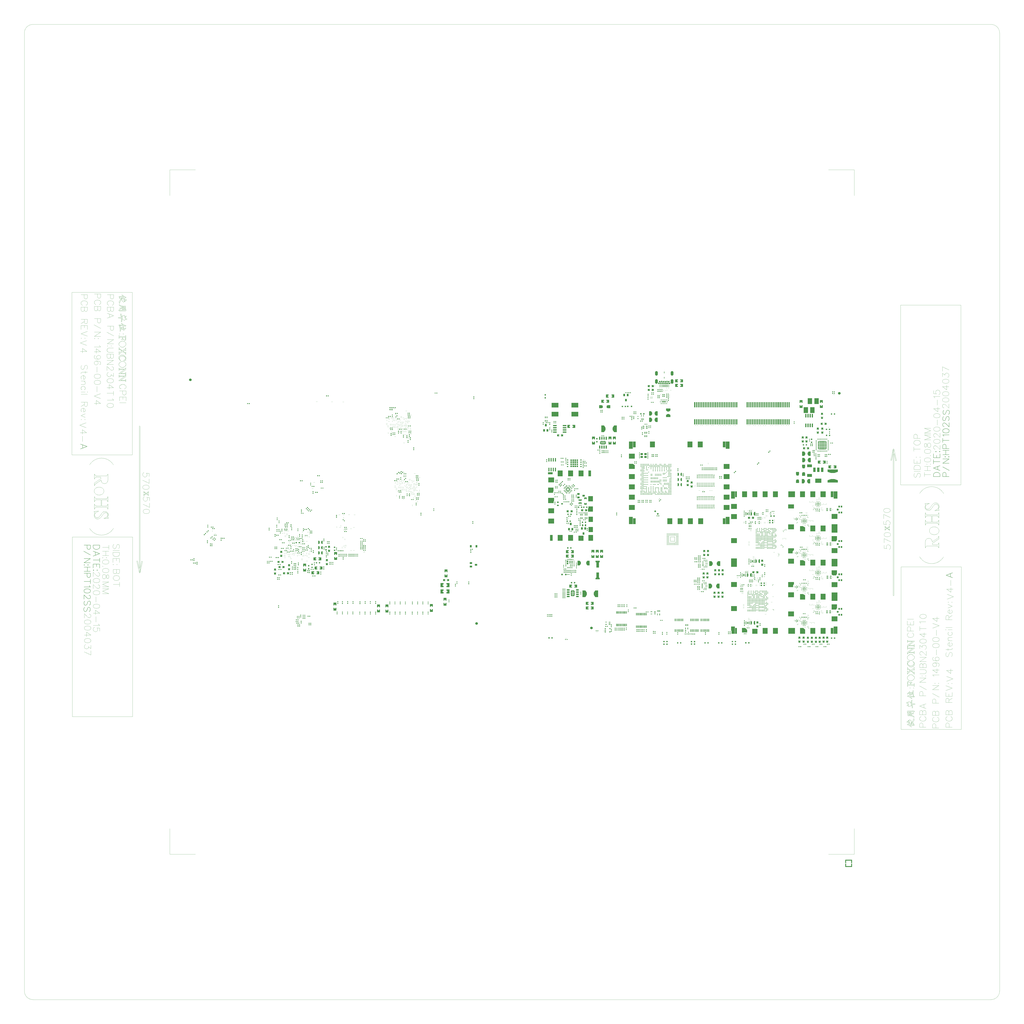
<source format=gbr>
G04 CAM350/DFMSTREAM V12.1 (Build 1022) Date:  Tue Jan 12 10:22:56 2021 *
G04 Database: c:\users\quang\desktop\ubn2304t10-pcb1496-00-v4 bot\ubn2304t00-pcb1496-00-v4 bot.cam *
G04 Layer 14: HPT102SS2004037 *
%FSLAX24Y24*%
%MOIN*%
%SFA1.000B1.000*%

%MIA0B0*%
%IPPOS*%
%AMROUNDED100*
20,1,0.0314960,-0.0043305,0.0000000,0.0043305,0.0000000,0.0000000*
20,1,0.0354330,-0.0023620,0.0000000,0.0023620,0.0000000,0.0000000*
1,1,0.0039370,0.0023620,0.0157480*
1,1,0.0039370,0.0023620,-0.0157480*
1,1,0.0039370,-0.0023620,-0.0157480*
1,1,0.0039370,-0.0023620,0.0157480*
%
%AMROUNDED101*
20,1,0.0047240,-0.0177165,0.0000000,0.0177165,0.0000000,0.0000000*
20,1,0.0086610,-0.0157480,0.0000000,0.0157480,0.0000000,0.0000000*
1,1,0.0039370,0.0157480,0.0023620*
1,1,0.0039370,0.0157480,-0.0023620*
1,1,0.0039370,-0.0157480,-0.0023620*
1,1,0.0039370,-0.0157480,0.0023620*
%
%AMROUNDED96*
20,1,0.0275590,-0.0038190,0.0000000,0.0038190,0.0000000,0.0000000*
20,1,0.0314960,-0.0018505,0.0000000,0.0018505,0.0000000,0.0000000*
1,1,0.0039370,0.0018500,0.0137800*
1,1,0.0039370,0.0018500,-0.0137800*
1,1,0.0039370,-0.0018500,-0.0137800*
1,1,0.0039370,-0.0018500,0.0137800*
%
%AMROUNDED97*
20,1,0.0275590,-0.0097245,0.0000000,0.0097245,0.0000000,0.0000000*
20,1,0.0314960,-0.0077560,0.0000000,0.0077560,0.0000000,0.0000000*
1,1,0.0039370,0.0077560,0.0137800*
1,1,0.0039370,0.0077560,-0.0137800*
1,1,0.0039370,-0.0077560,-0.0137800*
1,1,0.0039370,-0.0077560,0.0137800*
%
%AMROUNDED98*
20,1,0.0275590,-0.0039370,0.0000000,0.0039370,0.0000000,0.0000000*
20,1,0.0314960,-0.0019685,0.0000000,0.0019685,0.0000000,0.0000000*
1,1,0.0039370,0.0019690,0.0137800*
1,1,0.0039370,0.0019690,-0.0137800*
1,1,0.0039370,-0.0019690,-0.0137800*
1,1,0.0039370,-0.0019690,0.0137800*
%
%AMROUNDED93*
20,1,0.0196850,-0.0035435,0.0000000,0.0035435,0.0000000,0.0000000*
20,1,0.0236220,-0.0015750,0.0000000,0.0015750,0.0000000,0.0000000*
1,1,0.0039370,0.0015750,0.0098430*
1,1,0.0039370,0.0015750,-0.0098430*
1,1,0.0039370,-0.0015750,-0.0098430*
1,1,0.0039370,-0.0015750,0.0098430*
%
%AMROUNDED94*
20,1,0.0031500,-0.0118109,0.0000000,0.0118109,0.0000000,0.0000000*
20,1,0.0070870,-0.0098425,0.0000000,0.0098425,0.0000000,0.0000000*
1,1,0.0039370,0.0098430,0.0015750*
1,1,0.0039370,0.0098430,-0.0015750*
1,1,0.0039370,-0.0098430,-0.0015750*
1,1,0.0039370,-0.0098430,0.0015750*
%
%AMROUNDED489*
20,1,0.0080310,-0.0050000,0.0000000,0.0050000,0.0000000,0.0000000*
20,1,0.0100000,-0.0040155,0.0000000,0.0040155,0.0000000,0.0000000*
1,1,0.0019690,0.0040160,0.0040160*
1,1,0.0019690,0.0040160,-0.0040160*
1,1,0.0019690,-0.0040160,-0.0040160*
1,1,0.0019690,-0.0040160,0.0040160*
%
%AMROUNDED91*
20,1,0.0078740,-0.0216535,0.0000000,0.0216535,0.0000000,0.0000000*
20,1,0.0118110,-0.0196850,0.0000000,0.0196850,0.0000000,0.0000000*
1,1,0.0039370,0.0196850,0.0039370*
1,1,0.0039370,0.0196850,-0.0039370*
1,1,0.0039370,-0.0196850,-0.0039370*
1,1,0.0039370,-0.0196850,0.0039370*
%
%ADD11C,0.06000*%
%ADD506C,0.00000*%
%ADD507R,0.05905X0.13382*%
%ADD508R,0.11811X0.13382*%
%ADD509R,0.10630X0.13386*%
%ADD510ROUNDED100*%
%ADD511ROUNDED101*%
%ADD513C,0.00882*%
%ADD514ROUNDED96*%
%ADD515ROUNDED97*%
%ADD516ROUNDED98*%
%ADD517ROUNDED93*%
%ADD518ROUNDED94*%
%ADD519O,0.01795X0.02197*%
%ADD520O,0.02197X0.01795*%
%ADD521ROUNDED489*%
%ADD522R,0.08657X0.16535*%
%ADD523R,0.05905X0.13386*%
%ADD524R,0.11811X0.13386*%
%ADD525R,0.15748X0.13386*%
%ADD526R,0.03937X0.13386*%
%ADD527R,0.13382X0.11811*%
%ADD528R,0.13382X0.09449*%
%ADD529R,0.13382X0.19685*%
%ADD530R,0.13382X0.17724*%
%ADD531ROUNDED91*%
%ADD532C,0.01575*%
%ADD533R,0.05512X0.03937*%
%ADD534R,0.04134X0.02559*%
%ADD535R,0.03937X0.05516*%
%ADD536C,0.01181*%
%ADD825C,0.00118*%
%ADD826C,0.00512*%
%ADD827C,0.00394*%
%ADD828C,0.01795*%
%ADD829R,0.03937X0.05512*%
%ADD1875O,0.00787X0.01181*%
%ADD1876O,0.01181X0.00787*%
%ADD1879R,0.09843X0.13779*%
%LNHPT102SS2004037*%
%LPD*%
G36*
X136076Y17826D02*
G01X136079Y17842D01*
X136090Y17856*
X136106Y17864*
X136123*
X136139Y17857*
X136150Y17843*
X136154Y17826*
X136151Y17810*
X136140Y17796*
X136124Y17788*
X136107*
X136091Y17795*
X136080Y17809*
X136076Y17826*
G37*
G36*
X135926Y17828D02*
G01X135929Y17844D01*
X135940Y17858*
X135956Y17866*
X135973*
X135989Y17859*
X136000Y17845*
X136004Y17828*
X136001Y17812*
X135990Y17798*
X135974Y17790*
X135957*
X135941Y17797*
X135930Y17811*
X135926Y17828*
G37*
G36*
X135927Y17678D02*
G01X135928Y17686D01*
X135935Y17702*
X135949Y17713*
X135966Y17717*
X135975Y17716*
X135991Y17709*
X136002Y17695*
X136006Y17678*
X136005Y17669*
X135997Y17654*
X135983Y17643*
X135966Y17639*
X135958Y17640*
X135942Y17647*
X135931Y17661*
X135927Y17678*
G37*
G36*
X136076D02*
G01Y17679D01*
X136077Y17687*
X136084Y17703*
X136098Y17714*
X136115Y17718*
X136123Y17717*
X136139Y17710*
X136150Y17696*
X136154Y17679*
Y17678*
X136153Y17670*
X136146Y17654*
X136132Y17643*
X136115Y17639*
X136107Y17640*
X136091Y17648*
X136080Y17661*
X136076Y17678*
G37*
G36*
X138184Y32333D02*
G01X138186Y32346D01*
X138195Y32362*
X138211Y32373*
X138229Y32377*
X138242Y32375*
X138258Y32366*
X138269Y32351*
X138273Y32333*
Y32332*
X138271Y32319*
X138262Y32303*
X138247Y32292*
X138229Y32288*
X138216Y32290*
X138199Y32299*
X138188Y32314*
X138184Y32333*
G37*
G36*
Y32169D02*
G01X138186Y32182D01*
X138195Y32198*
X138211Y32209*
X138229Y32213*
X138242Y32211*
X138258Y32202*
X138269Y32187*
X138273Y32169*
Y32168*
X138271Y32155*
X138262Y32139*
X138247Y32128*
X138229Y32124*
X138216Y32126*
X138199Y32135*
X138188Y32150*
X138184Y32169*
G37*
G36*
X138020Y32333D02*
G01X138022Y32346D01*
X138031Y32362*
X138047Y32373*
X138065Y32377*
X138078Y32375*
X138094Y32366*
X138105Y32351*
X138109Y32333*
Y32332*
X138107Y32319*
X138098Y32303*
X138083Y32292*
X138065Y32288*
X138052Y32290*
X138035Y32299*
X138024Y32314*
X138020Y32333*
G37*
G36*
Y32169D02*
G01X138022Y32182D01*
X138031Y32198*
X138047Y32209*
X138065Y32213*
X138078Y32211*
X138094Y32202*
X138105Y32187*
X138109Y32169*
Y32168*
X138107Y32155*
X138098Y32139*
X138083Y32128*
X138065Y32124*
X138052Y32126*
X138035Y32135*
X138024Y32150*
X138020Y32169*
G37*
G36*
X145163Y22644D02*
G01Y22745D01*
X145265*
Y22644*
X145163*
G37*
G36*
X148324Y34350D02*
G01Y34452D01*
X148426*
Y34350*
X148324*
G37*
G36*
X148323Y10710D02*
G01Y10812D01*
X148425*
Y10710*
X148323*
G37*
G36*
X148321Y18589D02*
G01Y18691D01*
X148423*
Y18589*
X148321*
G37*
G36*
X148320Y26497D02*
G01Y26599D01*
X148422*
Y26497*
X148320*
G37*
G36*
X145168Y7019D02*
G01Y7121D01*
X145270*
Y7019*
X145168*
G37*
G36*
X145157Y30460D02*
G01Y30562D01*
X145259*
Y30460*
X145157*
G37*
G36*
X145153Y14848D02*
G01Y14950D01*
X145255*
Y14848*
X145153*
G37*
G36*
X139307Y22606D02*
G01Y22666D01*
X139308Y22671*
X139315Y22681*
X139327Y22685*
X139405*
X139406*
X139411Y22684*
X139421Y22678*
X139425Y22666*
Y22606*
X139424*
X139423Y22601*
X139417Y22591*
X139405Y22587*
X139326*
X139322Y22588*
X139311Y22594*
X139307Y22606*
G37*
G36*
Y22823D02*
G01Y22882D01*
X139308Y22888*
X139315Y22898*
X139327Y22902*
X139405*
X139411Y22901*
X139421Y22894*
X139425Y22882*
Y22823*
X139424*
X139423Y22818*
X139417Y22807*
X139405Y22803*
X139326*
X139321Y22804*
X139311Y22811*
X139307Y22823*
G37*
G36*
X147517Y33389D02*
G01X147518Y33400D01*
X147526Y33420*
X147541Y33436*
X147560Y33446*
X147582Y33448*
X147602Y33442*
X147620Y33429*
X147631Y33410*
X147635Y33389*
X147634Y33378*
X147626Y33358*
X147611Y33342*
X147592Y33332*
X147570Y33330*
X147550Y33336*
X147532Y33349*
X147521Y33368*
X147517Y33389*
G37*
G36*
X147515Y9749D02*
G01X147516Y9760D01*
X147524Y9780*
X147539Y9796*
X147558Y9806*
X147580Y9808*
X147600Y9802*
X147618Y9789*
X147629Y9770*
X147633Y9749*
X147632Y9738*
X147624Y9718*
X147609Y9702*
X147590Y9692*
X147568Y9690*
X147548Y9696*
X147530Y9709*
X147519Y9728*
X147515Y9749*
G37*
G36*
X147513Y17628D02*
G01X147514Y17639D01*
X147522Y17659*
X147537Y17675*
X147556Y17685*
X147578Y17687*
X147598Y17681*
X147616Y17668*
X147627Y17649*
X147631Y17628*
X147630Y17617*
X147622Y17597*
X147607Y17581*
X147588Y17571*
X147566Y17569*
X147546Y17575*
X147528Y17588*
X147517Y17607*
X147513Y17628*
G37*
G36*
X147378Y33528D02*
G01X147379Y33539D01*
X147387Y33559*
X147402Y33575*
X147421Y33585*
X147443Y33587*
X147463Y33581*
X147481Y33568*
X147492Y33549*
X147496Y33528*
X147495Y33517*
X147487Y33497*
X147472Y33481*
X147453Y33471*
X147431Y33469*
X147411Y33475*
X147393Y33488*
X147382Y33507*
X147378Y33528*
G37*
G36*
X147376Y9888D02*
G01X147377Y9899D01*
X147385Y9919*
X147400Y9935*
X147419Y9945*
X147441Y9947*
X147461Y9941*
X147479Y9928*
X147490Y9909*
X147494Y9888*
X147493Y9877*
X147485Y9857*
X147470Y9841*
X147451Y9831*
X147429Y9829*
X147409Y9835*
X147391Y9848*
X147380Y9867*
X147376Y9888*
G37*
G36*
X147374Y17767D02*
G01X147375Y17778D01*
X147383Y17798*
X147398Y17814*
X147417Y17824*
X147439Y17826*
X147459Y17820*
X147477Y17807*
X147488Y17788*
X147492Y17767*
X147491Y17756*
X147483Y17736*
X147468Y17720*
X147449Y17710*
X147427Y17708*
X147407Y17714*
X147389Y17727*
X147378Y17746*
X147374Y17767*
G37*
G36*
X147363Y9592D02*
G01X147364Y9603D01*
X147372Y9623*
X147387Y9639*
X147406Y9649*
X147428Y9651*
X147448Y9645*
X147466Y9632*
X147477Y9613*
X147481Y9592*
X147480Y9581*
X147472Y9561*
X147457Y9545*
X147438Y9535*
X147416Y9533*
X147396Y9539*
X147378Y9552*
X147367Y9571*
X147363Y9592*
G37*
G36*
X147357Y17468D02*
G01X147358Y17479D01*
X147366Y17499*
X147381Y17515*
X147400Y17525*
X147422Y17527*
X147442Y17521*
X147460Y17508*
X147471Y17489*
X147475Y17468*
X147474Y17457*
X147466Y17437*
X147451Y17421*
X147432Y17411*
X147410Y17409*
X147390Y17415*
X147372Y17428*
X147361Y17447*
X147357Y17468*
G37*
G36*
X147224Y9453D02*
G01X147225Y9464D01*
X147233Y9484*
X147248Y9500*
X147267Y9510*
X147289Y9512*
X147309Y9506*
X147327Y9493*
X147338Y9474*
X147342Y9453*
X147341Y9442*
X147333Y9422*
X147318Y9406*
X147299Y9396*
X147277Y9394*
X147257Y9400*
X147239Y9413*
X147228Y9432*
X147224Y9453*
G37*
G36*
X147218Y17329D02*
G01X147219Y17340D01*
X147227Y17360*
X147242Y17376*
X147261Y17386*
X147283Y17388*
X147303Y17382*
X147321Y17369*
X147332Y17350*
X147336Y17329*
X147335Y17318*
X147327Y17298*
X147312Y17282*
X147293Y17272*
X147271Y17270*
X147251Y17276*
X147233Y17289*
X147222Y17308*
X147218Y17329*
G37*
G36*
X146218Y5829D02*
G01X146219Y5840D01*
X146227Y5860*
X146242Y5876*
X146261Y5886*
X146283Y5888*
X146303Y5882*
X146321Y5869*
X146332Y5850*
X146336Y5829*
X146335Y5818*
X146327Y5798*
X146312Y5782*
X146293Y5772*
X146271Y5770*
X146251Y5776*
X146233Y5789*
X146222Y5808*
X146218Y5829*
G37*
G36*
X146202Y13643D02*
G01X146203Y13654D01*
X146211Y13674*
X146226Y13690*
X146245Y13700*
X146267Y13702*
X146287Y13696*
X146305Y13683*
X146316Y13664*
X146320Y13643*
X146319Y13632*
X146311Y13612*
X146296Y13596*
X146277Y13586*
X146255Y13584*
X146235Y13590*
X146217Y13603*
X146206Y13622*
X146202Y13643*
G37*
G36*
X146171Y8300D02*
G01X146172Y8311D01*
X146180Y8331*
X146195Y8347*
X146214Y8357*
X146236Y8359*
X146256Y8353*
X146274Y8340*
X146285Y8321*
X146289Y8300*
X146288Y8289*
X146280Y8269*
X146265Y8253*
X146246Y8243*
X146224Y8241*
X146204Y8247*
X146186Y8260*
X146175Y8279*
X146171Y8300*
G37*
G36*
X146079Y5968D02*
G01X146080Y5979D01*
X146088Y5999*
X146103Y6015*
X146122Y6025*
X146144Y6027*
X146164Y6021*
X146182Y6008*
X146193Y5989*
X146197Y5968*
X146196Y5957*
X146188Y5937*
X146173Y5921*
X146154Y5911*
X146132Y5909*
X146112Y5915*
X146094Y5928*
X146083Y5947*
X146079Y5968*
G37*
G36*
X146063Y13782D02*
G01X146064Y13793D01*
X146072Y13813*
X146087Y13829*
X146106Y13839*
X146128Y13841*
X146148Y13835*
X146166Y13822*
X146177Y13803*
X146181Y13782*
X146180Y13771*
X146172Y13751*
X146157Y13735*
X146138Y13725*
X146116Y13723*
X146096Y13729*
X146078Y13742*
X146067Y13761*
X146063Y13782*
G37*
G36*
X146032Y29695D02*
G01X146033Y29706D01*
X146041Y29726*
X146056Y29742*
X146075Y29752*
X146097Y29754*
X146117Y29748*
X146135Y29735*
X146146Y29716*
X146150Y29695*
X146149Y29684*
X146141Y29664*
X146126Y29648*
X146107Y29638*
X146085Y29636*
X146065Y29642*
X146047Y29655*
X146036Y29674*
X146032Y29695*
G37*
G36*
Y8161D02*
G01X146033Y8172D01*
X146041Y8192*
X146056Y8208*
X146075Y8218*
X146097Y8220*
X146117Y8214*
X146135Y8201*
X146146Y8182*
X146150Y8161*
X146149Y8150*
X146141Y8130*
X146126Y8114*
X146107Y8104*
X146085Y8102*
X146065Y8108*
X146047Y8121*
X146036Y8140*
X146032Y8161*
G37*
G36*
X146002Y7875D02*
G01X146003Y7886D01*
X146011Y7906*
X146026Y7922*
X146045Y7932*
X146067Y7934*
X146087Y7928*
X146105Y7915*
X146116Y7896*
X146120Y7875*
X146119Y7864*
X146111Y7844*
X146096Y7828*
X146077Y7818*
X146055Y7816*
X146035Y7822*
X146017Y7835*
X146006Y7854*
X146002Y7875*
G37*
G36*
X145910Y6122D02*
G01X145911Y6133D01*
X145919Y6153*
X145934Y6169*
X145953Y6179*
X145975Y6181*
X145995Y6175*
X146013Y6162*
X146024Y6143*
X146028Y6122*
X146027Y6111*
X146019Y6091*
X146004Y6075*
X145985Y6065*
X145963Y6063*
X145943Y6069*
X145925Y6082*
X145914Y6101*
X145910Y6122*
G37*
G36*
X145893Y29556D02*
G01X145894Y29567D01*
X145902Y29587*
X145917Y29603*
X145936Y29613*
X145958Y29615*
X145978Y29609*
X145996Y29596*
X146007Y29577*
X146011Y29556*
X146010Y29545*
X146002Y29525*
X145987Y29509*
X145968Y29499*
X145946Y29497*
X145926Y29503*
X145908Y29516*
X145897Y29535*
X145893Y29556*
G37*
G36*
X145863Y8014D02*
G01X145864Y8025D01*
X145872Y8045*
X145887Y8061*
X145906Y8071*
X145928Y8073*
X145948Y8067*
X145966Y8054*
X145977Y8035*
X145981Y8014*
X145980Y8003*
X145972Y7983*
X145957Y7967*
X145938Y7957*
X145916Y7955*
X145896Y7961*
X145878Y7974*
X145867Y7993*
X145863Y8014*
G37*
G36*
X144396Y8056D02*
G01X144397Y8067D01*
X144405Y8087*
X144420Y8103*
X144439Y8113*
X144461Y8115*
X144481Y8109*
X144499Y8096*
X144510Y8077*
X144514Y8056*
X144513Y8045*
X144505Y8025*
X144490Y8009*
X144471Y7999*
X144449Y7997*
X144429Y8003*
X144411Y8016*
X144400Y8035*
X144396Y8056*
G37*
G36*
X144393Y23667D02*
G01X144394Y23678D01*
X144402Y23698*
X144417Y23714*
X144436Y23724*
X144458Y23726*
X144478Y23720*
X144496Y23707*
X144507Y23688*
X144511Y23667*
X144510Y23656*
X144502Y23636*
X144487Y23620*
X144468Y23610*
X144446Y23608*
X144426Y23614*
X144408Y23627*
X144397Y23646*
X144393Y23667*
G37*
G36*
X144379Y31490D02*
G01X144380Y31501D01*
X144388Y31521*
X144403Y31537*
X144422Y31547*
X144444Y31549*
X144464Y31543*
X144482Y31530*
X144493Y31511*
X144497Y31490*
X144496Y31479*
X144488Y31459*
X144473Y31443*
X144454Y31433*
X144432Y31431*
X144412Y31437*
X144394Y31450*
X144383Y31469*
X144379Y31490*
G37*
G36*
X144257Y7917D02*
G01X144258Y7928D01*
X144266Y7948*
X144281Y7964*
X144300Y7974*
X144322Y7976*
X144342Y7970*
X144360Y7957*
X144371Y7938*
X144375Y7917*
X144374Y7906*
X144366Y7886*
X144351Y7870*
X144332Y7860*
X144310Y7858*
X144290Y7864*
X144272Y7877*
X144261Y7896*
X144257Y7917*
G37*
G36*
X144254Y23528D02*
G01X144255Y23539D01*
X144263Y23559*
X144278Y23575*
X144297Y23585*
X144319Y23587*
X144339Y23581*
X144357Y23568*
X144368Y23549*
X144372Y23528*
X144371Y23517*
X144363Y23497*
X144348Y23481*
X144329Y23471*
X144307Y23469*
X144287Y23475*
X144269Y23488*
X144258Y23507*
X144254Y23528*
G37*
G36*
X144243Y7430D02*
G01X144244Y7441D01*
X144252Y7461*
X144267Y7477*
X144286Y7487*
X144308Y7489*
X144328Y7483*
X144346Y7470*
X144357Y7451*
X144361Y7430*
X144360Y7419*
X144352Y7399*
X144337Y7383*
X144318Y7373*
X144296Y7371*
X144276Y7377*
X144258Y7390*
X144247Y7409*
X144243Y7430*
G37*
G36*
X144240Y31351D02*
G01X144241Y31362D01*
X144249Y31382*
X144264Y31398*
X144283Y31408*
X144305Y31410*
X144325Y31404*
X144343Y31391*
X144354Y31372*
X144358Y31351*
X144357Y31340*
X144349Y31320*
X144334Y31304*
X144315Y31294*
X144293Y31292*
X144273Y31298*
X144255Y31311*
X144244Y31330*
X144240Y31351*
G37*
G36*
X144228Y23838D02*
G01X144229Y23849D01*
X144237Y23869*
X144252Y23885*
X144271Y23895*
X144293Y23897*
X144313Y23891*
X144331Y23878*
X144342Y23859*
X144346Y23838*
X144345Y23827*
X144337Y23807*
X144322Y23791*
X144303Y23781*
X144281Y23779*
X144261Y23785*
X144243Y23798*
X144232Y23817*
X144228Y23838*
G37*
G36*
X144220Y15243D02*
G01X144221Y15254D01*
X144229Y15274*
X144244Y15290*
X144263Y15300*
X144285Y15302*
X144305Y15296*
X144323Y15283*
X144334Y15264*
X144338Y15243*
X144337Y15232*
X144329Y15212*
X144314Y15196*
X144295Y15186*
X144273Y15184*
X144253Y15190*
X144235Y15203*
X144224Y15222*
X144220Y15243*
G37*
G36*
X144207Y30882D02*
G01X144208Y30893D01*
X144216Y30913*
X144231Y30929*
X144250Y30939*
X144272Y30941*
X144292Y30935*
X144310Y30922*
X144321Y30903*
X144325Y30882*
X144324Y30871*
X144316Y30851*
X144301Y30835*
X144282Y30825*
X144260Y30823*
X144240Y30829*
X144222Y30842*
X144211Y30861*
X144207Y30882*
G37*
G36*
X144104Y7569D02*
G01X144105Y7580D01*
X144113Y7600*
X144128Y7616*
X144147Y7626*
X144169Y7628*
X144189Y7622*
X144207Y7609*
X144218Y7590*
X144222Y7569*
X144221Y7558*
X144213Y7538*
X144198Y7522*
X144179Y7512*
X144157Y7510*
X144137Y7516*
X144119Y7529*
X144108Y7548*
X144104Y7569*
G37*
G36*
X144089Y23977D02*
G01X144090Y23988D01*
X144098Y24008*
X144113Y24024*
X144132Y24034*
X144154Y24036*
X144174Y24030*
X144192Y24017*
X144203Y23998*
X144207Y23977*
X144206Y23966*
X144198Y23946*
X144183Y23930*
X144164Y23920*
X144142Y23918*
X144122Y23924*
X144104Y23937*
X144093Y23956*
X144089Y23977*
G37*
G36*
X144081Y15382D02*
G01X144082Y15393D01*
X144090Y15413*
X144105Y15429*
X144124Y15439*
X144146Y15441*
X144166Y15435*
X144184Y15422*
X144195Y15403*
X144199Y15382*
X144198Y15371*
X144190Y15351*
X144175Y15335*
X144156Y15325*
X144134Y15323*
X144114Y15329*
X144096Y15342*
X144085Y15361*
X144081Y15382*
G37*
G36*
X144068Y31021D02*
G01X144069Y31032D01*
X144077Y31052*
X144092Y31068*
X144111Y31078*
X144133Y31080*
X144153Y31074*
X144171Y31061*
X144182Y31042*
X144186Y31021*
X144185Y31010*
X144177Y30990*
X144162Y30974*
X144143Y30964*
X144121Y30962*
X144101Y30968*
X144083Y30981*
X144072Y31000*
X144068Y31021*
G37*
G36*
X143665Y14606D02*
G01X143666Y14617D01*
X143674Y14637*
X143689Y14653*
X143708Y14663*
X143730Y14665*
X143750Y14659*
X143768Y14646*
X143779Y14627*
X143783Y14606*
X143782Y14595*
X143774Y14575*
X143759Y14559*
X143740Y14549*
X143718Y14547*
X143698Y14553*
X143680Y14566*
X143669Y14585*
X143665Y14606*
G37*
G36*
X143526Y14467D02*
G01X143527Y14478D01*
X143535Y14498*
X143550Y14514*
X143569Y14524*
X143591Y14526*
X143611Y14520*
X143629Y14507*
X143640Y14488*
X143644Y14467*
X143643Y14456*
X143635Y14436*
X143620Y14420*
X143601Y14410*
X143579Y14408*
X143559Y14414*
X143541Y14427*
X143530Y14446*
X143526Y14467*
G37*
G36*
X140986Y28438D02*
G01X140987Y28449D01*
X140995Y28469*
X141010Y28485*
X141029Y28495*
X141051Y28497*
X141071Y28491*
X141089Y28478*
X141100Y28459*
X141104Y28438*
X141103Y28427*
X141095Y28407*
X141080Y28391*
X141061Y28381*
X141039Y28379*
X141019Y28385*
X141001Y28398*
X140990Y28417*
X140986Y28438*
G37*
G36*
X140888Y28608D02*
G01X140889Y28619D01*
X140897Y28639*
X140912Y28655*
X140931Y28665*
X140953Y28667*
X140973Y28661*
X140991Y28648*
X141002Y28629*
X141006Y28608*
X141005Y28597*
X140997Y28577*
X140982Y28561*
X140963Y28551*
X140941Y28549*
X140921Y28555*
X140903Y28568*
X140892Y28587*
X140888Y28608*
G37*
G36*
X140381Y28051D02*
G01X140382Y28062D01*
X140390Y28082*
X140405Y28098*
X140424Y28108*
X140446Y28110*
X140466Y28104*
X140484Y28091*
X140495Y28072*
X140499Y28051*
X140498Y28040*
X140490Y28020*
X140475Y28004*
X140456Y27994*
X140434Y27992*
X140414Y27998*
X140396Y28011*
X140385Y28030*
X140381Y28051*
G37*
G36*
X140353Y24579D02*
G01X140354Y24590D01*
X140362Y24610*
X140377Y24626*
X140396Y24636*
X140418Y24638*
X140438Y24632*
X140456Y24619*
X140467Y24600*
X140471Y24579*
X140470Y24568*
X140462Y24548*
X140447Y24532*
X140428Y24522*
X140406Y24520*
X140386Y24526*
X140368Y24539*
X140357Y24558*
X140353Y24579*
G37*
G36*
X140283Y28221D02*
G01X140284Y28232D01*
X140292Y28252*
X140307Y28268*
X140326Y28278*
X140348Y28280*
X140368Y28274*
X140386Y28261*
X140397Y28242*
X140401Y28221*
X140400Y28210*
X140392Y28190*
X140377Y28174*
X140358Y28164*
X140336Y28162*
X140316Y28168*
X140298Y28181*
X140287Y28200*
X140283Y28221*
G37*
G36*
X140214Y24440D02*
G01X140215Y24451D01*
X140223Y24471*
X140238Y24487*
X140257Y24497*
X140279Y24499*
X140299Y24493*
X140317Y24480*
X140328Y24461*
X140332Y24440*
X140331Y24429*
X140323Y24409*
X140308Y24393*
X140289Y24383*
X140267Y24381*
X140247Y24387*
X140229Y24400*
X140218Y24419*
X140214Y24440*
G37*
G36*
X139895Y25041D02*
G01X139896Y25052D01*
X139904Y25072*
X139919Y25088*
X139938Y25098*
X139960Y25100*
X139980Y25094*
X139998Y25081*
X140009Y25062*
X140013Y25041*
X140012Y25030*
X140004Y25010*
X139989Y24994*
X139970Y24984*
X139948Y24982*
X139928Y24988*
X139910Y25001*
X139899Y25020*
X139895Y25041*
G37*
G36*
X139756Y24902D02*
G01X139757Y24913D01*
X139765Y24933*
X139780Y24949*
X139799Y24959*
X139821Y24961*
X139841Y24955*
X139859Y24942*
X139870Y24923*
X139874Y24902*
X139873Y24891*
X139865Y24871*
X139850Y24855*
X139831Y24845*
X139809Y24843*
X139789Y24849*
X139771Y24862*
X139760Y24881*
X139756Y24902*
G37*
G36*
X138118Y10031D02*
G01X138119Y10042D01*
X138127Y10062*
X138142Y10078*
X138161Y10088*
X138183Y10090*
X138203Y10084*
X138221Y10071*
X138232Y10052*
X138236Y10031*
X138235Y10020*
X138227Y10000*
X138212Y9984*
X138193Y9974*
X138171Y9972*
X138151Y9978*
X138133Y9991*
X138122Y10010*
X138118Y10031*
G37*
G36*
X137980Y15873D02*
G01X137981Y15884D01*
X137989Y15904*
X138004Y15920*
X138023Y15930*
X138045Y15932*
X138065Y15926*
X138083Y15913*
X138094Y15894*
X138098Y15873*
X138097Y15862*
X138089Y15842*
X138074Y15826*
X138055Y15816*
X138033Y15814*
X138013Y15820*
X137995Y15833*
X137984Y15852*
X137980Y15873*
G37*
G36*
X137979Y10170D02*
G01X137980Y10181D01*
X137988Y10201*
X138003Y10217*
X138022Y10227*
X138044Y10229*
X138064Y10223*
X138082Y10210*
X138093Y10191*
X138097Y10170*
X138096Y10159*
X138088Y10139*
X138073Y10123*
X138054Y10113*
X138032Y10111*
X138012Y10117*
X137994Y10130*
X137983Y10149*
X137979Y10170*
G37*
G36*
X137841Y15734D02*
G01X137842Y15745D01*
X137850Y15765*
X137865Y15781*
X137884Y15791*
X137906Y15793*
X137926Y15787*
X137944Y15774*
X137955Y15755*
X137959Y15734*
X137958Y15723*
X137950Y15703*
X137935Y15687*
X137916Y15677*
X137894Y15675*
X137874Y15681*
X137856Y15694*
X137845Y15713*
X137841Y15734*
G37*
G36*
X111878Y35629D02*
G01X111879Y35640D01*
X111887Y35660*
X111902Y35676*
X111921Y35686*
X111943Y35688*
X111963Y35682*
X111981Y35669*
X111992Y35650*
X111996Y35629*
X111995Y35618*
X111987Y35598*
X111972Y35582*
X111953Y35572*
X111931Y35570*
X111911Y35576*
X111893Y35589*
X111882Y35608*
X111878Y35629*
G37*
G36*
X111739Y35490D02*
G01X111740Y35501D01*
X111748Y35521*
X111763Y35537*
X111782Y35547*
X111804Y35549*
X111824Y35543*
X111842Y35530*
X111853Y35511*
X111857Y35490*
X111856Y35479*
X111848Y35459*
X111833Y35443*
X111814Y35433*
X111792Y35431*
X111772Y35437*
X111754Y35450*
X111743Y35469*
X111739Y35490*
G37*
G36*
X146045Y21872D02*
G01Y21878D01*
X146051Y21898*
X146065Y21916*
X146083Y21927*
X146104Y21931*
X146105*
X146110*
X146130Y21925*
X146148Y21912*
X146159Y21893*
X146163Y21872*
Y21866*
X146157Y21846*
X146144Y21828*
X146125Y21817*
X146104Y21813*
X146098*
X146078Y21819*
X146060Y21832*
X146049Y21851*
X146045Y21872*
G37*
G36*
X145906Y21733D02*
G01Y21739D01*
X145912Y21759*
X145926Y21777*
X145944Y21788*
X145965Y21792*
X145966*
X145971*
X145991Y21786*
X146009Y21773*
X146020Y21754*
X146024Y21733*
Y21727*
X146018Y21707*
X146005Y21689*
X145986Y21678*
X145965Y21674*
X145959*
X145939Y21680*
X145921Y21693*
X145910Y21712*
X145906Y21733*
G37*
G36*
X144382Y15858D02*
G01Y15864D01*
X144388Y15884*
X144402Y15902*
X144420Y15913*
X144441Y15917*
X144442*
X144447*
X144467Y15911*
X144485Y15898*
X144496Y15879*
X144500Y15858*
Y15852*
X144494Y15832*
X144481Y15814*
X144462Y15803*
X144441Y15799*
X144435*
X144415Y15805*
X144397Y15818*
X144386Y15837*
X144382Y15858*
G37*
G36*
X144243Y15719D02*
G01Y15725D01*
X144249Y15745*
X144263Y15763*
X144281Y15774*
X144302Y15778*
X144303*
X144308*
X144328Y15772*
X144346Y15759*
X144357Y15740*
X144361Y15719*
Y15713*
X144355Y15693*
X144342Y15675*
X144323Y15664*
X144302Y15660*
X144296*
X144276Y15666*
X144258Y15679*
X144247Y15698*
X144243Y15719*
G37*
G36*
X146078Y29433D02*
G01Y29439D01*
X146084Y29459*
X146097Y29477*
X146116Y29488*
X146137Y29492*
X146144*
X146164Y29486*
X146182Y29473*
X146193Y29454*
X146197Y29433*
Y29427*
X146190Y29406*
X146177Y29389*
X146158Y29378*
X146137Y29374*
X146131*
X146111Y29380*
X146093Y29393*
X146082Y29412*
X146078Y29433*
G37*
G36*
X146015Y15684D02*
G01Y15690D01*
X146021Y15710*
X146034Y15728*
X146053Y15739*
X146074Y15743*
X146081*
X146101Y15737*
X146119Y15724*
X146130Y15705*
X146134Y15684*
Y15678*
X146127Y15657*
X146114Y15640*
X146095Y15629*
X146074Y15625*
X146068*
X146048Y15631*
X146030Y15644*
X146019Y15663*
X146015Y15684*
G37*
G36*
X146011Y31315D02*
G01Y31321D01*
X146018Y31342*
X146031Y31359*
X146050Y31370*
X146071Y31374*
X146077*
X146097Y31368*
X146115Y31355*
X146126Y31336*
X146130Y31315*
Y31309*
X146124Y31289*
X146111Y31271*
X146092Y31260*
X146071Y31256*
X146064*
X146044Y31262*
X146026Y31275*
X146015Y31294*
X146011Y31315*
G37*
G36*
X145876Y15823D02*
G01Y15829D01*
X145882Y15849*
X145895Y15867*
X145914Y15878*
X145935Y15882*
X145942*
X145962Y15876*
X145980Y15863*
X145991Y15844*
X145995Y15823*
Y15817*
X145988Y15796*
X145975Y15779*
X145956Y15768*
X145935Y15764*
X145929*
X145909Y15770*
X145891Y15783*
X145880Y15802*
X145876Y15823*
G37*
G36*
X145872Y31454D02*
G01Y31460D01*
X145879Y31481*
X145892Y31498*
X145911Y31509*
X145932Y31513*
X145938*
X145958Y31507*
X145976Y31494*
X145987Y31475*
X145991Y31454*
Y31448*
X145985Y31428*
X145972Y31410*
X145953Y31399*
X145932Y31395*
X145925*
X145905Y31401*
X145887Y31414*
X145876Y31433*
X145872Y31454*
G37*
G36*
X144224Y31649D02*
G01Y31655D01*
X144231Y31676*
X144244Y31693*
X144263Y31704*
X144284Y31708*
X144290*
X144310Y31702*
X144328Y31689*
X144339Y31670*
X144343Y31649*
Y31643*
X144337Y31623*
X144324Y31605*
X144305Y31594*
X144284Y31590*
X144277*
X144257Y31596*
X144239Y31609*
X144228Y31628*
X144224Y31649*
G37*
G36*
X144211Y16034D02*
G01Y16040D01*
X144218Y16061*
X144231Y16078*
X144250Y16089*
X144271Y16093*
X144277*
X144297Y16087*
X144315Y16074*
X144326Y16055*
X144330Y16034*
Y16028*
X144324Y16008*
X144311Y15990*
X144292Y15979*
X144271Y15975*
X144264*
X144244Y15981*
X144226Y15994*
X144215Y16013*
X144211Y16034*
G37*
G36*
X144085Y31788D02*
G01Y31794D01*
X144092Y31815*
X144105Y31832*
X144124Y31843*
X144145Y31847*
X144151*
X144171Y31841*
X144189Y31828*
X144200Y31809*
X144204Y31788*
Y31782*
X144198Y31762*
X144185Y31744*
X144166Y31733*
X144145Y31729*
X144138*
X144118Y31735*
X144100Y31748*
X144089Y31767*
X144085Y31788*
G37*
G36*
X144072Y16173D02*
G01Y16179D01*
X144079Y16200*
X144092Y16217*
X144111Y16228*
X144132Y16232*
X144138*
X144158Y16226*
X144176Y16213*
X144187Y16194*
X144191Y16173*
Y16167*
X144185Y16147*
X144172Y16129*
X144153Y16118*
X144132Y16114*
X144125*
X144105Y16120*
X144087Y16133*
X144076Y16152*
X144072Y16173*
G37*
G36*
X143589Y30211D02*
G01Y30217D01*
X143596Y30238*
X143609Y30255*
X143628Y30266*
X143649Y30270*
X143655*
X143675Y30264*
X143693Y30251*
X143704Y30232*
X143708Y30211*
Y30205*
X143701Y30184*
X143688Y30167*
X143669Y30156*
X143648Y30152*
X143642*
X143622Y30158*
X143604Y30171*
X143593Y30190*
X143589Y30211*
G37*
G36*
X143450Y30072D02*
G01Y30078D01*
X143457Y30099*
X143470Y30116*
X143489Y30127*
X143510Y30131*
X143516*
X143536Y30125*
X143554Y30112*
X143565Y30093*
X143569Y30072*
Y30066*
X143562Y30045*
X143549Y30028*
X143530Y30017*
X143509Y30013*
X143503*
X143483Y30019*
X143465Y30032*
X143454Y30051*
X143450Y30072*
G37*
G36*
X147512Y25536D02*
G01Y25542D01*
X147518Y25562*
X147531Y25580*
X147550Y25591*
X147571Y25595*
X147572*
X147578*
X147598Y25589*
X147616Y25576*
X147627Y25557*
X147631Y25536*
X147630*
Y25530*
X147624Y25510*
X147611Y25492*
X147592Y25481*
X147571Y25477*
X147565*
X147545Y25483*
X147527Y25496*
X147516Y25515*
X147512Y25536*
G37*
G36*
X147373Y25675D02*
G01Y25681D01*
X147379Y25701*
X147392Y25719*
X147411Y25730*
X147432Y25734*
X147433*
X147439*
X147459Y25728*
X147477Y25715*
X147488Y25696*
X147492Y25675*
X147491*
Y25669*
X147485Y25649*
X147472Y25631*
X147453Y25620*
X147432Y25616*
X147426*
X147406Y25622*
X147388Y25635*
X147377Y25654*
X147373Y25675*
G37*
G36*
X147354Y33230D02*
G01Y33236D01*
X147360Y33256*
X147373Y33274*
X147392Y33285*
X147413Y33289*
Y33288*
X147419*
X147439Y33282*
X147457Y33269*
X147468Y33250*
X147472Y33229*
Y33223*
X147466Y33203*
X147453Y33185*
X147434Y33174*
X147413Y33170*
X147407*
X147387Y33176*
X147369Y33189*
X147358Y33208*
X147354Y33229*
Y33230*
G37*
G36*
X146217Y29294D02*
G01Y29300D01*
X146223Y29320*
X146236Y29338*
X146255Y29349*
X146276Y29353*
X146277*
X146283*
X146303Y29347*
X146321Y29334*
X146332Y29315*
X146336Y29294*
X146335*
Y29288*
X146329Y29268*
X146316Y29250*
X146297Y29239*
X146276Y29235*
X146270*
X146250Y29241*
X146232Y29254*
X146221Y29273*
X146217Y29294*
G37*
G36*
X146215Y21426D02*
G01Y21432D01*
X146221Y21452*
X146234Y21470*
X146253Y21481*
X146274Y21485*
X146280*
X146300Y21479*
X146318Y21466*
X146329Y21447*
X146333Y21426*
Y21425*
Y21419*
X146327Y21399*
X146314Y21381*
X146295Y21370*
X146274Y21366*
X146268*
X146248Y21372*
X146230Y21385*
X146219Y21404*
X146215Y21425*
Y21426*
G37*
G36*
X146025Y23493D02*
G01Y23499D01*
X146031Y23519*
X146044Y23537*
X146063Y23548*
X146084Y23552*
X146085*
X146091*
X146111Y23546*
X146129Y23533*
X146140Y23514*
X146144Y23493*
X146143*
Y23487*
X146137Y23467*
X146124Y23449*
X146105Y23438*
X146084Y23434*
X146078*
X146058Y23440*
X146040Y23453*
X146029Y23472*
X146025Y23493*
G37*
G36*
X145886Y23632D02*
G01Y23638D01*
X145892Y23658*
X145905Y23676*
X145924Y23687*
X145945Y23691*
X145946*
X145952*
X145972Y23685*
X145990Y23672*
X146001Y23653*
X146005Y23632*
X146004*
Y23626*
X145998Y23606*
X145985Y23588*
X145966Y23577*
X145945Y23573*
X145939*
X145919Y23579*
X145901Y23592*
X145890Y23611*
X145886Y23632*
G37*
G36*
X144206Y8247D02*
G01Y8253D01*
X144212Y8273*
X144225Y8291*
X144244Y8302*
X144265Y8306*
X144266*
X144272*
X144292Y8300*
X144310Y8287*
X144321Y8268*
X144325Y8247*
X144324*
Y8241*
X144318Y8221*
X144305Y8203*
X144286Y8192*
X144265Y8188*
X144259*
X144239Y8194*
X144221Y8207*
X144210Y8226*
X144206Y8247*
G37*
G36*
X144067Y8386D02*
G01Y8392D01*
X144073Y8412*
X144086Y8430*
X144105Y8441*
X144126Y8445*
X144127*
X144133*
X144153Y8439*
X144171Y8426*
X144182Y8407*
X144186Y8386*
X144185*
Y8380*
X144179Y8360*
X144166Y8342*
X144147Y8331*
X144126Y8327*
X144120*
X144100Y8333*
X144082Y8346*
X144071Y8365*
X144067Y8386*
G37*
G36*
X147356Y25376D02*
G01Y25382D01*
X147362Y25402*
X147375Y25420*
X147394Y25431*
X147415Y25435*
X147421*
X147441Y25429*
X147459Y25415*
X147470Y25397*
X147474Y25376*
Y25375*
Y25369*
X147468Y25349*
X147455Y25331*
X147436Y25320*
X147415Y25316*
X147409*
X147389Y25322*
X147371Y25335*
X147360Y25354*
X147356Y25375*
Y25376*
G37*
G36*
X147217Y25236D02*
G01Y25237D01*
Y25243*
X147223Y25263*
X147236Y25281*
X147255Y25292*
X147276Y25296*
X147282*
X147302Y25290*
X147320Y25277*
X147331Y25258*
X147335Y25237*
Y25236*
Y25230*
X147329Y25210*
X147316Y25192*
X147297Y25181*
X147276Y25177*
X147270*
X147250Y25183*
X147232Y25197*
X147221Y25215*
X147217Y25236*
G37*
G36*
X147215Y33091D02*
G01Y33097D01*
X147221Y33117*
X147234Y33135*
X147253Y33146*
X147274Y33150*
X147280*
X147300Y33144*
X147318Y33130*
X147329Y33112*
X147333Y33091*
Y33090*
Y33084*
X147327Y33064*
X147314Y33046*
X147295Y33035*
X147274Y33031*
X147268*
X147248Y33037*
X147230Y33050*
X147219Y33069*
X147215Y33090*
Y33091*
G37*
G36*
X146151Y16152D02*
G01Y16158D01*
X146157Y16178*
X146170Y16196*
X146189Y16207*
X146210Y16211*
X146216*
X146236Y16205*
X146254Y16191*
X146265Y16173*
X146269Y16152*
Y16151*
Y16145*
X146263Y16125*
X146250Y16107*
X146231Y16096*
X146210Y16092*
X146204*
X146184Y16098*
X146166Y16111*
X146155Y16130*
X146151Y16151*
Y16152*
G37*
G36*
X146076Y21565D02*
G01Y21571D01*
X146082Y21591*
X146095Y21609*
X146114Y21620*
X146135Y21624*
X146141*
X146161Y21618*
X146179Y21604*
X146190Y21586*
X146194Y21565*
Y21564*
Y21558*
X146188Y21538*
X146175Y21520*
X146156Y21509*
X146135Y21505*
X146129*
X146109Y21511*
X146091Y21524*
X146080Y21543*
X146076Y21564*
Y21565*
G37*
G36*
X146049Y6260D02*
G01Y6261D01*
Y6267*
X146055Y6287*
X146068Y6305*
X146087Y6316*
X146108Y6320*
X146114*
X146134Y6314*
X146152Y6301*
X146163Y6282*
X146167Y6261*
Y6260*
Y6254*
X146161Y6234*
X146148Y6216*
X146129Y6205*
X146108Y6201*
X146102*
X146082Y6207*
X146064Y6221*
X146053Y6239*
X146049Y6260*
G37*
G36*
X146036Y14062D02*
G01Y14063D01*
Y14069*
X146042Y14089*
X146055Y14107*
X146074Y14118*
X146095Y14122*
X146101*
X146121Y14116*
X146139Y14103*
X146150Y14084*
X146154Y14063*
Y14062*
Y14056*
X146148Y14036*
X146135Y14018*
X146116Y14007*
X146095Y14003*
X146089*
X146069Y14009*
X146051Y14023*
X146040Y14041*
X146036Y14062*
G37*
G36*
X146012Y16012D02*
G01Y16013D01*
Y16019*
X146018Y16039*
X146031Y16057*
X146050Y16068*
X146071Y16072*
X146077*
X146097Y16066*
X146115Y16053*
X146126Y16034*
X146130Y16013*
Y16012*
Y16006*
X146124Y15986*
X146111Y15968*
X146092Y15957*
X146071Y15953*
X146065*
X146045Y15959*
X146027Y15973*
X146016Y15991*
X146012Y16012*
G37*
G36*
X145897Y13923D02*
G01Y13924D01*
Y13930*
X145903Y13950*
X145916Y13968*
X145935Y13979*
X145956Y13983*
X145962*
X145982Y13977*
X146000Y13964*
X146011Y13945*
X146015Y13924*
Y13923*
Y13917*
X146009Y13897*
X145996Y13879*
X145977Y13868*
X145956Y13864*
X145950*
X145930Y13870*
X145912Y13884*
X145901Y13902*
X145897Y13923*
G37*
G36*
X143695Y6780D02*
G01Y6786D01*
X143701Y6806*
X143714Y6824*
X143733Y6835*
X143754Y6839*
X143760*
X143780Y6833*
X143798Y6819*
X143809Y6801*
X143813Y6780*
Y6779*
Y6773*
X143807Y6753*
X143794Y6735*
X143775Y6724*
X143754Y6720*
X143748*
X143728Y6726*
X143710Y6739*
X143699Y6758*
X143695Y6779*
Y6780*
G37*
G36*
X143693Y22402D02*
G01Y22408D01*
X143699Y22428*
X143712Y22446*
X143731Y22457*
X143752Y22461*
X143758*
X143778Y22455*
X143796Y22441*
X143807Y22423*
X143811Y22402*
Y22401*
Y22395*
X143805Y22375*
X143792Y22357*
X143773Y22346*
X143752Y22342*
X143746*
X143726Y22348*
X143708Y22361*
X143697Y22380*
X143693Y22401*
Y22402*
G37*
G36*
X143556Y6641D02*
G01Y6647D01*
X143562Y6667*
X143575Y6685*
X143594Y6696*
X143615Y6700*
X143621*
X143641Y6694*
X143659Y6680*
X143670Y6662*
X143674Y6641*
Y6640*
Y6634*
X143668Y6614*
X143655Y6596*
X143636Y6585*
X143615Y6581*
X143609*
X143589Y6587*
X143571Y6600*
X143560Y6619*
X143556Y6640*
Y6641*
G37*
G36*
X143554Y22262D02*
G01Y22263D01*
Y22269*
X143560Y22289*
X143573Y22307*
X143592Y22318*
X143613Y22322*
X143619*
X143639Y22316*
X143657Y22303*
X143668Y22284*
X143672Y22263*
Y22262*
Y22256*
X143666Y22236*
X143653Y22218*
X143634Y22207*
X143613Y22203*
X143607*
X143587Y22209*
X143569Y22223*
X143558Y22241*
X143554Y22262*
G37*
G36*
X144228Y23052D02*
G01Y23058D01*
X144234Y23078*
X144247Y23096*
X144266Y23107*
X144287Y23111*
X144294*
X144314Y23105*
X144332Y23092*
X144343Y23073*
X144347Y23052*
Y23051*
Y23045*
X144340Y23024*
X144327Y23007*
X144308Y22996*
X144287Y22992*
X144281*
X144261Y22998*
X144243Y23011*
X144232Y23030*
X144228Y23051*
Y23052*
G37*
G36*
X144089Y23191D02*
G01Y23197D01*
X144095Y23217*
X144108Y23235*
X144127Y23246*
X144148Y23250*
X144155*
X144175Y23244*
X144193Y23230*
X144204Y23212*
X144208Y23190*
Y23184*
X144201Y23163*
X144188Y23146*
X144169Y23135*
X144148Y23131*
X144142*
X144122Y23137*
X144104Y23150*
X144093Y23169*
X144089Y23190*
Y23191*
G37*
G36*
X148625Y25944D02*
G01Y26058D01*
X148626Y26068*
X148634Y26084*
X148648Y26095*
X148666Y26099*
X148675Y26098*
X148691Y26090*
X148703Y26076*
X148707Y26058*
Y25944*
X148706Y25934*
X148698Y25918*
X148684Y25907*
X148666Y25903*
X148656Y25904*
X148640Y25912*
X148629Y25926*
X148625Y25944*
G37*
G36*
X148431Y10157D02*
G01Y10271D01*
X148432Y10281*
X148440Y10297*
X148454Y10308*
X148472Y10312*
X148481Y10311*
X148497Y10303*
X148509Y10289*
X148513Y10271*
Y10157*
X148512Y10147*
X148504Y10131*
X148490Y10120*
X148472Y10116*
X148462Y10117*
X148446Y10125*
X148435Y10139*
X148431Y10157*
G37*
G36*
X148231Y25944D02*
G01Y26058D01*
X148232Y26068*
X148240Y26084*
X148254Y26095*
X148272Y26099*
X148281Y26098*
X148297Y26090*
X148309Y26076*
X148313Y26058*
Y25944*
X148312Y25934*
X148304Y25918*
X148290Y25907*
X148272Y25903*
X148262Y25904*
X148246Y25912*
X148235Y25926*
X148231Y25944*
G37*
G36*
X145473Y6466D02*
G01Y6580D01*
X145474Y6590*
X145482Y6606*
X145496Y6617*
X145514Y6621*
X145523Y6620*
X145539Y6612*
X145551Y6598*
X145555Y6580*
Y6466*
X145554Y6456*
X145546Y6440*
X145532Y6429*
X145514Y6425*
X145504Y6426*
X145488Y6434*
X145477Y6448*
X145473Y6466*
G37*
G36*
X145462Y29907D02*
G01Y30021D01*
X145463Y30031*
X145471Y30047*
X145485Y30058*
X145503Y30062*
X145512Y30061*
X145528Y30053*
X145540Y30039*
X145544Y30021*
Y29907*
X145543Y29897*
X145535Y29881*
X145521Y29870*
X145503Y29866*
X145493Y29867*
X145477Y29875*
X145466Y29889*
X145462Y29907*
G37*
G36*
X145079Y6466D02*
G01Y6580D01*
X145080Y6590*
X145088Y6606*
X145102Y6617*
X145120Y6621*
X145129Y6620*
X145145Y6612*
X145157Y6598*
X145161Y6580*
Y6466*
X145160Y6456*
X145152Y6440*
X145138Y6429*
X145120Y6425*
X145110Y6426*
X145094Y6434*
X145083Y6448*
X145079Y6466*
G37*
G36*
X145068Y29907D02*
G01Y30021D01*
X145069Y30031*
X145077Y30047*
X145091Y30058*
X145109Y30062*
X145118Y30061*
X145134Y30053*
X145146Y30039*
X145150Y30021*
Y29907*
X145149Y29897*
X145141Y29881*
X145127Y29870*
X145109Y29866*
X145099Y29867*
X145083Y29875*
X145072Y29889*
X145068Y29907*
G37*
G36*
X148038Y34899D02*
G01Y35014D01*
X148039Y35024*
X148047Y35040*
X148061Y35051*
X148079Y35055*
X148088Y35054*
X148104Y35046*
X148116Y35032*
X148120Y35014*
Y34899*
X148119Y34889*
X148111Y34873*
X148097Y34862*
X148079Y34858*
X148069Y34859*
X148053Y34867*
X148042Y34881*
X148038Y34899*
G37*
G36*
X145064Y15397D02*
G01Y15512D01*
X145065Y15522*
X145073Y15538*
X145087Y15549*
X145105Y15553*
X145114Y15552*
X145130Y15544*
X145142Y15530*
X145146Y15512*
Y15397*
X145145Y15387*
X145137Y15371*
X145123Y15360*
X145105Y15356*
X145095Y15357*
X145079Y15365*
X145068Y15379*
X145064Y15397*
G37*
G36*
X147721Y18944D02*
G01X147722Y18954D01*
X147731Y18970*
X147745Y18981*
X147762Y18985*
X147763*
X147877*
X147887Y18984*
X147903Y18976*
X147914Y18962*
X147918Y18944*
X147917Y18934*
X147909Y18918*
X147895Y18907*
X147877Y18903*
X147762*
X147753Y18904*
X147737Y18912*
X147725Y18926*
X147721Y18944*
G37*
G36*
Y18743D02*
G01X147722Y18753D01*
X147731Y18769*
X147745Y18780*
X147762Y18784*
X147763*
X147877*
X147887Y18783*
X147903Y18775*
X147914Y18761*
X147918Y18743*
X147917Y18733*
X147909Y18717*
X147895Y18706*
X147877Y18702*
X147762*
X147753Y18703*
X147737Y18711*
X147725Y18725*
X147721Y18743*
G37*
G36*
Y18546D02*
G01X147722Y18556D01*
X147731Y18572*
X147745Y18583*
X147762Y18587*
X147763*
X147877*
X147887Y18586*
X147903Y18578*
X147914Y18564*
X147918Y18546*
X147917Y18536*
X147909Y18520*
X147895Y18509*
X147877Y18505*
X147762*
X147753Y18506*
X147737Y18514*
X147725Y18528*
X147721Y18546*
G37*
G36*
Y18345D02*
G01X147722Y18355D01*
X147731Y18371*
X147745Y18382*
X147762Y18386*
X147763*
X147877*
X147887Y18385*
X147903Y18377*
X147914Y18363*
X147918Y18345*
X147917Y18335*
X147909Y18319*
X147895Y18308*
X147877Y18304*
X147762*
X147753Y18305*
X147737Y18313*
X147725Y18327*
X147721Y18345*
G37*
G36*
X148826Y10864D02*
G01X148827Y10874D01*
X148836Y10890*
X148850Y10901*
X148867Y10905*
X148868*
X148982*
X148992Y10904*
X149008Y10896*
X149019Y10882*
X149023Y10864*
X149022Y10854*
X149014Y10838*
X149000Y10827*
X148982Y10823*
X148868*
X148867*
X148858Y10824*
X148841Y10832*
X148830Y10846*
X148826Y10864*
G37*
G36*
Y10462D02*
G01X148827Y10472D01*
X148836Y10488*
X148850Y10499*
X148867Y10503*
X148868*
X148982*
X148992Y10502*
X149008Y10494*
X149019Y10480*
X149023Y10462*
X149022Y10452*
X149014Y10436*
X149000Y10425*
X148982Y10421*
X148868*
X148867*
X148858Y10422*
X148841Y10430*
X148830Y10444*
X148826Y10462*
G37*
G36*
X148823Y26651D02*
G01X148824Y26661D01*
X148833Y26677*
X148847Y26688*
X148864Y26692*
X148865*
X148979*
X148989Y26691*
X149005Y26683*
X149016Y26669*
X149020Y26651*
X149019Y26641*
X149011Y26625*
X148997Y26614*
X148979Y26610*
X148865*
X148864*
X148855Y26611*
X148838Y26619*
X148827Y26633*
X148823Y26651*
G37*
G36*
Y26446D02*
G01X148824Y26456D01*
X148833Y26472*
X148847Y26483*
X148864Y26487*
X148865*
X148979*
X148989Y26486*
X149005Y26478*
X149016Y26464*
X149020Y26446*
X149019Y26436*
X149011Y26420*
X148997Y26409*
X148979Y26405*
X148865*
X148864*
X148855Y26406*
X148838Y26414*
X148827Y26428*
X148823Y26446*
G37*
G36*
Y26249D02*
G01X148824Y26259D01*
X148833Y26275*
X148847Y26286*
X148864Y26290*
X148865*
X148979*
X148989Y26289*
X149005Y26281*
X149016Y26267*
X149020Y26249*
X149019Y26239*
X149011Y26223*
X148997Y26212*
X148979Y26208*
X148865*
X148864*
X148855Y26209*
X148838Y26217*
X148827Y26231*
X148823Y26249*
G37*
G36*
X148824Y18743D02*
G01X148825Y18753D01*
X148834Y18769*
X148848Y18780*
X148865Y18784*
X148866*
X148980*
X148990Y18783*
X149006Y18775*
X149017Y18761*
X149021Y18743*
X149020Y18733*
X149012Y18717*
X148998Y18706*
X148980Y18702*
X148866*
X148865*
X148856Y18703*
X148839Y18711*
X148828Y18725*
X148824Y18743*
G37*
G36*
Y18538D02*
G01X148825Y18548D01*
X148834Y18564*
X148848Y18575*
X148865Y18579*
X148866*
X148980*
X148990Y18578*
X149006Y18570*
X149017Y18556*
X149021Y18538*
X149020Y18528*
X149012Y18512*
X148998Y18501*
X148980Y18497*
X148866*
X148865*
X148856Y18498*
X148839Y18506*
X148828Y18520*
X148824Y18538*
G37*
G36*
Y18341D02*
G01X148825Y18351D01*
X148834Y18367*
X148848Y18378*
X148865Y18382*
X148866*
X148980*
X148990Y18381*
X149006Y18373*
X149017Y18359*
X149021Y18341*
X149020Y18331*
X149012Y18315*
X148998Y18304*
X148980Y18300*
X148866*
X148865*
X148856Y18301*
X148839Y18309*
X148828Y18323*
X148824Y18341*
G37*
G36*
X147723Y10864D02*
G01X147724Y10874D01*
X147733Y10890*
X147747Y10901*
X147764Y10905*
X147765*
X147879*
X147889Y10904*
X147905Y10896*
X147916Y10882*
X147920Y10864*
X147919Y10854*
X147911Y10838*
X147897Y10827*
X147879Y10823*
X147765*
X147764*
X147755Y10824*
X147738Y10832*
X147727Y10846*
X147723Y10864*
G37*
G36*
Y10466D02*
G01X147724Y10476D01*
X147733Y10492*
X147747Y10503*
X147764Y10507*
X147765*
X147879*
X147889Y10506*
X147905Y10498*
X147916Y10484*
X147920Y10466*
X147919Y10456*
X147911Y10440*
X147897Y10429*
X147879Y10425*
X147765*
X147764*
X147755Y10426*
X147738Y10434*
X147727Y10448*
X147723Y10466*
G37*
G36*
X147720Y26651D02*
G01X147721Y26661D01*
X147730Y26677*
X147744Y26688*
X147761Y26692*
X147762*
X147876*
X147886Y26691*
X147902Y26683*
X147913Y26669*
X147917Y26651*
X147916Y26641*
X147908Y26625*
X147894Y26614*
X147876Y26610*
X147762*
X147761*
X147752Y26611*
X147735Y26619*
X147724Y26633*
X147720Y26651*
G37*
G36*
Y26253D02*
G01X147721Y26263D01*
X147730Y26279*
X147744Y26290*
X147761Y26294*
X147762*
X147876*
X147886Y26293*
X147902Y26285*
X147913Y26271*
X147917Y26253*
X147916Y26243*
X147908Y26227*
X147894Y26216*
X147876Y26212*
X147762*
X147761*
X147752Y26213*
X147735Y26221*
X147724Y26235*
X147720Y26253*
G37*
G36*
X145671Y7173D02*
G01X145672Y7183D01*
X145681Y7199*
X145695Y7210*
X145712Y7214*
X145713*
X145827*
X145837Y7213*
X145853Y7205*
X145864Y7191*
X145868Y7173*
X145867Y7163*
X145859Y7147*
X145845Y7136*
X145827Y7132*
X145713*
X145712*
X145703Y7133*
X145686Y7141*
X145675Y7155*
X145671Y7173*
G37*
G36*
Y6968D02*
G01X145672Y6978D01*
X145681Y6994*
X145695Y7005*
X145712Y7009*
X145713*
X145827*
X145837Y7008*
X145853Y7000*
X145864Y6986*
X145868Y6968*
X145867Y6958*
X145859Y6942*
X145845Y6931*
X145827Y6927*
X145713*
X145712*
X145703Y6928*
X145686Y6936*
X145675Y6950*
X145671Y6968*
G37*
G36*
Y6771D02*
G01X145672Y6781D01*
X145681Y6797*
X145695Y6808*
X145712Y6812*
X145713*
X145827*
X145837Y6811*
X145853Y6803*
X145864Y6789*
X145868Y6771*
X145867Y6761*
X145859Y6745*
X145845Y6734*
X145827Y6730*
X145713*
X145712*
X145703Y6731*
X145686Y6739*
X145675Y6753*
X145671Y6771*
G37*
G36*
X145660Y30614D02*
G01X145661Y30624D01*
X145670Y30640*
X145684Y30651*
X145701Y30655*
X145702*
X145816*
X145826Y30654*
X145842Y30646*
X145853Y30632*
X145857Y30614*
X145856Y30604*
X145848Y30588*
X145834Y30577*
X145816Y30573*
X145702*
X145701*
X145692Y30574*
X145675Y30582*
X145664Y30596*
X145660Y30614*
G37*
G36*
Y30212D02*
G01X145661Y30222D01*
X145670Y30238*
X145684Y30249*
X145701Y30253*
X145702*
X145816*
X145826Y30252*
X145842Y30244*
X145853Y30230*
X145857Y30212*
X145856Y30202*
X145848Y30186*
X145834Y30175*
X145816Y30171*
X145702*
X145701*
X145692Y30172*
X145675Y30180*
X145664Y30194*
X145660Y30212*
G37*
G36*
X144568Y7173D02*
G01X144569Y7183D01*
X144578Y7199*
X144592Y7210*
X144609Y7214*
X144610*
X144724*
X144734Y7213*
X144750Y7205*
X144761Y7191*
X144765Y7173*
X144764Y7163*
X144756Y7147*
X144742Y7136*
X144724Y7132*
X144610*
X144609*
X144600Y7133*
X144583Y7141*
X144572Y7155*
X144568Y7173*
G37*
G36*
Y6775D02*
G01X144569Y6785D01*
X144578Y6801*
X144592Y6812*
X144609Y6816*
X144610*
X144724*
X144734Y6815*
X144750Y6807*
X144761Y6793*
X144765Y6775*
X144764Y6765*
X144756Y6749*
X144742Y6738*
X144724Y6734*
X144610*
X144609*
X144600Y6735*
X144583Y6743*
X144572Y6757*
X144568Y6775*
G37*
G36*
X144557Y30614D02*
G01X144558Y30624D01*
X144567Y30640*
X144581Y30651*
X144598Y30655*
X144599*
X144713*
X144723Y30654*
X144739Y30646*
X144750Y30632*
X144754Y30614*
X144753Y30604*
X144745Y30588*
X144731Y30577*
X144713Y30573*
X144599*
X144598*
X144589Y30574*
X144572Y30582*
X144561Y30596*
X144557Y30614*
G37*
G36*
Y30216D02*
G01X144558Y30226D01*
X144567Y30242*
X144581Y30253*
X144598Y30257*
X144599*
X144713*
X144723Y30256*
X144739Y30248*
X144750Y30234*
X144754Y30216*
X144753Y30206*
X144745Y30190*
X144731Y30179*
X144713Y30175*
X144599*
X144598*
X144589Y30176*
X144572Y30184*
X144561Y30198*
X144557Y30216*
G37*
G36*
X148625Y27046D02*
G01Y27047D01*
Y27161*
X148626Y27171*
X148634Y27187*
X148648Y27198*
X148666Y27202*
X148675Y27201*
X148691Y27193*
X148703Y27179*
X148707Y27161*
Y27047*
Y27046*
X148706Y27036*
X148698Y27020*
X148684Y27009*
X148666Y27005*
X148656Y27006*
X148640Y27015*
X148629Y27029*
X148625Y27046*
G37*
G36*
X148431Y11259D02*
G01Y11260D01*
Y11374*
X148432Y11384*
X148440Y11400*
X148454Y11411*
X148472Y11415*
X148481Y11414*
X148497Y11406*
X148509Y11392*
X148513Y11374*
Y11260*
Y11259*
X148512Y11249*
X148504Y11233*
X148490Y11222*
X148472Y11218*
X148462Y11219*
X148446Y11228*
X148435Y11242*
X148431Y11259*
G37*
G36*
X148231Y27046D02*
G01Y27047D01*
Y27161*
X148232Y27171*
X148240Y27187*
X148254Y27198*
X148272Y27202*
X148281Y27201*
X148297Y27193*
X148309Y27179*
X148313Y27161*
Y27047*
Y27046*
X148312Y27036*
X148304Y27020*
X148290Y27009*
X148272Y27005*
X148262Y27006*
X148246Y27015*
X148235Y27029*
X148231Y27046*
G37*
G36*
X148038Y33796D02*
G01Y33797D01*
Y33911*
X148039Y33921*
X148047Y33937*
X148061Y33948*
X148079Y33952*
X148088Y33951*
X148104Y33943*
X148116Y33929*
X148120Y33911*
Y33797*
Y33796*
X148119Y33786*
X148111Y33770*
X148097Y33759*
X148079Y33755*
X148069Y33756*
X148053Y33765*
X148042Y33779*
X148038Y33796*
G37*
G36*
X145473Y7568D02*
G01Y7569D01*
Y7683*
X145474Y7693*
X145482Y7709*
X145496Y7720*
X145514Y7724*
X145523Y7723*
X145539Y7715*
X145551Y7701*
X145555Y7683*
Y7569*
Y7568*
X145554Y7558*
X145546Y7542*
X145532Y7531*
X145514Y7527*
X145504Y7528*
X145488Y7537*
X145477Y7551*
X145473Y7568*
G37*
G36*
X145462Y31009D02*
G01Y31010D01*
Y31124*
X145463Y31134*
X145471Y31150*
X145485Y31161*
X145503Y31165*
X145512Y31164*
X145528Y31156*
X145540Y31142*
X145544Y31124*
Y31010*
Y31009*
X145543Y30999*
X145535Y30983*
X145521Y30972*
X145503Y30968*
X145493Y30969*
X145477Y30978*
X145466Y30992*
X145462Y31009*
G37*
G36*
X145079Y7568D02*
G01Y7569D01*
Y7683*
X145080Y7693*
X145088Y7709*
X145102Y7720*
X145120Y7724*
X145129Y7723*
X145145Y7715*
X145157Y7701*
X145161Y7683*
Y7569*
Y7568*
X145160Y7558*
X145152Y7542*
X145138Y7531*
X145120Y7527*
X145110Y7528*
X145094Y7537*
X145083Y7551*
X145079Y7568*
G37*
G36*
X145068Y31009D02*
G01Y31010D01*
Y31124*
X145069Y31134*
X145077Y31150*
X145091Y31161*
X145109Y31165*
X145118Y31164*
X145134Y31156*
X145146Y31142*
X145150Y31124*
Y31010*
Y31009*
X145149Y30999*
X145141Y30983*
X145127Y30972*
X145109Y30968*
X145099Y30969*
X145083Y30978*
X145072Y30992*
X145068Y31009*
G37*
G36*
X145064Y14294D02*
G01Y14295D01*
Y14409*
X145065Y14419*
X145073Y14435*
X145087Y14446*
X145105Y14450*
X145114Y14449*
X145130Y14441*
X145142Y14427*
X145146Y14409*
Y14295*
Y14294*
X145145Y14284*
X145137Y14268*
X145123Y14257*
X145105Y14253*
X145095Y14254*
X145079Y14263*
X145068Y14277*
X145064Y14294*
G37*
G36*
X148628Y10157D02*
G01Y10271D01*
X148629Y10281*
X148637Y10297*
X148651Y10308*
X148669Y10312*
X148679Y10311*
X148696Y10303*
X148707Y10289*
X148711Y10271*
X148710Y10157*
X148709Y10147*
X148701Y10131*
X148687Y10120*
X148669Y10116*
X148659Y10117*
X148643Y10125*
X148632Y10139*
X148628Y10157*
G37*
G36*
X148427Y26058D02*
G01X148428Y26068D01*
X148437Y26084*
X148451Y26095*
X148469Y26099*
X148478Y26098*
X148494Y26090*
X148506Y26076*
X148510Y26058*
Y25944*
X148509Y25934*
X148501Y25918*
X148487Y25907*
X148469Y25903*
X148459Y25904*
X148443Y25912*
X148432Y25926*
X148428Y25944*
X148427Y26058*
G37*
G36*
X148234Y10157D02*
G01Y10271D01*
X148235Y10281*
X148243Y10297*
X148257Y10308*
X148275Y10312*
X148285Y10311*
X148302Y10303*
X148313Y10289*
X148317Y10271*
X148316Y10157*
X148315Y10147*
X148307Y10131*
X148293Y10120*
X148275Y10116*
X148265Y10117*
X148249Y10125*
X148238Y10139*
X148234Y10157*
G37*
G36*
X148036Y10271D02*
G01X148037Y10281D01*
X148046Y10297*
X148060Y10308*
X148078Y10312*
X148087Y10311*
X148103Y10303*
X148115Y10289*
X148119Y10271*
Y10157*
X148118Y10147*
X148110Y10131*
X148096Y10120*
X148078Y10116*
X148068Y10117*
X148052Y10125*
X148041Y10139*
X148037Y10157*
X148036Y10271*
G37*
G36*
X148033Y25944D02*
G01Y26058D01*
X148034Y26068*
X148043Y26084*
X148057Y26095*
X148075Y26099*
X148084Y26098*
X148100Y26090*
X148112Y26076*
X148116Y26058*
Y25944*
X148115Y25934*
X148107Y25918*
X148093Y25907*
X148075Y25903*
X148064Y25904*
X148048Y25912*
X148037Y25926*
X148033Y25944*
G37*
G36*
X145666Y23002D02*
G01X145667Y23013D01*
X145675Y23029*
X145689Y23040*
X145707Y23044*
X145822*
X145821Y23043*
X145831Y23042*
X145847Y23034*
X145858Y23020*
X145862Y23002*
X145861Y22993*
X145853Y22976*
X145839Y22965*
X145822Y22961*
X145707*
X145698Y22962*
X145682Y22970*
X145670Y22984*
X145666Y23002*
G37*
G36*
Y22797D02*
G01X145667Y22808D01*
X145675Y22824*
X145689Y22835*
X145707Y22839*
X145822*
X145831Y22838*
X145847Y22829*
X145858Y22815*
X145862Y22797*
X145861Y22788*
X145853Y22771*
X145839Y22760*
X145822Y22756*
X145707*
X145698Y22757*
X145682Y22765*
X145670Y22779*
X145666Y22797*
G37*
G36*
Y22592D02*
G01X145667Y22603D01*
X145675Y22619*
X145689Y22630*
X145707Y22634*
X145822*
X145831Y22633*
X145847Y22624*
X145858Y22610*
X145862Y22592*
X145861Y22583*
X145853Y22566*
X145839Y22555*
X145822Y22551*
X145707*
X145698Y22552*
X145682Y22560*
X145670Y22574*
X145666Y22592*
G37*
G36*
Y22395D02*
G01X145667Y22406D01*
X145675Y22422*
X145689Y22433*
X145707Y22437*
X145822*
X145831Y22436*
X145847Y22427*
X145858Y22413*
X145862Y22395*
X145861Y22386*
X145853Y22369*
X145839Y22358*
X145822Y22354*
X145707*
X145698Y22355*
X145682Y22363*
X145670Y22377*
X145666Y22395*
G37*
G36*
X145275Y6580D02*
G01X145276Y6590D01*
X145285Y6606*
X145299Y6617*
X145317Y6621*
X145326Y6620*
X145342Y6612*
X145354Y6598*
X145358Y6580*
Y6466*
X145357Y6456*
X145349Y6440*
X145335Y6429*
X145317Y6425*
X145307Y6426*
X145291Y6434*
X145280Y6448*
X145276Y6466*
X145275Y6580*
G37*
G36*
X145264Y30021D02*
G01X145265Y30031D01*
X145274Y30047*
X145288Y30058*
X145306Y30062*
X145315Y30061*
X145331Y30053*
X145343Y30039*
X145347Y30021*
Y29907*
X145346Y29897*
X145338Y29881*
X145324Y29870*
X145306Y29866*
X145296Y29867*
X145280Y29875*
X145269Y29889*
X145265Y29907*
X145264Y30021*
G37*
G36*
X144881Y6466D02*
G01Y6580D01*
X144882Y6590*
X144891Y6606*
X144905Y6617*
X144923Y6621*
X144932Y6620*
X144948Y6612*
X144960Y6598*
X144964Y6580*
Y6466*
X144963Y6456*
X144955Y6440*
X144941Y6429*
X144923Y6425*
X144912Y6426*
X144896Y6434*
X144885Y6448*
X144881Y6466*
G37*
G36*
X144870Y29907D02*
G01Y30021D01*
X144871Y30031*
X144880Y30047*
X144894Y30058*
X144912Y30062*
X144921Y30061*
X144937Y30053*
X144949Y30039*
X144953Y30021*
Y29907*
X144952Y29897*
X144944Y29881*
X144930Y29870*
X144912Y29866*
X144901Y29867*
X144885Y29875*
X144874Y29889*
X144870Y29907*
G37*
G36*
X148629Y34899D02*
G01Y35014D01*
X148630Y35024*
X148638Y35040*
X148652Y35051*
X148670Y35055*
X148680Y35054*
X148697Y35046*
X148708Y35032*
X148712Y35014*
Y34899*
X148711Y34889*
X148702Y34873*
X148688Y34862*
X148670Y34858*
X148660Y34859*
X148644Y34867*
X148633Y34881*
X148629Y34899*
G37*
G36*
X148432D02*
G01Y35014D01*
X148433Y35024*
X148441Y35040*
X148455Y35051*
X148473Y35055*
X148483Y35054*
X148500Y35046*
X148511Y35032*
X148515Y35014*
X148514Y34899*
X148513Y34889*
X148505Y34873*
X148491Y34862*
X148473Y34858*
X148463Y34859*
X148447Y34867*
X148436Y34881*
X148432Y34899*
G37*
G36*
X148235D02*
G01Y35014D01*
X148236Y35024*
X148244Y35040*
X148258Y35051*
X148276Y35055*
X148286Y35054*
X148303Y35046*
X148314Y35032*
X148318Y35014*
Y34899*
X148317Y34889*
X148308Y34873*
X148294Y34862*
X148276Y34858*
X148266Y34859*
X148250Y34867*
X148239Y34881*
X148235Y34899*
G37*
G36*
X145467Y22090D02*
G01Y22205D01*
X145468Y22214*
X145476Y22231*
X145490Y22242*
X145508Y22246*
X145509*
X145518Y22245*
X145535Y22237*
X145546Y22223*
X145550Y22205*
Y22090*
X145549Y22080*
X145540Y22064*
X145526Y22053*
X145508Y22049*
X145498Y22050*
X145482Y22058*
X145471Y22072*
X145467Y22090*
G37*
G36*
X145458Y15397D02*
G01Y15512D01*
X145459Y15522*
X145467Y15538*
X145481Y15549*
X145499Y15553*
X145509Y15552*
X145526Y15544*
X145537Y15530*
X145541Y15512*
X145540Y15397*
X145539Y15387*
X145531Y15371*
X145517Y15360*
X145499Y15356*
X145489Y15357*
X145473Y15365*
X145462Y15379*
X145458Y15397*
G37*
G36*
X145270Y22090D02*
G01Y22205D01*
X145271Y22215*
X145279Y22231*
X145293Y22242*
X145311Y22246*
X145321Y22245*
X145338Y22237*
X145349Y22223*
X145353Y22205*
Y22090*
X145352Y22080*
X145343Y22064*
X145329Y22053*
X145311Y22049*
X145301Y22050*
X145285Y22058*
X145274Y22072*
X145270Y22090*
G37*
G36*
X145260Y15512D02*
G01X145261Y15522D01*
X145270Y15538*
X145284Y15549*
X145302Y15553*
X145311Y15552*
X145327Y15544*
X145339Y15530*
X145343Y15512*
Y15397*
X145342Y15387*
X145334Y15371*
X145320Y15360*
X145302Y15356*
X145292Y15357*
X145276Y15365*
X145265Y15379*
X145261Y15397*
X145260Y15512*
G37*
G36*
X145073Y22090D02*
G01Y22205D01*
X145074Y22214*
X145082Y22231*
X145096Y22242*
X145114Y22246*
X145115*
X145124Y22245*
X145141Y22237*
X145152Y22223*
X145156Y22205*
Y22090*
X145155Y22080*
X145146Y22064*
X145132Y22053*
X145114Y22049*
X145104Y22050*
X145088Y22058*
X145077Y22072*
X145073Y22090*
G37*
G36*
X144876D02*
G01Y22205D01*
X144877Y22215*
X144885Y22231*
X144899Y22242*
X144917Y22246*
X144927Y22245*
X144944Y22237*
X144955Y22223*
X144959Y22205*
X144958Y22090*
X144957Y22080*
X144949Y22064*
X144935Y22053*
X144917Y22049*
X144907Y22050*
X144891Y22058*
X144880Y22072*
X144876Y22090*
G37*
G36*
X144866Y15512D02*
G01X144867Y15522D01*
X144876Y15538*
X144890Y15549*
X144908Y15553*
X144917Y15552*
X144933Y15544*
X144945Y15530*
X144949Y15512*
Y15397*
X144948Y15387*
X144940Y15371*
X144926Y15360*
X144908Y15356*
X144898Y15357*
X144882Y15365*
X144871Y15379*
X144867Y15397*
X144866Y15512*
G37*
G36*
X148827Y34504D02*
G01X148828Y34514D01*
X148837Y34530*
X148851Y34541*
X148868Y34545*
X148869*
X148983*
X148993Y34544*
X149009Y34536*
X149020Y34522*
X149024Y34504*
X149023Y34493*
X149015Y34477*
X149001Y34466*
X148983Y34462*
X148869*
X148858Y34463*
X148842Y34472*
X148831Y34486*
X148827Y34504*
G37*
G36*
Y34299D02*
G01X148828Y34309D01*
X148837Y34325*
X148851Y34336*
X148868Y34340*
X148869*
X148983*
X148993Y34339*
X149009Y34331*
X149020Y34317*
X149024Y34299*
X149023Y34288*
X149015Y34272*
X149001Y34261*
X148983Y34257*
X148869*
X148858Y34258*
X148842Y34267*
X148831Y34281*
X148827Y34299*
G37*
G36*
Y34102D02*
G01X148828Y34112D01*
X148837Y34128*
X148851Y34139*
X148868Y34143*
X148869*
X148983*
X148993Y34142*
X149009Y34134*
X149020Y34120*
X149024Y34102*
X149023Y34091*
X149015Y34075*
X149001Y34064*
X148983Y34060*
X148869*
X148858Y34061*
X148842Y34070*
X148831Y34084*
X148827Y34102*
G37*
G36*
X148826Y11069D02*
G01X148827Y11079D01*
X148836Y11095*
X148850Y11106*
X148867Y11110*
X148868*
X148982*
X148992Y11109*
X149008Y11101*
X149019Y11087*
X149023Y11069*
X149022Y11058*
X149014Y11042*
X149000Y11031*
X148982Y11027*
X148868*
X148857Y11028*
X148841Y11037*
X148830Y11051*
X148826Y11069*
G37*
G36*
Y10659D02*
G01X148827Y10669D01*
X148836Y10685*
X148850Y10696*
X148867Y10700*
X148868*
X148982*
X148992Y10699*
X149008Y10691*
X149019Y10677*
X149023Y10659*
X149022Y10649*
X149014Y10633*
X149000Y10622*
X148982Y10618*
X148868Y10617*
X148857Y10618*
X148841Y10627*
X148830Y10641*
X148826Y10659*
G37*
G36*
X148823Y26856D02*
G01X148824Y26866D01*
X148833Y26882*
X148847Y26893*
X148864Y26897*
X148865*
X148979*
X148989Y26896*
X149005Y26888*
X149016Y26874*
X149020Y26856*
X149019Y26845*
X149011Y26829*
X148997Y26818*
X148979Y26814*
X148865*
X148854Y26815*
X148838Y26824*
X148827Y26838*
X148823Y26856*
G37*
G36*
X148824Y18948D02*
G01X148825Y18958D01*
X148834Y18974*
X148848Y18985*
X148865Y18989*
X148866*
X148980*
X148990Y18988*
X149006Y18980*
X149017Y18966*
X149021Y18948*
X149020Y18937*
X149012Y18921*
X148998Y18910*
X148980Y18906*
X148866*
X148855Y18907*
X148839Y18916*
X148828Y18930*
X148824Y18948*
G37*
G36*
X148628Y11259D02*
G01Y11260D01*
Y11374*
X148629Y11384*
X148637Y11400*
X148651Y11411*
X148669Y11415*
X148679Y11414*
X148696Y11406*
X148707Y11392*
X148711Y11374*
X148710Y11260*
Y11259*
X148709Y11249*
X148701Y11233*
X148687Y11222*
X148669Y11218*
X148659Y11219*
X148643Y11228*
X148632Y11242*
X148628Y11259*
G37*
G36*
X148625Y18150D02*
G01X148626Y18161D01*
X148635Y18177*
X148649Y18188*
X148667Y18192*
X148677Y18191*
X148693Y18182*
X148704Y18168*
X148708Y18150*
Y18036*
X148707Y18026*
X148699Y18010*
X148685Y17999*
X148667Y17995*
X148657Y17996*
X148641Y18004*
X148630Y18018*
X148626Y18036*
X148625Y18150*
G37*
G36*
X148432Y33796D02*
G01Y33797D01*
Y33911*
X148433Y33921*
X148441Y33937*
X148455Y33948*
X148473Y33952*
X148483Y33951*
X148500Y33943*
X148511Y33929*
X148515Y33911*
X148514Y33797*
Y33796*
X148513Y33786*
X148505Y33770*
X148491Y33759*
X148473Y33755*
X148463Y33756*
X148447Y33765*
X148436Y33779*
X148432Y33796*
G37*
G36*
X148428Y18150D02*
G01X148429Y18161D01*
X148438Y18177*
X148452Y18188*
X148470Y18192*
X148480Y18191*
X148496Y18182*
X148507Y18168*
X148511Y18150*
Y18036*
X148510Y18026*
X148502Y18010*
X148488Y17999*
X148470Y17995*
X148459Y17996*
X148443Y18004*
X148432Y18018*
X148428Y18036*
Y18150*
G37*
G36*
X148234Y11259D02*
G01Y11260D01*
Y11374*
X148235Y11384*
X148243Y11400*
X148257Y11411*
X148275Y11415*
X148285Y11414*
X148302Y11406*
X148313Y11392*
X148317Y11374*
X148316Y11260*
Y11259*
X148315Y11249*
X148307Y11233*
X148293Y11222*
X148275Y11218*
X148265Y11219*
X148249Y11228*
X148238Y11242*
X148234Y11259*
G37*
G36*
X148231Y18150D02*
G01X148232Y18161D01*
X148241Y18177*
X148255Y18188*
X148273Y18192*
X148283Y18191*
X148299Y18182*
X148310Y18168*
X148314Y18150*
Y18036*
X148313Y18026*
X148305Y18010*
X148291Y17999*
X148273Y17995*
X148262Y17996*
X148246Y18004*
X148235Y18018*
X148231Y18036*
Y18150*
G37*
G36*
X148034D02*
G01X148035Y18161D01*
X148044Y18177*
X148058Y18188*
X148076Y18192*
X148086Y18191*
X148102Y18182*
X148113Y18168*
X148117Y18150*
Y18036*
X148116Y18026*
X148107Y18010*
X148093Y17999*
X148075Y17995*
X148065Y17996*
X148049Y18004*
X148038Y18018*
X148034Y18036*
Y18150*
G37*
G36*
X147724Y34705D02*
G01X147725Y34715D01*
X147734Y34731*
X147748Y34742*
X147765Y34746*
X147766*
X147880*
X147890Y34745*
X147906Y34737*
X147917Y34723*
X147921Y34705*
X147920Y34694*
X147912Y34678*
X147898Y34667*
X147880Y34663*
X147766*
X147755Y34664*
X147739Y34673*
X147728Y34687*
X147724Y34705*
G37*
G36*
Y34504D02*
G01X147725Y34514D01*
X147734Y34530*
X147748Y34541*
X147765Y34545*
X147766*
X147880*
X147890Y34544*
X147906Y34536*
X147917Y34522*
X147921Y34504*
X147920Y34493*
X147912Y34477*
X147898Y34466*
X147880Y34462*
X147766*
X147755Y34463*
X147739Y34472*
X147728Y34486*
X147724Y34504*
G37*
G36*
Y34106D02*
G01X147725Y34116D01*
X147734Y34132*
X147748Y34143*
X147765Y34147*
X147766*
X147880*
X147890Y34146*
X147906Y34138*
X147917Y34124*
X147921Y34106*
X147920Y34095*
X147912Y34079*
X147898Y34068*
X147880Y34064*
X147766*
X147755Y34065*
X147739Y34074*
X147728Y34088*
X147724Y34106*
G37*
G36*
X147723Y11065D02*
G01X147724Y11075D01*
X147733Y11091*
X147747Y11102*
X147764Y11106*
X147765*
X147879*
X147889Y11105*
X147905Y11097*
X147916Y11083*
X147920Y11065*
X147919Y11054*
X147911Y11038*
X147897Y11027*
X147879Y11023*
X147765*
X147754Y11024*
X147738Y11033*
X147727Y11047*
X147723Y11065*
G37*
G36*
Y10667D02*
G01X147724Y10677D01*
X147733Y10693*
X147747Y10704*
X147764Y10708*
X147765*
X147879*
X147889Y10707*
X147905Y10699*
X147916Y10685*
X147920Y10667*
X147919Y10656*
X147911Y10640*
X147897Y10629*
X147879Y10625*
X147765*
X147754Y10626*
X147738Y10635*
X147727Y10649*
X147723Y10667*
G37*
G36*
X147720Y26852D02*
G01X147721Y26862D01*
X147730Y26878*
X147744Y26889*
X147761Y26893*
X147762*
X147876*
X147886Y26892*
X147902Y26884*
X147913Y26870*
X147917Y26852*
X147916Y26841*
X147908Y26825*
X147894Y26814*
X147876Y26810*
X147762*
X147751Y26811*
X147735Y26820*
X147724Y26834*
X147720Y26852*
G37*
G36*
Y26454D02*
G01X147721Y26464D01*
X147730Y26480*
X147744Y26491*
X147761Y26495*
X147762*
X147876*
X147886Y26494*
X147902Y26486*
X147913Y26472*
X147917Y26454*
X147916Y26443*
X147908Y26427*
X147894Y26416*
X147876Y26412*
X147762*
X147751Y26413*
X147735Y26422*
X147724Y26436*
X147720Y26454*
G37*
G36*
X145671Y7378D02*
G01X145672Y7388D01*
X145681Y7404*
X145695Y7415*
X145712Y7419*
X145713*
X145827*
X145837Y7418*
X145853Y7410*
X145864Y7396*
X145868Y7378*
X145867Y7367*
X145859Y7351*
X145845Y7340*
X145827Y7336*
X145713*
X145702Y7337*
X145686Y7346*
X145675Y7360*
X145671Y7378*
G37*
G36*
X145660Y30819D02*
G01X145661Y30829D01*
X145670Y30845*
X145684Y30856*
X145701Y30860*
X145702*
X145816*
X145826Y30859*
X145842Y30851*
X145853Y30837*
X145857Y30819*
X145856Y30808*
X145848Y30792*
X145834Y30781*
X145816Y30777*
X145702*
X145691Y30778*
X145675Y30787*
X145664Y30801*
X145660Y30819*
G37*
G36*
Y30409D02*
G01X145661Y30419D01*
X145670Y30435*
X145684Y30446*
X145701Y30450*
X145702*
X145816*
X145826Y30449*
X145842Y30441*
X145853Y30427*
X145857Y30409*
X145856Y30399*
X145848Y30383*
X145834Y30372*
X145816Y30368*
X145702Y30367*
X145691Y30368*
X145675Y30377*
X145664Y30391*
X145660Y30409*
G37*
G36*
X145656Y15002D02*
G01X145657Y15012D01*
X145666Y15028*
X145680Y15039*
X145697Y15043*
X145698*
X145812*
X145822Y15042*
X145838Y15034*
X145849Y15020*
X145853Y15002*
X145852Y14991*
X145844Y14975*
X145830Y14964*
X145812Y14960*
X145698*
X145687Y14961*
X145671Y14970*
X145660Y14984*
X145656Y15002*
G37*
G36*
Y14797D02*
G01X145657Y14807D01*
X145666Y14823*
X145680Y14834*
X145697Y14838*
X145698*
X145812*
X145822Y14837*
X145838Y14829*
X145849Y14815*
X145853Y14797*
X145852Y14786*
X145844Y14770*
X145830Y14759*
X145812Y14755*
X145698*
X145687Y14756*
X145671Y14765*
X145660Y14779*
X145656Y14797*
G37*
G36*
Y14600D02*
G01X145657Y14610D01*
X145666Y14626*
X145680Y14637*
X145697Y14641*
X145698*
X145812*
X145822Y14640*
X145838Y14632*
X145849Y14618*
X145853Y14600*
X145852Y14589*
X145844Y14573*
X145830Y14562*
X145812Y14558*
X145698*
X145687Y14559*
X145671Y14568*
X145660Y14582*
X145656Y14600*
G37*
G36*
X145467Y23307D02*
G01X145468Y23318D01*
X145477Y23334*
X145491Y23345*
X145509Y23349*
X145519Y23348*
X145535Y23339*
X145546Y23325*
X145550Y23307*
Y23193*
X145549Y23183*
X145540Y23167*
X145526Y23156*
X145508Y23152*
X145498Y23153*
X145482Y23161*
X145471Y23175*
X145467Y23193*
Y23307*
G37*
G36*
X145458Y14294D02*
G01Y14295D01*
Y14409*
X145459Y14419*
X145467Y14435*
X145481Y14446*
X145499Y14450*
X145509Y14449*
X145526Y14441*
X145537Y14427*
X145541Y14409*
X145540Y14295*
Y14294*
X145539Y14284*
X145531Y14268*
X145517Y14257*
X145499Y14253*
X145489Y14254*
X145473Y14263*
X145462Y14277*
X145458Y14294*
G37*
G36*
X145073Y23307D02*
G01X145074Y23318D01*
X145083Y23334*
X145097Y23345*
X145115Y23349*
X145125Y23348*
X145141Y23339*
X145152Y23325*
X145156Y23307*
Y23193*
X145155Y23183*
X145146Y23167*
X145132Y23156*
X145114Y23152*
X145104Y23153*
X145088Y23161*
X145077Y23175*
X145073Y23193*
Y23307*
G37*
G36*
X144568Y7374D02*
G01X144569Y7384D01*
X144578Y7400*
X144592Y7411*
X144609Y7415*
X144610*
X144724*
X144734Y7414*
X144750Y7406*
X144761Y7392*
X144765Y7374*
X144764Y7363*
X144756Y7347*
X144742Y7336*
X144724Y7332*
X144610*
X144599Y7333*
X144583Y7342*
X144572Y7356*
X144568Y7374*
G37*
G36*
Y6976D02*
G01X144569Y6986D01*
X144578Y7002*
X144592Y7013*
X144609Y7017*
X144610*
X144724*
X144734Y7016*
X144750Y7008*
X144761Y6994*
X144765Y6976*
X144764Y6965*
X144756Y6949*
X144742Y6938*
X144724Y6934*
X144610*
X144599Y6935*
X144583Y6944*
X144572Y6958*
X144568Y6976*
G37*
G36*
X144557Y30815D02*
G01X144558Y30825D01*
X144567Y30841*
X144581Y30852*
X144598Y30856*
X144599*
X144713*
X144723Y30855*
X144739Y30847*
X144750Y30833*
X144754Y30815*
X144753Y30804*
X144745Y30788*
X144731Y30777*
X144713Y30773*
X144599*
X144588Y30774*
X144572Y30783*
X144561Y30797*
X144557Y30815*
G37*
G36*
Y30417D02*
G01X144558Y30427D01*
X144567Y30443*
X144581Y30454*
X144598Y30458*
X144599*
X144713*
X144723Y30457*
X144739Y30449*
X144750Y30435*
X144754Y30417*
X144753Y30406*
X144745Y30390*
X144731Y30379*
X144713Y30375*
X144599*
X144588Y30376*
X144572Y30385*
X144561Y30399*
X144557Y30417*
G37*
G36*
X144553Y15203D02*
G01X144554Y15213D01*
X144563Y15229*
X144577Y15240*
X144594Y15244*
X144595*
X144709*
X144719Y15243*
X144735Y15235*
X144746Y15221*
X144750Y15203*
X144749Y15192*
X144741Y15176*
X144727Y15165*
X144709Y15161*
X144595*
X144584Y15162*
X144568Y15171*
X144557Y15185*
X144553Y15203*
G37*
G36*
Y15002D02*
G01X144554Y15012D01*
X144563Y15028*
X144577Y15039*
X144594Y15043*
X144595*
X144709*
X144719Y15042*
X144735Y15034*
X144746Y15020*
X144750Y15002*
X144749Y14991*
X144741Y14975*
X144727Y14964*
X144709Y14960*
X144595*
X144584Y14961*
X144568Y14970*
X144557Y14984*
X144553Y15002*
G37*
G36*
Y14805D02*
G01X144554Y14815D01*
X144563Y14831*
X144577Y14842*
X144594Y14846*
X144595*
X144709*
X144719Y14845*
X144735Y14837*
X144746Y14823*
X144750Y14805*
X144749Y14794*
X144741Y14778*
X144727Y14767*
X144709Y14763*
X144595*
X144584Y14764*
X144568Y14773*
X144557Y14787*
X144553Y14805*
G37*
G36*
Y14604D02*
G01X144554Y14614D01*
X144563Y14630*
X144577Y14641*
X144594Y14645*
X144595*
X144709*
X144719Y14644*
X144735Y14636*
X144746Y14622*
X144750Y14604*
X144749Y14593*
X144741Y14577*
X144727Y14566*
X144709Y14562*
X144595*
X144584Y14563*
X144568Y14572*
X144557Y14586*
X144553Y14604*
G37*
G36*
X148827Y34708D02*
G01X148828Y34719D01*
X148837Y34735*
X148851Y34746*
X148869Y34750*
X148983*
X148993Y34749*
X149009Y34740*
X149020Y34726*
X149024Y34708*
X149023Y34698*
X149015Y34682*
X149001Y34671*
X148983Y34667*
X148869*
X148868*
X148859Y34668*
X148842Y34676*
X148831Y34690*
X148827Y34708*
G37*
G36*
X148629Y33796D02*
G01Y33797D01*
Y33911*
X148630Y33921*
X148638Y33937*
X148652Y33948*
X148670Y33952*
X148680Y33951*
X148697Y33943*
X148708Y33929*
X148712Y33911*
Y33797*
X148711Y33786*
X148702Y33770*
X148688Y33759*
X148670Y33755*
X148660Y33756*
X148644Y33765*
X148633Y33779*
X148629Y33796*
G37*
G36*
X148235D02*
G01Y33797D01*
Y33911*
X148236Y33921*
X148244Y33937*
X148258Y33948*
X148276Y33952*
X148286Y33951*
X148303Y33943*
X148314Y33929*
X148318Y33911*
Y33797*
X148317Y33786*
X148308Y33770*
X148294Y33759*
X148276Y33755*
X148266Y33756*
X148250Y33765*
X148239Y33779*
X148235Y33796*
G37*
G36*
X148034Y19138D02*
G01Y19139D01*
Y19253*
X148035Y19262*
X148043Y19279*
X148057Y19290*
X148075Y19294*
X148076*
X148085Y19293*
X148102Y19285*
X148113Y19271*
X148117Y19253*
Y19139*
X148116Y19128*
X148107Y19112*
X148093Y19101*
X148075Y19097*
X148065Y19098*
X148049Y19107*
X148038Y19121*
X148034Y19138*
G37*
G36*
X147724Y34306D02*
G01X147725Y34317D01*
X147734Y34333*
X147748Y34344*
X147766Y34348*
X147880*
X147890Y34347*
X147906Y34338*
X147917Y34324*
X147921Y34306*
X147920Y34296*
X147912Y34280*
X147898Y34269*
X147880Y34265*
X147766*
X147765*
X147756Y34266*
X147739Y34274*
X147728Y34288*
X147724Y34306*
G37*
G36*
X145656Y15206D02*
G01X145657Y15217D01*
X145666Y15233*
X145680Y15244*
X145698Y15248*
X145812*
X145822Y15247*
X145838Y15238*
X145849Y15224*
X145853Y15206*
X145852Y15196*
X145844Y15180*
X145830Y15169*
X145812Y15165*
X145698*
X145697*
X145688Y15166*
X145671Y15174*
X145660Y15188*
X145656Y15206*
G37*
G36*
X144562Y22998D02*
G01X144563Y23009D01*
X144572Y23025*
X144586Y23036*
X144604Y23040*
X144718*
X144728Y23039*
X144744Y23030*
X144755Y23016*
X144759Y22998*
X144758Y22988*
X144750Y22972*
X144736Y22961*
X144718Y22957*
X144604*
X144603*
X144594Y22958*
X144577Y22966*
X144566Y22980*
X144562Y22998*
G37*
G36*
Y22797D02*
G01X144563Y22808D01*
X144572Y22824*
X144586Y22835*
X144604Y22839*
X144718*
X144728Y22838*
X144744Y22829*
X144755Y22815*
X144759Y22797*
X144758Y22787*
X144750Y22771*
X144736Y22760*
X144718Y22756*
X144604*
X144603*
X144594Y22757*
X144577Y22765*
X144566Y22779*
X144562Y22797*
G37*
G36*
Y22600D02*
G01X144563Y22611D01*
X144572Y22627*
X144586Y22638*
X144604Y22642*
X144718*
X144728Y22641*
X144744Y22632*
X144755Y22618*
X144759Y22600*
X144758Y22590*
X144750Y22574*
X144736Y22563*
X144718Y22559*
X144604*
X144603*
X144594Y22560*
X144577Y22568*
X144566Y22582*
X144562Y22600*
G37*
G36*
Y22399D02*
G01X144563Y22410D01*
X144572Y22426*
X144586Y22437*
X144604Y22441*
X144718*
X144728Y22440*
X144744Y22431*
X144755Y22417*
X144759Y22399*
X144758Y22389*
X144750Y22373*
X144736Y22362*
X144718Y22358*
X144604*
X144603*
X144594Y22359*
X144577Y22367*
X144566Y22381*
X144562Y22399*
G37*
G36*
X148625Y19253D02*
G01X148626Y19263D01*
X148635Y19279*
X148649Y19290*
X148667Y19294*
X148676Y19293*
X148692Y19285*
X148704Y19271*
X148708Y19253*
Y19139*
Y19138*
X148707Y19128*
X148699Y19112*
X148685Y19101*
X148667Y19097*
X148657Y19098*
X148641Y19107*
X148630Y19121*
X148626Y19138*
Y19139*
X148625Y19253*
G37*
G36*
X148428Y27046D02*
G01Y27047D01*
X148427Y27161*
X148428Y27171*
X148437Y27187*
X148451Y27198*
X148469Y27202*
X148478Y27201*
X148494Y27193*
X148506Y27179*
X148510Y27161*
Y27047*
Y27046*
X148509Y27036*
X148501Y27020*
X148487Y27009*
X148469Y27005*
X148459Y27006*
X148443Y27015*
X148432Y27029*
X148428Y27046*
G37*
G36*
X148037Y11259D02*
G01Y11260D01*
X148036Y11374*
X148037Y11384*
X148046Y11400*
X148060Y11411*
X148078Y11415*
X148087Y11414*
X148103Y11406*
X148115Y11392*
X148119Y11374*
Y11260*
Y11259*
X148118Y11249*
X148110Y11233*
X148096Y11222*
X148078Y11218*
X148068Y11219*
X148052Y11228*
X148041Y11242*
X148037Y11259*
G37*
G36*
X145276Y7568D02*
G01Y7569D01*
X145275Y7683*
X145276Y7693*
X145285Y7709*
X145299Y7720*
X145317Y7724*
X145326Y7723*
X145342Y7715*
X145354Y7701*
X145358Y7683*
Y7569*
Y7568*
X145357Y7558*
X145349Y7542*
X145335Y7531*
X145317Y7527*
X145307Y7528*
X145291Y7537*
X145280Y7551*
X145276Y7568*
G37*
G36*
X145270Y23308D02*
G01X145271Y23318D01*
X145279Y23334*
X145293Y23345*
X145311Y23349*
X145322Y23348*
X145338Y23339*
X145349Y23325*
X145353Y23307*
Y23193*
X145352Y23183*
X145343Y23167*
X145329Y23156*
X145311Y23152*
X145301Y23153*
X145285Y23161*
X145274Y23175*
X145270Y23193*
Y23307*
Y23308*
G37*
G36*
X145265Y31009D02*
G01Y31010D01*
X145264Y31124*
X145265Y31134*
X145274Y31150*
X145288Y31161*
X145306Y31165*
X145315Y31164*
X145331Y31156*
X145343Y31142*
X145347Y31124*
Y31010*
Y31009*
X145346Y30999*
X145338Y30983*
X145324Y30972*
X145306Y30968*
X145296Y30969*
X145280Y30978*
X145269Y30992*
X145265Y31009*
G37*
G36*
X145261Y14294D02*
G01Y14295D01*
X145260Y14409*
X145261Y14419*
X145270Y14435*
X145284Y14446*
X145302Y14450*
X145311Y14449*
X145327Y14441*
X145339Y14427*
X145343Y14409*
Y14295*
Y14294*
X145342Y14284*
X145334Y14268*
X145320Y14257*
X145302Y14253*
X145292Y14254*
X145276Y14263*
X145265Y14277*
X145261Y14294*
G37*
G36*
X144876Y23308D02*
G01X144877Y23318D01*
X144885Y23334*
X144899Y23345*
X144917Y23349*
X144928Y23348*
X144944Y23339*
X144955Y23325*
X144959Y23307*
X144958Y23193*
X144957Y23183*
X144949Y23167*
X144935Y23156*
X144917Y23152*
X144907Y23153*
X144891Y23161*
X144880Y23175*
X144876Y23193*
Y23307*
Y23308*
G37*
G36*
X144867Y14294D02*
G01Y14295D01*
X144866Y14409*
X144867Y14419*
X144876Y14435*
X144890Y14446*
X144908Y14450*
X144917Y14449*
X144933Y14441*
X144945Y14427*
X144949Y14409*
Y14295*
Y14294*
X144948Y14284*
X144940Y14268*
X144926Y14257*
X144908Y14253*
X144898Y14254*
X144882Y14263*
X144871Y14277*
X144867Y14294*
G37*
G36*
X148428Y19139D02*
G01Y19253D01*
X148429Y19263*
X148438Y19279*
X148452Y19290*
X148470Y19294*
X148479Y19293*
X148495Y19285*
X148507Y19271*
X148511Y19253*
Y19139*
Y19138*
X148510Y19128*
X148502Y19112*
X148488Y19101*
X148470Y19097*
X148459Y19098*
X148443Y19107*
X148432Y19121*
X148428Y19139*
G37*
G36*
X148231D02*
G01Y19253D01*
X148232Y19263*
X148241Y19279*
X148255Y19290*
X148273Y19294*
X148282Y19293*
X148298Y19285*
X148310Y19271*
X148314Y19253*
Y19139*
Y19138*
X148313Y19128*
X148305Y19112*
X148291Y19101*
X148273Y19097*
X148262Y19098*
X148246Y19107*
X148235Y19121*
X148231Y19139*
G37*
G36*
X148033Y27047D02*
G01Y27161D01*
X148034Y27171*
X148043Y27187*
X148057Y27198*
X148075Y27202*
X148084Y27201*
X148100Y27193*
X148112Y27179*
X148116Y27161*
Y27047*
Y27046*
X148115Y27036*
X148107Y27020*
X148093Y27009*
X148075Y27005*
X148064Y27006*
X148048Y27015*
X148037Y27029*
X148033Y27047*
G37*
G36*
X144881Y7569D02*
G01Y7683D01*
X144882Y7693*
X144891Y7709*
X144905Y7720*
X144923Y7724*
X144932Y7723*
X144948Y7715*
X144960Y7701*
X144964Y7683*
Y7569*
Y7568*
X144963Y7558*
X144955Y7542*
X144941Y7531*
X144923Y7527*
X144912Y7528*
X144896Y7537*
X144885Y7551*
X144881Y7569*
G37*
G36*
X144870Y31010D02*
G01Y31124D01*
X144871Y31134*
X144880Y31150*
X144894Y31161*
X144912Y31165*
X144921Y31164*
X144937Y31156*
X144949Y31142*
X144953Y31124*
Y31010*
Y31009*
X144952Y30999*
X144944Y30983*
X144930Y30972*
X144912Y30968*
X144901Y30969*
X144885Y30978*
X144874Y30992*
X144870Y31010*
G37*
G36*
X140665Y28482D02*
G01X140667Y28490D01*
X140675Y28499*
X140726Y28529*
X140731Y28531*
X140736*
X140743Y28530*
X140753Y28522*
X140793Y28453*
X140795Y28449*
Y28444*
Y28443*
X140794Y28436*
X140786Y28426*
X140734Y28397*
X140729Y28395*
X140724Y28394*
X140717Y28396*
X140708Y28404*
X140668Y28472*
X140666Y28477*
X140665Y28482*
G37*
G36*
X140478Y28373D02*
G01X140480Y28381D01*
X140488Y28390*
X140539Y28420*
X140544Y28422*
X140549*
X140556Y28421*
X140566Y28413*
X140606Y28344*
X140608Y28340*
Y28335*
Y28334*
X140607Y28327*
X140599Y28317*
X140547Y28288*
X140542Y28286*
X140537Y28285*
X140530Y28287*
X140521Y28295*
X140481Y28363*
X140479Y28368*
X140478Y28373*
G37*
G36*
X140189Y24729D02*
G01Y24730D01*
Y24731*
Y24733*
X140194Y24744*
X140250Y24800*
X140251Y24801*
X140263Y24806*
X140264*
X140267*
X140278Y24800*
X140319Y24759*
X140321Y24757*
X140325Y24745*
Y24744*
Y24742*
X140319Y24731*
X140264Y24675*
X140262Y24673*
X140250Y24669*
X140247*
X140236Y24675*
X140194Y24716*
X140193Y24717*
X140189Y24729*
G37*
G36*
X140035Y24884D02*
G01Y24887D01*
X140041Y24898*
X140096Y24953*
X140098Y24955*
X140110Y24959*
X140114*
X140125Y24953*
X140166Y24912*
X140168Y24910*
X140172Y24898*
Y24895*
X140166Y24884*
X140111Y24828*
X140108Y24825*
X140096Y24822*
X140094*
X140083Y24828*
X140041Y24870*
X140039Y24872*
X140035Y24884*
G37*
G36*
X145347Y22644D02*
G01Y22745D01*
X145544*
Y22644*
X145347*
G37*
G36*
X144883D02*
G01Y22745D01*
X145080*
Y22644*
X144883*
G37*
G36*
X148321Y18775D02*
G01Y18971D01*
X148423*
Y18775*
X148321*
G37*
G36*
X148041Y26497D02*
G01Y26599D01*
X148237*
Y26497*
X148041*
G37*
G36*
X145168Y7205D02*
G01Y7401D01*
X145270*
Y7205*
X145168*
G37*
G36*
X144889Y7019D02*
G01Y7121D01*
X145085*
Y7019*
X144889*
G37*
G36*
X144878Y30460D02*
G01Y30562D01*
X145074*
Y30460*
X144878*
G37*
G36*
X144874Y14848D02*
G01Y14950D01*
X145070*
Y14848*
X144874*
G37*
G36*
X148509Y34350D02*
G01Y34452D01*
X148706*
Y34350*
X148509*
G37*
G36*
X148505Y18589D02*
G01Y18691D01*
X148702*
Y18589*
X148505*
G37*
G36*
X148324Y34535D02*
G01Y34732D01*
X148426*
Y34535*
X148324*
G37*
G36*
X148323Y10895D02*
G01Y11092D01*
X148425*
Y10895*
X148323*
G37*
G36*
X148322Y34075D02*
G01Y34272D01*
X148424*
Y34075*
X148322*
G37*
G36*
X148321Y10435D02*
G01Y10632D01*
X148423*
Y10435*
X148321*
G37*
G36*
X148320Y26682D02*
G01Y26879D01*
X148422*
Y26682*
X148320*
G37*
G36*
X148318Y26222D02*
G01Y26419D01*
X148420*
Y26222*
X148318*
G37*
G36*
X148045Y34350D02*
G01Y34452D01*
X148242*
Y34350*
X148045*
G37*
G36*
X148044Y10710D02*
G01Y10812D01*
X148241*
Y10710*
X148044*
G37*
G36*
X148041Y18589D02*
G01Y18691D01*
X148238*
Y18589*
X148041*
G37*
G36*
X145163Y22829D02*
G01Y23026D01*
X145265*
Y22829*
X145163*
G37*
G36*
X145161Y22369D02*
G01Y22566D01*
X145263*
Y22369*
X145161*
G37*
G36*
X145157Y30645D02*
G01Y30842D01*
X145259*
Y30645*
X145157*
G37*
G36*
X145155Y30185D02*
G01Y30382D01*
X145257*
Y30185*
X145155*
G37*
G36*
X145153Y15033D02*
G01Y15230D01*
X145255*
Y15033*
X145153*
G37*
G36*
X145151Y14573D02*
G01Y14770D01*
X145253*
Y14573*
X145151*
G37*
G36*
X148507Y10710D02*
G01Y10812D01*
X148705*
Y10710*
X148507*
G37*
G36*
X148504Y26497D02*
G01Y26599D01*
X148702*
Y26497*
X148504*
G37*
G36*
X148319Y18314D02*
G01Y18512D01*
X148421*
Y18314*
X148319*
G37*
G36*
X145352Y7019D02*
G01Y7121D01*
X145550*
Y7019*
X145352*
G37*
G36*
X145341Y30460D02*
G01Y30562D01*
X145539*
Y30460*
X145341*
G37*
G36*
X145337Y14848D02*
G01Y14950D01*
X145535*
Y14848*
X145337*
G37*
G36*
X145166Y6744D02*
G01Y6942D01*
X145268*
Y6744*
X145166*
G37*
G36*
X90198Y20143D02*
G01X90200Y20154D01*
X90208Y20170*
X90223Y20181*
X90241Y20185*
X90430*
X90431*
X90441Y20184*
X90458Y20175*
X90469Y20161*
X90473Y20143*
X90471Y20131*
X90463Y20115*
X90448Y20104*
X90430Y20100*
X90241*
X90229Y20102*
X90213Y20110*
X90202Y20125*
X90198Y20143*
G37*
G36*
Y20339D02*
G01X90200Y20351D01*
X90208Y20367*
X90223Y20378*
X90241Y20382*
X90430*
X90442Y20380*
X90458Y20372*
X90469Y20357*
X90473Y20339*
X90471Y20327*
X90463Y20311*
X90448Y20300*
X90430Y20296*
X90241*
X90229Y20298*
X90213Y20306*
X90202Y20321*
X90198Y20339*
G37*
G36*
X92091Y21324D02*
G01X92093Y21337D01*
X92101Y21353*
X92116Y21364*
X92134Y21368*
X92323*
X92335Y21366*
X92351Y21357*
X92362Y21342*
X92366Y21324*
X92364Y21312*
X92356Y21296*
X92341Y21285*
X92323Y21281*
X92134*
X92122Y21283*
X92106Y21291*
X92095Y21306*
X92091Y21324*
G37*
G36*
Y21128D02*
G01X92093Y21140D01*
X92101Y21156*
X92116Y21167*
X92134Y21171*
X92323*
X92335Y21169*
X92351Y21161*
X92362Y21146*
X92366Y21128*
X92364Y21115*
X92356Y21099*
X92341Y21088*
X92323Y21084*
X92134*
X92122Y21086*
X92106Y21095*
X92095Y21110*
X92091Y21128*
G37*
G36*
Y20930D02*
G01X92093Y20942D01*
X92101Y20958*
X92116Y20969*
X92134Y20973*
X92323*
X92335Y20971*
X92351Y20963*
X92362Y20948*
X92366Y20930*
X92364Y20917*
X92356Y20901*
X92341Y20890*
X92323Y20886*
X92134*
X92122Y20888*
X92106Y20897*
X92095Y20912*
X92091Y20930*
G37*
G36*
Y20733D02*
G01X92093Y20746D01*
X92101Y20762*
X92116Y20773*
X92134Y20777*
X92323*
X92335Y20775*
X92351Y20766*
X92362Y20751*
X92366Y20733*
X92364Y20721*
X92356Y20705*
X92341Y20694*
X92323Y20690*
X92134*
X92122Y20692*
X92106Y20700*
X92095Y20715*
X92091Y20733*
G37*
G36*
X91045Y21586D02*
G01Y21775D01*
X91047Y21787*
X91056Y21803*
X91071Y21814*
X91089Y21818*
X91101Y21816*
X91117Y21808*
X91128Y21793*
X91132Y21775*
Y21586*
X91130Y21575*
X91122Y21559*
X91107Y21547*
X91089Y21543*
X91076Y21545*
X91060Y21553*
X91049Y21568*
X91045Y21586*
G37*
G36*
X90200Y21520D02*
G01X90202Y21533D01*
X90210Y21549*
X90225Y21560*
X90243Y21564*
X90432*
X90444Y21562*
X90460Y21553*
X90471Y21538*
X90475Y21520*
X90473Y21508*
X90465Y21492*
X90450Y21481*
X90432Y21477*
X90243*
X90231Y21479*
X90215Y21487*
X90204Y21502*
X90200Y21520*
G37*
G36*
Y21324D02*
G01X90202Y21336D01*
X90210Y21352*
X90225Y21363*
X90243Y21367*
X90432*
X90444Y21365*
X90460Y21357*
X90471Y21342*
X90475Y21324*
X90473Y21311*
X90465Y21295*
X90450Y21284*
X90432Y21280*
X90243*
X90231Y21282*
X90215Y21291*
X90204Y21306*
X90200Y21324*
G37*
G36*
Y21126D02*
G01X90202Y21139D01*
X90210Y21155*
X90225Y21166*
X90243Y21170*
X90432*
X90444Y21168*
X90460Y21159*
X90471Y21144*
X90475Y21126*
X90473Y21114*
X90465Y21098*
X90450Y21087*
X90432Y21083*
X90243*
X90231Y21085*
X90215Y21093*
X90204Y21108*
X90200Y21126*
G37*
G36*
Y20930D02*
G01X90202Y20942D01*
X90210Y20958*
X90225Y20969*
X90243Y20973*
X90432*
X90444Y20971*
X90460Y20963*
X90471Y20948*
X90475Y20930*
X90473Y20917*
X90465Y20901*
X90450Y20890*
X90432Y20886*
X90243*
X90231Y20888*
X90215Y20897*
X90204Y20912*
X90200Y20930*
G37*
G36*
Y20733D02*
G01X90202Y20746D01*
X90210Y20762*
X90225Y20773*
X90243Y20777*
X90432*
X90444Y20775*
X90460Y20766*
X90471Y20751*
X90475Y20733*
X90473Y20721*
X90465Y20705*
X90450Y20694*
X90432Y20690*
X90243*
X90231Y20692*
X90215Y20700*
X90204Y20715*
X90200Y20733*
G37*
G36*
Y20537D02*
G01X90202Y20549D01*
X90210Y20565*
X90225Y20576*
X90243Y20580*
X90432*
X90444Y20578*
X90460Y20570*
X90471Y20555*
X90475Y20537*
X90473Y20524*
X90465Y20508*
X90450Y20497*
X90432Y20493*
X90243*
X90231Y20495*
X90215Y20504*
X90204Y20519*
X90200Y20537*
G37*
G36*
X92097D02*
G01X92099Y20549D01*
X92108Y20565*
X92123Y20576*
X92141Y20580*
X92328*
X92329*
X92340Y20578*
X92357Y20570*
X92368Y20555*
X92372Y20537*
X92370Y20524*
X92361Y20508*
X92346Y20497*
X92328Y20493*
X92141*
X92128Y20495*
X92112Y20504*
X92101Y20519*
X92097Y20537*
G37*
G36*
Y20341D02*
G01X92099Y20353D01*
X92108Y20369*
X92123Y20380*
X92141Y20384*
X92328*
X92329*
X92340Y20382*
X92357Y20374*
X92368Y20359*
X92372Y20341*
X92370Y20328*
X92361Y20312*
X92346Y20301*
X92328Y20297*
X92141*
X92128Y20299*
X92112Y20308*
X92101Y20323*
X92097Y20341*
G37*
G36*
Y20143D02*
G01X92099Y20155D01*
X92108Y20171*
X92123Y20182*
X92141Y20186*
X92328*
X92329*
X92340Y20184*
X92357Y20176*
X92368Y20161*
X92372Y20143*
X92370Y20130*
X92361Y20114*
X92346Y20103*
X92328Y20099*
X92141*
X92128Y20101*
X92112Y20110*
X92101Y20125*
X92097Y20143*
G37*
G36*
X91635Y19689D02*
G01Y19878D01*
X91637Y19890*
X91645Y19906*
X91660Y19917*
X91678Y19921*
X91690Y19919*
X91707Y19911*
X91718Y19896*
X91722Y19878*
Y19689*
X91720Y19676*
X91711Y19660*
X91696Y19649*
X91678Y19645*
X91666Y19647*
X91650Y19656*
X91639Y19671*
X91635Y19689*
G37*
G36*
X91438Y19690D02*
G01Y19879D01*
X91440Y19891*
X91448Y19907*
X91463Y19918*
X91481Y19922*
X91493Y19920*
X91510Y19912*
X91521Y19897*
X91525Y19879*
Y19690*
X91523Y19677*
X91514Y19661*
X91499Y19650*
X91481Y19646*
X91469Y19648*
X91453Y19657*
X91442Y19672*
X91438Y19690*
G37*
G36*
X91242Y19689D02*
G01Y19878D01*
X91244Y19890*
X91252Y19906*
X91267Y19917*
X91285Y19921*
X91297Y19919*
X91314Y19911*
X91325Y19896*
X91329Y19878*
Y19689*
X91327Y19676*
X91318Y19660*
X91303Y19649*
X91285Y19645*
X91273Y19647*
X91257Y19656*
X91246Y19671*
X91242Y19689*
G37*
G36*
X91046D02*
G01Y19878D01*
X91048Y19890*
X91056Y19906*
X91071Y19917*
X91089Y19921*
X91101Y19919*
X91118Y19911*
X91129Y19896*
X91133Y19878*
Y19689*
X91131Y19676*
X91122Y19660*
X91107Y19649*
X91089Y19645*
X91077Y19647*
X91061Y19656*
X91050Y19671*
X91046Y19689*
G37*
G36*
X90651Y19690D02*
G01Y19879D01*
X90653Y19891*
X90661Y19907*
X90676Y19918*
X90694Y19922*
X90706Y19920*
X90723Y19912*
X90734Y19897*
X90738Y19879*
Y19690*
X90736Y19677*
X90727Y19661*
X90712Y19650*
X90694Y19646*
X90682Y19648*
X90666Y19657*
X90655Y19672*
X90651Y19690*
G37*
G36*
X91832Y19689D02*
G01Y19878D01*
X91834Y19890*
X91843Y19906*
X91858Y19917*
X91876Y19921*
X91887Y19919*
X91903Y19911*
X91915Y19896*
X91919Y19878*
Y19689*
Y19688*
X91917Y19677*
X91909Y19660*
X91894Y19649*
X91876Y19645*
X91863Y19647*
X91847Y19656*
X91836Y19671*
X91832Y19689*
G37*
G36*
X90847D02*
G01Y19878D01*
X90849Y19890*
X90858Y19906*
X90873Y19917*
X90891Y19921*
X90902Y19919*
X90918Y19911*
X90930Y19896*
X90934Y19878*
Y19689*
Y19688*
X90932Y19677*
X90924Y19660*
X90909Y19649*
X90891Y19645*
X90878Y19647*
X90862Y19656*
X90851Y19671*
X90847Y19689*
G37*
G36*
X90849Y21582D02*
G01Y21771D01*
X90851Y21783*
X90860Y21799*
X90875Y21810*
X90893Y21814*
X90905Y21812*
X90921Y21804*
X90932Y21789*
X90936Y21771*
Y21582*
Y21581*
X90934Y21570*
X90926Y21553*
X90911Y21542*
X90893Y21538*
X90880Y21540*
X90864Y21549*
X90853Y21563*
X90849Y21582*
G37*
G36*
X90652D02*
G01Y21771D01*
X90654Y21783*
X90663Y21799*
X90678Y21810*
X90696Y21814*
X90708Y21812*
X90724Y21804*
X90735Y21789*
X90739Y21771*
Y21582*
Y21581*
X90737Y21570*
X90729Y21553*
X90714Y21542*
X90696Y21538*
X90683Y21540*
X90667Y21549*
X90656Y21563*
X90652Y21582*
G37*
G36*
X131057Y14186D02*
G01Y14462D01*
X131058Y14466*
X131064Y14477*
X131076Y14481*
X131124*
X131128Y14480*
X131139Y14474*
X131143Y14462*
Y14186*
X131142Y14182*
X131136Y14171*
X131124Y14167*
X131076*
X131072Y14168*
X131061Y14174*
X131057Y14186*
G37*
G36*
X130664D02*
G01Y14462D01*
X130665Y14466*
X130671Y14477*
X130683Y14481*
X130731*
X130735Y14480*
X130746Y14474*
X130750Y14462*
Y14186*
X130749Y14182*
X130743Y14171*
X130731Y14167*
X130683*
X130679Y14168*
X130668Y14174*
X130664Y14186*
G37*
G36*
X130467D02*
G01Y14462D01*
X130468Y14466*
X130474Y14477*
X130486Y14481*
X130533*
X130538Y14480*
X130549Y14474*
X130553Y14462*
Y14186*
X130552Y14181*
X130545Y14171*
X130533Y14167*
X130486*
X130482Y14168*
X130471Y14174*
X130467Y14186*
G37*
G36*
X143374Y7580D02*
G01Y7856D01*
X143472*
Y7580*
X143374*
G37*
G36*
Y7210D02*
G01Y7486D01*
X143472*
Y7210*
X143374*
G37*
G36*
X143371Y23191D02*
G01Y23467D01*
X143469*
Y23191*
X143371*
G37*
G36*
Y22821D02*
G01Y23097D01*
X143469*
Y22821*
X143371*
G37*
G36*
X130467Y15368D02*
G01Y15644D01*
X130468Y15648*
X130474Y15659*
X130486Y15663*
X130533*
X130538Y15662*
X130549Y15656*
X130553Y15644*
Y15368*
X130552Y15362*
X130545Y15352*
X130533Y15348*
X130486*
X130481Y15349*
X130471Y15356*
X130467Y15368*
G37*
G36*
X132993Y30062D02*
G01X132994Y30066D01*
X133000Y30077*
X133012Y30081*
X133059*
X133065Y30080*
X133075Y30073*
X133079Y30061*
Y29786*
X133078Y29780*
X133071Y29770*
X133059Y29766*
X133012*
X133007Y29767*
X132997Y29774*
X132993Y29786*
Y30061*
Y30062*
G37*
G36*
Y28881D02*
G01X132994Y28885D01*
X133000Y28896*
X133012Y28900*
X133059*
X133065Y28899*
X133075Y28892*
X133079Y28880*
Y28605*
X133078Y28599*
X133071Y28589*
X133059Y28585*
X133012*
X133007Y28586*
X132997Y28593*
X132993Y28605*
Y28880*
Y28881*
G37*
G36*
X131057Y15368D02*
G01Y15644D01*
X131058Y15648*
X131064Y15659*
X131076Y15663*
X131124*
X131128Y15662*
X131139Y15656*
X131143Y15644*
Y15368*
Y15367*
X131142Y15363*
X131136Y15352*
X131124Y15348*
X131076*
X131071Y15349*
X131061Y15356*
X131057Y15368*
G37*
G36*
X130664D02*
G01Y15644D01*
X130665Y15648*
X130671Y15659*
X130683Y15663*
X130731*
X130735Y15662*
X130746Y15656*
X130750Y15644*
Y15368*
Y15367*
X130749Y15363*
X130743Y15352*
X130731Y15348*
X130683*
X130678Y15349*
X130668Y15356*
X130664Y15368*
G37*
G36*
X132600Y30062D02*
G01X132601Y30066D01*
X132607Y30077*
X132619Y30081*
X132667*
X132672Y30080*
X132682Y30073*
X132686Y30061*
Y29786*
Y29785*
X132685Y29781*
X132679Y29770*
X132667Y29766*
X132619*
X132614Y29767*
X132604Y29774*
X132600Y29786*
Y30061*
Y30062*
G37*
G36*
Y28881D02*
G01X132601Y28885D01*
X132607Y28896*
X132619Y28900*
X132667*
X132672Y28899*
X132682Y28892*
X132686Y28880*
Y28605*
Y28604*
X132685Y28600*
X132679Y28589*
X132667Y28585*
X132619*
X132614Y28586*
X132604Y28593*
X132600Y28605*
Y28880*
Y28881*
G37*
G36*
X132403Y30062D02*
G01X132404Y30066D01*
X132410Y30077*
X132422Y30081*
X132470*
X132475Y30080*
X132485Y30073*
X132489Y30061*
Y29786*
Y29785*
X132488Y29781*
X132482Y29770*
X132470Y29766*
X132422*
X132417Y29767*
X132407Y29774*
X132403Y29786*
Y30061*
Y30062*
G37*
G36*
Y28881D02*
G01X132404Y28885D01*
X132410Y28896*
X132422Y28900*
X132470*
X132475Y28899*
X132485Y28892*
X132489Y28880*
Y28605*
Y28604*
X132488Y28600*
X132482Y28589*
X132470Y28585*
X132422*
X132417Y28586*
X132407Y28593*
X132403Y28605*
Y28880*
Y28881*
G37*
G36*
X130859Y14186D02*
G01Y14462D01*
X130860Y14467*
X130867Y14477*
X130879Y14481*
X130926*
X130931Y14480*
X130942Y14474*
X130946Y14462*
Y14186*
X130945Y14181*
X130938Y14171*
X130926Y14167*
X130879*
X130874Y14168*
X130863Y14174*
X130859Y14186*
G37*
G36*
X143360Y15382D02*
G01Y15658D01*
X143459*
Y15382*
X143360*
G37*
G36*
Y15012D02*
G01Y15288D01*
X143459*
Y15012*
X143360*
G37*
G36*
X143293Y31014D02*
G01Y31290D01*
X143392*
Y31014*
X143293*
G37*
G36*
Y30644D02*
G01Y30920D01*
X143392*
Y30644*
X143293*
G37*
G36*
X132796Y29786D02*
G01Y30061D01*
X132797Y30067*
X132804Y30077*
X132816Y30081*
X132863*
X132869Y30080*
X132879Y30073*
X132883Y30061*
Y29786*
X132882Y29780*
X132875Y29770*
X132863Y29766*
X132816*
X132810Y29767*
X132800Y29774*
X132796Y29786*
G37*
G36*
Y28605D02*
G01Y28880D01*
X132797Y28886*
X132804Y28896*
X132816Y28900*
X132863*
X132869Y28899*
X132879Y28892*
X132883Y28880*
Y28605*
X132882Y28599*
X132875Y28589*
X132863Y28585*
X132816*
X132810Y28586*
X132800Y28593*
X132796Y28605*
G37*
G36*
X130859Y15368D02*
G01Y15644D01*
X130860Y15649*
X130867Y15659*
X130879Y15663*
X130926*
X130931Y15662*
X130942Y15656*
X130946Y15644*
Y15368*
X130945Y15362*
X130938Y15352*
X130926Y15348*
X130879*
X130873Y15349*
X130863Y15356*
X130859Y15368*
G37*
G36*
X143075Y7464D02*
G01Y7602D01*
X143276*
Y7464*
X143075*
G37*
G36*
X142994Y30898D02*
G01Y31036D01*
X143195*
Y30898*
X142994*
G37*
G36*
X92028Y21500D02*
G01Y21781D01*
X92029Y21786*
X92036Y21796*
X92048Y21800*
X92095*
X92100Y21799*
X92111Y21793*
X92115Y21781*
Y21500*
X92114Y21495*
X92107Y21485*
X92095Y21481*
X92048*
X92043Y21482*
X92032Y21488*
X92028Y21500*
G37*
G36*
X91831D02*
G01Y21781D01*
X91832Y21786*
X91839Y21796*
X91851Y21800*
X91898*
X91903Y21799*
X91914Y21793*
X91918Y21781*
Y21500*
X91917Y21495*
X91910Y21485*
X91898Y21481*
X91851*
X91846Y21482*
X91835Y21488*
X91831Y21500*
G37*
G36*
X91635D02*
G01Y21781D01*
X91636Y21786*
X91643Y21796*
X91655Y21800*
X91702*
X91707Y21799*
X91718Y21793*
X91722Y21781*
Y21500*
X91721Y21495*
X91714Y21485*
X91702Y21481*
X91655*
X91650Y21482*
X91639Y21488*
X91635Y21500*
G37*
G36*
X91439D02*
G01Y21781D01*
X91440Y21786*
X91447Y21796*
X91459Y21800*
X91506*
X91511Y21799*
X91522Y21793*
X91526Y21781*
Y21500*
X91525Y21495*
X91518Y21485*
X91506Y21481*
X91459*
X91454Y21482*
X91443Y21488*
X91439Y21500*
G37*
G36*
X91241D02*
G01Y21781D01*
X91242Y21786*
X91249Y21796*
X91261Y21800*
X91308*
X91313Y21799*
X91324Y21793*
X91328Y21781*
Y21500*
X91327Y21495*
X91320Y21485*
X91308Y21481*
X91261*
X91256Y21482*
X91245Y21488*
X91241Y21500*
G37*
G36*
X143064Y23075D02*
G01Y23213D01*
X143272*
Y23075*
X143064*
G37*
G36*
X143053Y15266D02*
G01Y15404D01*
X143262*
Y15266*
X143053*
G37*
G36*
X143568Y23193D02*
G01Y23331D01*
X143784*
Y23193*
X143568*
G37*
G36*
Y22957D02*
G01Y23095D01*
X143784*
Y22957*
X143568*
G37*
G36*
X143570Y7582D02*
G01Y7720D01*
X143787*
Y7582*
X143570*
G37*
G36*
Y7346D02*
G01Y7484D01*
X143787*
Y7346*
X143570*
G37*
G36*
X143557Y15384D02*
G01Y15522D01*
X143774*
Y15384*
X143557*
G37*
G36*
Y15148D02*
G01Y15286D01*
X143774*
Y15148*
X143557*
G37*
G36*
X143490Y31016D02*
G01Y31154D01*
X143707*
Y31016*
X143490*
G37*
G36*
Y30780D02*
G01Y30918D01*
X143707*
Y30780*
X143490*
G37*
G36*
X121718Y21216D02*
G01X121719Y21220D01*
X121725Y21231*
X121737Y21235*
X122021*
X122033Y21231*
X122034Y21230*
X122035*
X122064Y21207*
X122068Y21203*
X122071Y21191*
Y21169*
X122070Y21164*
X122064Y21153*
X122052Y21149*
X121737*
X121732Y21150*
X121722Y21157*
X121718Y21169*
Y21216*
G37*
G36*
X121567Y16066D02*
G01X121568Y16071D01*
X121574Y16082*
X121586Y16086*
X121870*
X121882Y16082*
X121883Y16081*
X121884*
X121913Y16058*
X121917Y16054*
X121920Y16042*
Y16020*
X121919Y16015*
X121913Y16004*
X121901Y16000*
X121587*
X121581Y16001*
X121571Y16008*
X121567Y16020*
Y16066*
G37*
G36*
X122107Y19775D02*
G01Y20059D01*
X122111Y20071*
X122134Y20100*
X122139Y20105*
X122151Y20109*
X122174*
X122179Y20108*
X122189Y20101*
X122193Y20089*
Y19775*
X122192Y19771*
X122186Y19760*
X122174Y19756*
X122127*
X122122Y19757*
X122111Y19763*
X122107Y19775*
G37*
G36*
X121956Y14626D02*
G01Y14910D01*
X121961Y14922*
X121983Y14951*
X121988Y14956*
X122000Y14960*
X122023*
X122028Y14959*
X122038Y14952*
X122042Y14940*
Y14626*
X122041Y14622*
X122035Y14611*
X122023Y14607*
X121976*
X121971Y14608*
X121960Y14614*
X121956Y14626*
G37*
G36*
X121718Y20185D02*
G01Y20236D01*
X121725Y20247*
X121737Y20251*
X122052*
X122056Y20250*
X122067Y20244*
X122071Y20232*
Y20203*
X122064Y20193*
X122036Y20171*
X122034Y20169*
X122022Y20165*
X121737*
X121732Y20166*
X121722Y20173*
X121718Y20185*
G37*
G36*
X121567Y15036D02*
G01Y15087D01*
X121574Y15098*
X121586Y15102*
X121901*
X121905Y15101*
X121916Y15095*
X121920Y15083*
Y15054*
X121913Y15044*
X121885Y15022*
X121883Y15020*
X121871Y15016*
X121587*
X121581Y15017*
X121571Y15024*
X121567Y15036*
G37*
G36*
X122107Y21341D02*
G01Y21625D01*
X122108Y21629*
X122115Y21641*
X122127Y21645*
X122174*
X122179Y21644*
X122189Y21637*
X122193Y21625*
Y21310*
X122192Y21306*
X122186Y21295*
X122174Y21291*
X122151*
X122145Y21292*
X122135Y21299*
X122114Y21326*
X122111Y21329*
X122107Y21341*
G37*
G36*
X121956Y16192D02*
G01Y16476D01*
X121957Y16480*
X121964Y16491*
X121976Y16495*
X122023Y16496*
X122028Y16495*
X122038Y16488*
X122042Y16476*
Y16161*
X122041Y16157*
X122035Y16146*
X122023Y16142*
X122000*
X121995Y16143*
X121985Y16149*
X121963Y16177*
Y16178*
X121961Y16180*
X121956Y16192*
G37*
G36*
X121565Y15626D02*
G01Y15674D01*
X121566Y15678*
X121572Y15689*
X121584Y15693*
X121900*
X121905Y15692*
X121915Y15686*
X121919Y15674*
Y15626*
X121918Y15622*
X121912Y15611*
X121900Y15607*
X121584*
X121580Y15608*
X121569Y15614*
X121565Y15626*
G37*
G36*
Y15430D02*
G01Y15478D01*
X121566Y15482*
X121572Y15493*
X121584Y15497*
X121900*
X121905Y15496*
X121915Y15490*
X121919Y15478*
Y15430*
X121918Y15426*
X121912Y15415*
X121900Y15411*
X121584*
X121580Y15412*
X121569Y15418*
X121565Y15430*
G37*
G36*
Y15871D02*
G01X121566Y15875D01*
X121572Y15886*
X121584Y15890*
X121900*
X121905Y15889*
X121915Y15882*
X121919Y15871*
Y15870*
Y15823*
X121918Y15819*
X121912Y15808*
X121900Y15804*
X121584*
X121580Y15805*
X121569Y15811*
X121565Y15823*
Y15870*
Y15871*
G37*
G36*
X121716Y20972D02*
G01Y21020D01*
X121717Y21025*
X121724Y21035*
X121736Y21039*
X122051*
X122057Y21038*
X122067Y21032*
X122071Y21020*
Y20972*
X122070Y20967*
X122063Y20957*
X122051Y20953*
X121736*
X121731Y20954*
X121720Y20960*
X121716Y20972*
G37*
G36*
Y20580D02*
G01Y20627D01*
X121717Y20632*
X121724Y20642*
X121736Y20646*
X122051*
X122057Y20645*
X122067Y20639*
X122071Y20627*
Y20580*
X122070Y20574*
X122063Y20564*
X122051Y20560*
X121736*
X121730Y20561*
X121720Y20568*
X121716Y20580*
G37*
G36*
Y20382D02*
G01Y20430D01*
X121717Y20435*
X121724Y20445*
X121736Y20449*
X122051*
X122057Y20448*
X122067Y20442*
X122071Y20430*
Y20382*
X122070Y20377*
X122063Y20367*
X122051Y20363*
X121736*
X121731Y20364*
X121720Y20370*
X121716Y20382*
G37*
G36*
Y20775D02*
G01Y20822D01*
X121717Y20828*
X121724Y20838*
X121736Y20842*
X122051*
X122057Y20841*
X122067Y20834*
X122071Y20822*
Y20775*
X122070Y20770*
X122063Y20760*
X122051Y20756*
X121736*
X121731Y20757*
X121720Y20763*
X121716Y20775*
G37*
G36*
X112952Y64506D02*
G01Y64900D01*
X113030*
Y64506*
X112952*
G37*
G36*
Y63286D02*
G01Y63680D01*
X113030*
Y63286*
X112952*
G37*
G36*
X121565Y15281D02*
G01X121566Y15285D01*
X121572Y15296*
X121584Y15300*
X121900*
X121905Y15299*
X121915Y15292*
X121919Y15281*
Y15280*
Y15233*
Y15232*
X121918Y15228*
X121912Y15217*
X121900Y15213*
X121584*
X121579Y15214*
X121569Y15221*
X121565Y15233*
Y15280*
Y15281*
G37*
G36*
X106789Y54030D02*
G01Y54109D01*
X106790Y54114*
X106797Y54124*
X106809Y54128*
X107062*
X107067Y54127*
X107077Y54121*
X107081Y54109*
Y54030*
Y54029*
X107080Y54025*
X107074Y54014*
X107062Y54010*
X106809*
X106803Y54011*
X106793Y54018*
X106789Y54030*
G37*
G36*
X105805Y54286D02*
G01Y54365D01*
X105806Y54370*
X105813Y54380*
X105825Y54384*
X106078*
X106084Y54383*
X106094Y54377*
X106098Y54365*
Y54286*
X106097Y54280*
X106090Y54270*
X106078Y54266*
X105825*
X105819Y54267*
X105809Y54274*
X105805Y54286*
G37*
G36*
Y54030D02*
G01Y54109D01*
X105806Y54114*
X105813Y54124*
X105825Y54128*
X106078*
X106084Y54127*
X106094Y54121*
X106098Y54109*
Y54030*
X106097Y54024*
X106090Y54014*
X106078Y54010*
X105825*
X105819Y54011*
X105809Y54018*
X105805Y54030*
G37*
G36*
X106789Y54542D02*
G01Y54621D01*
X106790Y54627*
X106797Y54637*
X106809Y54641*
X107062*
X107067Y54640*
X107077Y54633*
X107081Y54622*
Y54621*
Y54542*
Y54541*
X107080Y54537*
X107074Y54526*
X107062Y54522*
X106809*
X106803Y54523*
X106793Y54530*
X106789Y54542*
G37*
G36*
X105805D02*
G01Y54621D01*
X105806Y54627*
X105813Y54637*
X105825Y54641*
X106078*
X106084Y54640*
X106094Y54633*
X106098Y54621*
Y54542*
X106097Y54536*
X106090Y54526*
X106078Y54522*
X105825*
X105819Y54523*
X105809Y54530*
X105805Y54542*
G37*
G36*
X90580Y18114D02*
G01Y18303D01*
X90776*
Y18114*
X90580*
G37*
G36*
X133521Y21471D02*
G01Y21550D01*
X133522Y21556*
X133529Y21566*
X133541Y21570*
X133817*
X133822Y21569*
X133832Y21562*
X133836Y21551*
Y21550*
Y21471*
X133835Y21467*
X133829Y21456*
X133817Y21452*
X133541*
X133536Y21453*
X133525Y21459*
X133521Y21471*
G37*
G36*
Y21215D02*
G01Y21294D01*
X133522Y21299*
X133529Y21309*
X133541Y21313*
X133817*
X133822Y21312*
X133832Y21306*
X133836Y21294*
Y21215*
Y21214*
X133835Y21210*
X133829Y21199*
X133817Y21195*
X133541*
X133535Y21196*
X133525Y21203*
X133521Y21215*
G37*
G36*
Y20959D02*
G01Y21038D01*
X133522Y21043*
X133529Y21053*
X133541Y21057*
X133817*
X133822Y21056*
X133832Y21050*
X133836Y21038*
Y20959*
Y20958*
X133835Y20954*
X133829Y20943*
X133817Y20939*
X133541*
X133535Y20940*
X133525Y20947*
X133521Y20959*
G37*
G36*
X132733Y21471D02*
G01Y21550D01*
X132734Y21556*
X132741Y21566*
X132753Y21570*
X133029*
X133034Y21569*
X133044Y21562*
X133048Y21551*
Y21550*
Y21471*
X133047Y21467*
X133041Y21456*
X133029Y21452*
X132753*
X132748Y21453*
X132737Y21459*
X132733Y21471*
G37*
G36*
Y21215D02*
G01Y21294D01*
X132734Y21299*
X132741Y21309*
X132753Y21313*
X133029*
X133034Y21312*
X133044Y21306*
X133048Y21294*
Y21215*
Y21214*
X133047Y21210*
X133041Y21199*
X133029Y21195*
X132753*
X132747Y21196*
X132737Y21203*
X132733Y21215*
G37*
G36*
Y20959D02*
G01Y21038D01*
X132734Y21043*
X132741Y21053*
X132753Y21057*
X133029*
X133034Y21056*
X133044Y21050*
X133048Y21038*
Y20959*
Y20958*
X133047Y20954*
X133041Y20943*
X133029Y20939*
X132753*
X132747Y20940*
X132737Y20947*
X132733Y20959*
G37*
G36*
X132385Y32383D02*
G01Y32462D01*
X132386Y32467*
X132393Y32477*
X132405Y32481*
X132681*
X132686Y32480*
X132696Y32474*
X132700Y32462*
Y32383*
Y32382*
X132699Y32378*
X132693Y32367*
X132681Y32363*
X132405*
X132399Y32364*
X132389Y32371*
X132385Y32383*
G37*
G36*
Y32128D02*
G01Y32207D01*
X132386Y32212*
X132393Y32222*
X132405Y32226*
X132681*
X132686Y32225*
X132696Y32219*
X132700Y32207*
Y32128*
Y32127*
X132699Y32123*
X132693Y32112*
X132681Y32108*
X132405*
X132399Y32109*
X132389Y32116*
X132385Y32128*
G37*
G36*
Y31872D02*
G01Y31951D01*
X132386Y31956*
X132393Y31966*
X132405Y31970*
X132681*
X132686Y31969*
X132696Y31963*
X132700Y31951*
Y31872*
Y31871*
X132699Y31867*
X132693Y31856*
X132681Y31852*
X132405*
X132399Y31853*
X132389Y31860*
X132385Y31872*
G37*
G36*
X132439Y7361D02*
G01X132440Y7365D01*
X132446Y7376*
X132458Y7380*
X132734*
X132740Y7379*
X132750Y7372*
X132754Y7360*
Y7281*
X132753Y7276*
X132746Y7266*
X132734Y7262*
X132458*
X132454Y7263*
X132443Y7269*
X132439Y7281*
Y7360*
Y7361*
G37*
G36*
Y7105D02*
G01X132440Y7109D01*
X132446Y7120*
X132458Y7124*
X132734*
X132740Y7123*
X132750Y7116*
X132754Y7104*
Y7026*
X132753Y7020*
X132746Y7010*
X132734Y7006*
X132458*
X132453Y7007*
X132443Y7014*
X132439Y7026*
Y7104*
Y7105*
G37*
G36*
Y6849D02*
G01X132440Y6853D01*
X132446Y6864*
X132458Y6868*
X132734*
X132740Y6867*
X132750Y6860*
X132754Y6848*
Y6770*
X132753Y6764*
X132746Y6754*
X132734Y6750*
X132458*
X132453Y6751*
X132443Y6758*
X132439Y6770*
Y6848*
Y6849*
G37*
G36*
X131652Y7361D02*
G01X131653Y7365D01*
X131659Y7376*
X131671Y7380*
X131947*
X131953Y7379*
X131963Y7372*
X131967Y7360*
Y7281*
X131966Y7276*
X131959Y7266*
X131947Y7262*
X131671*
X131667Y7263*
X131656Y7269*
X131652Y7281*
Y7360*
Y7361*
G37*
G36*
Y7105D02*
G01X131653Y7109D01*
X131659Y7120*
X131671Y7124*
X131947*
X131953Y7123*
X131963Y7116*
X131967Y7104*
Y7026*
X131966Y7020*
X131959Y7010*
X131947Y7006*
X131671*
X131666Y7007*
X131656Y7014*
X131652Y7026*
Y7104*
Y7105*
G37*
G36*
Y6849D02*
G01X131653Y6853D01*
X131659Y6864*
X131671Y6868*
X131947*
X131953Y6867*
X131963Y6860*
X131967Y6848*
Y6770*
X131966Y6764*
X131959Y6754*
X131947Y6750*
X131671*
X131666Y6751*
X131656Y6758*
X131652Y6770*
Y6848*
Y6849*
G37*
G36*
X131597Y32383D02*
G01Y32462D01*
X131598Y32467*
X131605Y32477*
X131617Y32481*
X131893*
X131899Y32480*
X131909Y32474*
X131913Y32462*
Y32383*
X131912Y32377*
X131905Y32367*
X131893Y32363*
X131617*
X131611Y32364*
X131601Y32371*
X131597Y32383*
G37*
G36*
Y32128D02*
G01Y32207D01*
X131598Y32212*
X131605Y32222*
X131617Y32226*
X131893*
X131899Y32225*
X131909Y32219*
X131913Y32207*
Y32128*
X131912Y32122*
X131905Y32112*
X131893Y32108*
X131617*
X131611Y32109*
X131601Y32116*
X131597Y32128*
G37*
G36*
Y31872D02*
G01Y31951D01*
X131598Y31956*
X131605Y31966*
X131617Y31970*
X131893*
X131899Y31969*
X131909Y31963*
X131913Y31951*
Y31872*
X131912Y31866*
X131905Y31856*
X131893Y31852*
X131617*
X131611Y31853*
X131601Y31860*
X131597Y31872*
G37*
G36*
X131552Y18045D02*
G01Y18124D01*
X131553Y18130*
X131560Y18140*
X131572Y18144*
X131848*
X131854Y18143*
X131864Y18136*
X131868Y18124*
Y18045*
X131867Y18040*
X131860Y18030*
X131848Y18026*
X131572*
X131567Y18027*
X131556Y18033*
X131552Y18045*
G37*
G36*
X130764D02*
G01Y18124D01*
X130765Y18130*
X130772Y18140*
X130784Y18144*
X131060*
X131066Y18143*
X131076Y18136*
X131080Y18124*
Y18045*
X131079Y18040*
X131072Y18030*
X131060Y18026*
X130784*
X130779Y18027*
X130768Y18033*
X130764Y18045*
G37*
G36*
X131552Y18301D02*
G01Y18380D01*
X131553Y18386*
X131560Y18396*
X131572Y18400*
X131848*
X131854Y18399*
X131864Y18392*
X131868Y18380*
Y18301*
X131867Y18295*
X131860Y18285*
X131848Y18281*
X131572*
X131566Y18282*
X131556Y18289*
X131552Y18301*
G37*
G36*
Y17790D02*
G01Y17869D01*
X131553Y17875*
X131560Y17885*
X131572Y17889*
X131848*
X131854Y17888*
X131864Y17881*
X131868Y17869*
Y17790*
X131867Y17784*
X131860Y17774*
X131848Y17770*
X131572*
X131566Y17771*
X131556Y17778*
X131552Y17790*
G37*
G36*
X130764Y18301D02*
G01Y18380D01*
X130765Y18386*
X130772Y18396*
X130784Y18400*
X131060*
X131066Y18399*
X131076Y18392*
X131080Y18380*
Y18301*
X131079Y18295*
X131072Y18285*
X131060Y18281*
X130784*
X130778Y18282*
X130768Y18289*
X130764Y18301*
G37*
G36*
Y17790D02*
G01Y17869D01*
X130765Y17875*
X130772Y17885*
X130784Y17889*
X131060*
X131066Y17888*
X131076Y17881*
X131080Y17869*
Y17790*
X131079Y17784*
X131072Y17774*
X131060Y17770*
X130784*
X130778Y17771*
X130768Y17778*
X130764Y17790*
G37*
G36*
X148568Y33083D02*
G01Y33292D01*
X148756*
Y33083*
X148568*
G37*
G36*
Y32709D02*
G01Y32918D01*
X148756*
Y32709*
X148568*
G37*
G36*
X147755Y45841D02*
G01Y46029D01*
X147964*
Y45841*
X147755*
G37*
G36*
X147381D02*
G01Y46029D01*
X147590*
Y45841*
X147381*
G37*
G36*
X145628Y31715D02*
G01Y31903D01*
X145837*
Y31715*
X145628*
G37*
G36*
X145267Y9089D02*
G01Y9277D01*
X145476*
Y9089*
X145267*
G37*
G36*
X145254Y31715D02*
G01Y31903D01*
X145463*
Y31715*
X145254*
G37*
G36*
X144893Y9089D02*
G01Y9277D01*
X145102*
Y9089*
X144893*
G37*
G36*
X137392Y32374D02*
G01Y32583D01*
X137580*
Y32374*
X137392*
G37*
G36*
Y32000D02*
G01Y32209D01*
X137580*
Y32000*
X137392*
G37*
G36*
X132242Y15795D02*
G01Y16004D01*
X132430*
Y15795*
X132242*
G37*
G36*
Y15421D02*
G01Y15630D01*
X132430*
Y15421*
X132242*
G37*
G36*
X132060Y18639D02*
G01Y18827D01*
X132269*
Y18639*
X132060*
G37*
G36*
X131686D02*
G01Y18827D01*
X131895*
Y18639*
X131686*
G37*
G36*
X131675Y4476D02*
G01Y4664D01*
X131884*
Y4476*
X131675*
G37*
G36*
X131301D02*
G01Y4664D01*
X131510*
Y4476*
X131301*
G37*
G36*
X128039Y4863D02*
G01Y5051D01*
X128248*
Y4863*
X128039*
G37*
G36*
X127665D02*
G01Y5051D01*
X127874*
Y4863*
X127665*
G37*
G36*
X121992Y42596D02*
G01Y42805D01*
X122180*
Y42596*
X121992*
G37*
G36*
Y42222D02*
G01Y42431D01*
X122180*
Y42222*
X121992*
G37*
G36*
X120992Y16289D02*
G01Y16477D01*
X121201*
Y16289*
X120992*
G37*
G36*
X109166Y58776D02*
G01Y58985D01*
X109354*
Y58776*
X109166*
G37*
G36*
Y58402D02*
G01Y58611D01*
X109354*
Y58402*
X109166*
G37*
G36*
X107779Y35125D02*
G01Y35334D01*
X107967*
Y35125*
X107779*
G37*
G36*
Y34751D02*
G01Y34960D01*
X107967*
Y34751*
X107779*
G37*
G36*
X100714Y6476D02*
G01Y6685D01*
X100902*
Y6476*
X100714*
G37*
G36*
Y6102D02*
G01Y6311D01*
X100902*
Y6102*
X100714*
G37*
G36*
X92989Y28502D02*
G01Y28690D01*
X93198*
Y28502*
X92989*
G37*
G36*
X92615D02*
G01Y28690D01*
X92824*
Y28502*
X92615*
G37*
G36*
X90906Y34828D02*
G01Y35016D01*
X91115*
Y34828*
X90906*
G37*
G36*
X90532D02*
G01Y35016D01*
X90741*
Y34828*
X90532*
G37*
G36*
X90514Y31173D02*
G01Y31382D01*
X90702*
Y31173*
X90514*
G37*
G36*
Y30799D02*
G01Y31008D01*
X90702*
Y30799*
X90514*
G37*
G36*
X56434Y39027D02*
G01Y39236D01*
X56622*
Y39027*
X56434*
G37*
G36*
Y38653D02*
G01Y38862D01*
X56622*
Y38653*
X56434*
G37*
G36*
X53921Y55190D02*
G01Y55399D01*
X54109*
Y55190*
X53921*
G37*
G36*
Y54816D02*
G01Y55025D01*
X54109*
Y54816*
X53921*
G37*
G36*
X50876Y50684D02*
G01Y50872D01*
X51085*
Y50684*
X50876*
G37*
G36*
X50502D02*
G01Y50872D01*
X50711*
Y50684*
X50502*
G37*
G36*
X41008Y22725D02*
G01Y22934D01*
X41196*
Y22725*
X41008*
G37*
G36*
Y22351D02*
G01Y22560D01*
X41196*
Y22351*
X41008*
G37*
G36*
X37784Y11448D02*
G01Y11657D01*
X37972*
Y11448*
X37784*
G37*
G36*
X35934Y20860D02*
G01Y21069D01*
X36122*
Y20860*
X35934*
G37*
G36*
Y20486D02*
G01Y20695D01*
X36122*
Y20486*
X35934*
G37*
G36*
X35397Y25639D02*
G01Y25848D01*
X35585*
Y25639*
X35397*
G37*
G36*
Y25265D02*
G01Y25474D01*
X35585*
Y25265*
X35397*
G37*
G36*
X35134Y23366D02*
G01Y23575D01*
X35322*
Y23366*
X35134*
G37*
G36*
Y22992D02*
G01Y23201D01*
X35322*
Y22992*
X35134*
G37*
G36*
X29800Y8382D02*
G01Y8570D01*
X30009*
Y8382*
X29800*
G37*
G36*
X29697Y24284D02*
G01Y24493D01*
X29885*
Y24284*
X29697*
G37*
G36*
Y23910D02*
G01Y24119D01*
X29885*
Y23910*
X29697*
G37*
G36*
X28966Y6556D02*
G01Y6744D01*
X29175*
Y6556*
X28966*
G37*
G36*
X28592D02*
G01Y6744D01*
X28801*
Y6556*
X28592*
G37*
G36*
X27008Y29512D02*
G01Y29721D01*
X27196*
Y29512*
X27008*
G37*
G36*
Y29138D02*
G01Y29347D01*
X27196*
Y29138*
X27008*
G37*
G36*
X9031Y28995D02*
G01Y29183D01*
X9240*
Y28995*
X9031*
G37*
G36*
X8657D02*
G01Y29183D01*
X8866*
Y28995*
X8657*
G37*
G36*
X120617Y16289D02*
G01Y16477D01*
X120827*
Y16289*
X120617*
G37*
G36*
X108666Y35142D02*
G01Y35352D01*
X108854*
Y35142*
X108666*
G37*
G36*
Y34768D02*
G01Y34978D01*
X108854*
Y34768*
X108666*
G37*
G36*
X37784Y11822D02*
G01Y12032D01*
X37972*
Y11822*
X37784*
G37*
G36*
X30174Y8382D02*
G01Y8570D01*
X30384*
Y8382*
X30174*
G37*
G36*
X152027Y60133D02*
G01Y60322D01*
X152236*
Y60133*
X152027*
G37*
G36*
Y59775D02*
G01Y59964D01*
X152236*
Y59775*
X152027*
G37*
G36*
X151653Y60133D02*
G01Y60322D01*
X151862*
Y60133*
X151653*
G37*
G36*
Y59775D02*
G01Y59964D01*
X151862*
Y59775*
X151653*
G37*
G36*
X151583Y48355D02*
G01Y48544D01*
X151792*
Y48355*
X151583*
G37*
G36*
X151209D02*
G01Y48544D01*
X151418*
Y48355*
X151209*
G37*
G36*
X151091Y45737D02*
G01Y45926D01*
X151300*
Y45737*
X151091*
G37*
G36*
X150922Y50984D02*
G01Y51193D01*
X151111*
Y50984*
X150922*
G37*
G36*
Y50610D02*
G01Y50819D01*
X151111*
Y50610*
X150922*
G37*
G36*
X150799Y2066D02*
G01Y2255D01*
X151008*
Y2066*
X150799*
G37*
G36*
X150717Y45737D02*
G01Y45926D01*
X150926*
Y45737*
X150717*
G37*
G36*
X150425Y2066D02*
G01Y2255D01*
X150634*
Y2066*
X150425*
G37*
G36*
X150359Y44119D02*
G01Y44328D01*
X150548*
Y44119*
X150359*
G37*
G36*
Y43745D02*
G01Y43954D01*
X150548*
Y43745*
X150359*
G37*
G36*
X150286Y45640D02*
G01Y45849D01*
X150475*
Y45640*
X150286*
G37*
G36*
Y45266D02*
G01Y45475D01*
X150475*
Y45266*
X150286*
G37*
G36*
X150050Y1494D02*
G01Y1683D01*
X150259*
Y1494*
X150050*
G37*
G36*
X149953Y45652D02*
G01Y45861D01*
X150142*
Y45652*
X149953*
G37*
G36*
Y45278D02*
G01Y45487D01*
X150142*
Y45278*
X149953*
G37*
G36*
X149676Y1494D02*
G01Y1683D01*
X149885*
Y1494*
X149676*
G37*
G36*
X149134Y2066D02*
G01Y2255D01*
X149343*
Y2066*
X149134*
G37*
G36*
X148760D02*
G01Y2255D01*
X148969*
Y2066*
X148760*
G37*
G36*
X148618Y17297D02*
G01Y17506D01*
X148807*
Y17297*
X148618*
G37*
G36*
Y16923D02*
G01Y17132D01*
X148807*
Y16923*
X148618*
G37*
G36*
X148595Y9420D02*
G01Y9629D01*
X148784*
Y9420*
X148595*
G37*
G36*
Y9046D02*
G01Y9255D01*
X148784*
Y9046*
X148595*
G37*
G36*
X148568Y25221D02*
G01Y25430D01*
X148757*
Y25221*
X148568*
G37*
G36*
Y24847D02*
G01Y25056D01*
X148757*
Y24847*
X148568*
G37*
G36*
X148205Y9109D02*
G01Y9298D01*
X148414*
Y9109*
X148205*
G37*
G36*
X148203Y24896D02*
G01Y25085D01*
X148412*
Y24896*
X148203*
G37*
G36*
Y16987D02*
G01Y17176D01*
X148412*
Y16987*
X148203*
G37*
G36*
X148200Y1501D02*
G01Y1690D01*
X148409*
Y1501*
X148200*
G37*
G36*
X148142Y33126D02*
G01Y33315D01*
X148351*
Y33126*
X148142*
G37*
G36*
X148140Y9487D02*
G01Y9676D01*
X148349*
Y9487*
X148140*
G37*
G36*
X148138Y25274D02*
G01Y25463D01*
X148347*
Y25274*
X148138*
G37*
G36*
Y17365D02*
G01Y17554D01*
X148347*
Y17365*
X148138*
G37*
G36*
X147831Y9109D02*
G01Y9298D01*
X148040*
Y9109*
X147831*
G37*
G36*
X147829Y24896D02*
G01Y25085D01*
X148038*
Y24896*
X147829*
G37*
G36*
Y16987D02*
G01Y17176D01*
X148038*
Y16987*
X147829*
G37*
G36*
X147826Y1501D02*
G01Y1690D01*
X148035*
Y1501*
X147826*
G37*
G36*
X147816Y45084D02*
G01Y45293D01*
X148005*
Y45084*
X147816*
G37*
G36*
Y44710D02*
G01Y44919D01*
X148005*
Y44710*
X147816*
G37*
G36*
X147768Y33126D02*
G01Y33315D01*
X147977*
Y33126*
X147768*
G37*
G36*
X147766Y45468D02*
G01Y45657D01*
X147975*
Y45468*
X147766*
G37*
G36*
Y9487D02*
G01Y9676D01*
X147975*
Y9487*
X147766*
G37*
G36*
X147764Y25274D02*
G01Y25463D01*
X147973*
Y25274*
X147764*
G37*
G36*
Y17365D02*
G01Y17554D01*
X147973*
Y17365*
X147764*
G37*
G36*
X147464Y46611D02*
G01Y46820D01*
X147653*
Y46611*
X147464*
G37*
G36*
Y46237D02*
G01Y46446D01*
X147653*
Y46237*
X147464*
G37*
G36*
X147392Y45468D02*
G01Y45657D01*
X147601*
Y45468*
X147392*
G37*
G36*
X147336Y2059D02*
G01Y2248D01*
X147545*
Y2059*
X147336*
G37*
G36*
X147136Y46613D02*
G01Y46822D01*
X147325*
Y46613*
X147136*
G37*
G36*
Y46239D02*
G01Y46448D01*
X147325*
Y46239*
X147136*
G37*
G36*
X146962Y2059D02*
G01Y2248D01*
X147171*
Y2059*
X146962*
G37*
G36*
X146952Y48102D02*
G01Y48291D01*
X147161*
Y48102*
X146952*
G37*
G36*
Y47759D02*
G01Y47948D01*
X147161*
Y47759*
X146952*
G37*
G36*
X146578Y48102D02*
G01Y48291D01*
X146787*
Y48102*
X146578*
G37*
G36*
Y47759D02*
G01Y47948D01*
X146787*
Y47759*
X146578*
G37*
G36*
X146382Y1492D02*
G01Y1681D01*
X146591*
Y1492*
X146382*
G37*
G36*
X146331Y49196D02*
G01Y49405D01*
X146520*
Y49196*
X146331*
G37*
G36*
Y48822D02*
G01Y49031D01*
X146520*
Y48822*
X146331*
G37*
G36*
X146008Y1492D02*
G01Y1681D01*
X146217*
Y1492*
X146008*
G37*
G36*
X145655Y8280D02*
G01Y8469D01*
X145864*
Y8280*
X145655*
G37*
G36*
X145645Y23892D02*
G01Y24081D01*
X145854*
Y23892*
X145645*
G37*
G36*
X145624Y16083D02*
G01Y16272D01*
X145833*
Y16083*
X145624*
G37*
G36*
X145431Y2066D02*
G01Y2255D01*
X145640*
Y2066*
X145431*
G37*
G36*
X145314Y16890D02*
G01Y17079D01*
X145523*
Y16890*
X145314*
G37*
G36*
X145281Y8280D02*
G01Y8469D01*
X145490*
Y8280*
X145281*
G37*
G36*
X145271Y23892D02*
G01Y24081D01*
X145480*
Y23892*
X145271*
G37*
G36*
X145250Y16083D02*
G01Y16272D01*
X145459*
Y16083*
X145250*
G37*
G36*
X144958Y8280D02*
G01Y8469D01*
X145167*
Y8280*
X144958*
G37*
G36*
X144954Y23892D02*
G01Y24081D01*
X145163*
Y23892*
X144954*
G37*
G36*
X144940Y16890D02*
G01Y17079D01*
X145149*
Y16890*
X144940*
G37*
G36*
X144937Y31716D02*
G01Y31905D01*
X145146*
Y31716*
X144937*
G37*
G36*
X144934Y16083D02*
G01Y16272D01*
X145143*
Y16083*
X144934*
G37*
G36*
X144587Y24385D02*
G01Y24574D01*
X144796*
Y24385*
X144587*
G37*
G36*
X144584Y8280D02*
G01Y8469D01*
X144793*
Y8280*
X144584*
G37*
G36*
X144580Y23892D02*
G01Y24081D01*
X144789*
Y23892*
X144580*
G37*
G36*
X144563Y31716D02*
G01Y31905D01*
X144772*
Y31716*
X144563*
G37*
G36*
X144560Y16083D02*
G01Y16272D01*
X144769*
Y16083*
X144560*
G37*
G36*
X144512Y32294D02*
G01Y32483D01*
X144721*
Y32294*
X144512*
G37*
G36*
X144213Y24385D02*
G01Y24574D01*
X144422*
Y24385*
X144213*
G37*
G36*
X144138Y32294D02*
G01Y32483D01*
X144347*
Y32294*
X144138*
G37*
G36*
X142794Y53228D02*
G01Y53437D01*
X142983*
Y53228*
X142794*
G37*
G36*
Y52854D02*
G01Y53063D01*
X142983*
Y52854*
X142794*
G37*
G36*
X138095Y32624D02*
G01Y32813D01*
X138304*
Y32624*
X138095*
G37*
G36*
X137721D02*
G01Y32813D01*
X137930*
Y32624*
X137721*
G37*
G36*
X136723Y32965D02*
G01Y33174D01*
X136912*
Y32965*
X136723*
G37*
G36*
Y32591D02*
G01Y32800D01*
X136912*
Y32591*
X136723*
G37*
G36*
X136382Y32965D02*
G01Y33174D01*
X136571*
Y32965*
X136382*
G37*
G36*
Y32591D02*
G01Y32800D01*
X136571*
Y32591*
X136382*
G37*
G36*
X136020Y20325D02*
G01Y20534D01*
X136209*
Y20325*
X136020*
G37*
G36*
Y19951D02*
G01Y20160D01*
X136209*
Y19951*
X136020*
G37*
G36*
X136009Y18484D02*
G01Y18693D01*
X136198*
Y18484*
X136009*
G37*
G36*
Y18110D02*
G01Y18319D01*
X136198*
Y18110*
X136009*
G37*
G36*
X135614Y32309D02*
G01Y32518D01*
X135803*
Y32309*
X135614*
G37*
G36*
Y31935D02*
G01Y32144D01*
X135803*
Y31935*
X135614*
G37*
G36*
X135457Y17956D02*
G01Y18165D01*
X135646*
Y17956*
X135457*
G37*
G36*
Y17582D02*
G01Y17791D01*
X135646*
Y17582*
X135457*
G37*
G36*
X135112Y31220D02*
G01Y31429D01*
X135301*
Y31220*
X135112*
G37*
G36*
Y30846D02*
G01Y31055D01*
X135301*
Y30846*
X135112*
G37*
G36*
X134933Y6787D02*
G01Y6996D01*
X135122*
Y6787*
X134933*
G37*
G36*
Y6413D02*
G01Y6622D01*
X135122*
Y6413*
X134933*
G37*
G36*
X134914Y17277D02*
G01Y17486D01*
X135103*
Y17277*
X134914*
G37*
G36*
Y16903D02*
G01Y17112D01*
X135103*
Y16903*
X134914*
G37*
G36*
X134784Y31222D02*
G01Y31431D01*
X134973*
Y31222*
X134784*
G37*
G36*
Y30848D02*
G01Y31057D01*
X134973*
Y30848*
X134784*
G37*
G36*
X134748Y30219D02*
G01Y30428D01*
X134937*
Y30219*
X134748*
G37*
G36*
Y29845D02*
G01Y30054D01*
X134937*
Y29845*
X134748*
G37*
G36*
X134585Y16800D02*
G01Y17009D01*
X134774*
Y16800*
X134585*
G37*
G36*
Y16426D02*
G01Y16635D01*
X134774*
Y16426*
X134585*
G37*
G36*
X134456Y31222D02*
G01Y31431D01*
X134645*
Y31222*
X134456*
G37*
G36*
Y30848D02*
G01Y31057D01*
X134645*
Y30848*
X134456*
G37*
G36*
X134441Y32100D02*
G01Y32289D01*
X134650*
Y32100*
X134441*
G37*
G36*
Y31772D02*
G01Y31961D01*
X134650*
Y31772*
X134441*
G37*
G36*
X134067Y32100D02*
G01Y32289D01*
X134276*
Y32100*
X134067*
G37*
G36*
Y31772D02*
G01Y31961D01*
X134276*
Y31772*
X134067*
G37*
G36*
X133885Y30213D02*
G01Y30422D01*
X134074*
Y30213*
X133885*
G37*
G36*
Y29839D02*
G01Y30048D01*
X134074*
Y29839*
X133885*
G37*
G36*
X133707Y17337D02*
G01Y17546D01*
X133896*
Y17337*
X133707*
G37*
G36*
Y16963D02*
G01Y17172D01*
X133896*
Y16963*
X133707*
G37*
G36*
X133608Y17690D02*
G01Y17879D01*
X133817*
Y17690*
X133608*
G37*
G36*
X133602Y18018D02*
G01Y18207D01*
X133811*
Y18018*
X133602*
G37*
G36*
X133432Y20007D02*
G01Y20196D01*
X133641*
Y20007*
X133432*
G37*
G36*
X133234Y17690D02*
G01Y17879D01*
X133443*
Y17690*
X133234*
G37*
G36*
X133228Y18018D02*
G01Y18207D01*
X133437*
Y18018*
X133228*
G37*
G36*
X133166Y16802D02*
G01Y17011D01*
X133355*
Y16802*
X133166*
G37*
G36*
Y16428D02*
G01Y16637D01*
X133355*
Y16428*
X133166*
G37*
G36*
X133115Y30172D02*
G01Y30361D01*
X133324*
Y30172*
X133115*
G37*
G36*
X133058Y20007D02*
G01Y20196D01*
X133267*
Y20007*
X133058*
G37*
G36*
X132892Y32724D02*
G01Y32913D01*
X133101*
Y32724*
X132892*
G37*
G36*
X132838Y16804D02*
G01Y17013D01*
X133027*
Y16804*
X132838*
G37*
G36*
Y16430D02*
G01Y16639D01*
X133027*
Y16430*
X132838*
G37*
G36*
X132811Y15800D02*
G01Y16009D01*
X133000*
Y15800*
X132811*
G37*
G36*
Y15426D02*
G01Y15635D01*
X133000*
Y15426*
X132811*
G37*
G36*
X132741Y30172D02*
G01Y30361D01*
X132950*
Y30172*
X132741*
G37*
G36*
X132518Y32724D02*
G01Y32913D01*
X132727*
Y32724*
X132518*
G37*
G36*
X132509Y16804D02*
G01Y17013D01*
X132698*
Y16804*
X132509*
G37*
G36*
Y16430D02*
G01Y16639D01*
X132698*
Y16430*
X132509*
G37*
G36*
X132395Y21612D02*
G01Y21821D01*
X132584*
Y21612*
X132395*
G37*
G36*
Y21238D02*
G01Y21447D01*
X132584*
Y21238*
X132395*
G37*
G36*
Y20918D02*
G01Y21127D01*
X132584*
Y20918*
X132395*
G37*
G36*
Y20544D02*
G01Y20753D01*
X132584*
Y20544*
X132395*
G37*
G36*
X131984Y5824D02*
G01Y6013D01*
X132193*
Y5824*
X131984*
G37*
G36*
X131660Y30302D02*
G01Y30511D01*
X131849*
Y30302*
X131660*
G37*
G36*
Y29928D02*
G01Y30137D01*
X131849*
Y29928*
X131660*
G37*
G36*
X131340Y7419D02*
G01Y7628D01*
X131529*
Y7419*
X131340*
G37*
G36*
Y7045D02*
G01Y7254D01*
X131529*
Y7045*
X131340*
G37*
G36*
Y6728D02*
G01Y6937D01*
X131529*
Y6728*
X131340*
G37*
G36*
Y6354D02*
G01Y6563D01*
X131529*
Y6354*
X131340*
G37*
G36*
X131290Y32658D02*
G01Y32867D01*
X131479*
Y32658*
X131290*
G37*
G36*
Y32284D02*
G01Y32493D01*
X131479*
Y32284*
X131290*
G37*
G36*
Y31915D02*
G01Y32124D01*
X131479*
Y31915*
X131290*
G37*
G36*
Y31541D02*
G01Y31750D01*
X131479*
Y31541*
X131290*
G37*
G36*
X131179Y15754D02*
G01Y15943D01*
X131388*
Y15754*
X131179*
G37*
G36*
X130805D02*
G01Y15943D01*
X131014*
Y15754*
X130805*
G37*
G36*
X130456Y18523D02*
G01Y18732D01*
X130645*
Y18523*
X130456*
G37*
G36*
Y18149D02*
G01Y18358D01*
X130645*
Y18149*
X130456*
G37*
G36*
Y17833D02*
G01Y18042D01*
X130645*
Y17833*
X130456*
G37*
G36*
Y17459D02*
G01Y17668D01*
X130645*
Y17459*
X130456*
G37*
G36*
X128039Y4511D02*
G01Y4700D01*
X128248*
Y4511*
X128039*
G37*
G36*
X127665D02*
G01Y4700D01*
X127874*
Y4511*
X127665*
G37*
G36*
X126026Y40626D02*
G01Y40815D01*
X126235*
Y40626*
X126026*
G37*
G36*
Y40282D02*
G01Y40471D01*
X126235*
Y40282*
X126026*
G37*
G36*
X125652Y40626D02*
G01Y40815D01*
X125861*
Y40626*
X125652*
G37*
G36*
Y40282D02*
G01Y40471D01*
X125861*
Y40282*
X125652*
G37*
G36*
X125466Y4727D02*
G01Y4936D01*
X125655*
Y4727*
X125466*
G37*
G36*
Y4353D02*
G01Y4562D01*
X125655*
Y4353*
X125466*
G37*
G36*
X124951Y42596D02*
G01Y42805D01*
X125140*
Y42596*
X124951*
G37*
G36*
Y42222D02*
G01Y42431D01*
X125140*
Y42222*
X124951*
G37*
G36*
X124623Y42596D02*
G01Y42805D01*
X124812*
Y42596*
X124623*
G37*
G36*
Y42222D02*
G01Y42431D01*
X124812*
Y42222*
X124623*
G37*
G36*
X124295Y42597D02*
G01Y42806D01*
X124484*
Y42597*
X124295*
G37*
G36*
Y42223D02*
G01Y42432D01*
X124484*
Y42223*
X124295*
G37*
G36*
X123966Y42596D02*
G01Y42805D01*
X124155*
Y42596*
X123966*
G37*
G36*
Y42222D02*
G01Y42431D01*
X124155*
Y42222*
X123966*
G37*
G36*
X123638Y42596D02*
G01Y42805D01*
X123827*
Y42596*
X123638*
G37*
G36*
Y42222D02*
G01Y42431D01*
X123827*
Y42222*
X123638*
G37*
G36*
X123309Y42596D02*
G01Y42805D01*
X123498*
Y42596*
X123309*
G37*
G36*
Y42222D02*
G01Y42431D01*
X123498*
Y42222*
X123309*
G37*
G36*
X122977Y42596D02*
G01Y42805D01*
X123166*
Y42596*
X122977*
G37*
G36*
Y42222D02*
G01Y42431D01*
X123166*
Y42222*
X122977*
G37*
G36*
X122647Y42596D02*
G01Y42805D01*
X122836*
Y42596*
X122647*
G37*
G36*
Y42222D02*
G01Y42431D01*
X122836*
Y42222*
X122647*
G37*
G36*
X122367Y4724D02*
G01Y4933D01*
X122556*
Y4724*
X122367*
G37*
G36*
Y4350D02*
G01Y4559D01*
X122556*
Y4350*
X122367*
G37*
G36*
X122319Y42596D02*
G01Y42805D01*
X122508*
Y42596*
X122319*
G37*
G36*
Y42222D02*
G01Y42431D01*
X122508*
Y42222*
X122319*
G37*
G36*
X122219Y21800D02*
G01Y21989D01*
X122428*
Y21800*
X122219*
G37*
G36*
X122021Y19315D02*
G01Y19504D01*
X122230*
Y19315*
X122021*
G37*
G36*
X121871Y14168D02*
G01Y14357D01*
X122080*
Y14168*
X121871*
G37*
G36*
X121845Y21800D02*
G01Y21989D01*
X122054*
Y21800*
X121845*
G37*
G36*
X121647Y19315D02*
G01Y19504D01*
X121856*
Y19315*
X121647*
G37*
G36*
X121632Y42596D02*
G01Y42805D01*
X121821*
Y42596*
X121632*
G37*
G36*
Y42222D02*
G01Y42431D01*
X121821*
Y42222*
X121632*
G37*
G36*
X121630Y43281D02*
G01Y43470D01*
X121839*
Y43281*
X121630*
G37*
G36*
X121497Y14168D02*
G01Y14357D01*
X121706*
Y14168*
X121497*
G37*
G36*
X121256Y43281D02*
G01Y43470D01*
X121465*
Y43281*
X121256*
G37*
G36*
X121147Y21039D02*
G01Y21228D01*
X121356*
Y21039*
X121147*
G37*
G36*
X121143Y22094D02*
G01Y22283D01*
X121352*
Y22094*
X121143*
G37*
G36*
X121139Y20129D02*
G01Y20318D01*
X121348*
Y20129*
X121139*
G37*
G36*
X121134Y19801D02*
G01Y19990D01*
X121343*
Y19801*
X121134*
G37*
G36*
X120995Y15890D02*
G01Y16079D01*
X121204*
Y15890*
X120995*
G37*
G36*
X120992Y16946D02*
G01Y17135D01*
X121201*
Y16946*
X120992*
G37*
G36*
Y16617D02*
G01Y16806D01*
X121201*
Y16617*
X120992*
G37*
G36*
Y15311D02*
G01Y15500D01*
X121201*
Y15311*
X120992*
G37*
G36*
X120991Y17274D02*
G01Y17463D01*
X121200*
Y17274*
X120991*
G37*
G36*
X120987Y14983D02*
G01Y15172D01*
X121196*
Y14983*
X120987*
G37*
G36*
X120982Y14654D02*
G01Y14843D01*
X121191*
Y14654*
X120982*
G37*
G36*
X120773Y21039D02*
G01Y21228D01*
X120982*
Y21039*
X120773*
G37*
G36*
X120769Y22094D02*
G01Y22283D01*
X120978*
Y22094*
X120769*
G37*
G36*
X120765Y20129D02*
G01Y20318D01*
X120974*
Y20129*
X120765*
G37*
G36*
X120760Y19801D02*
G01Y19990D01*
X120969*
Y19801*
X120760*
G37*
G36*
X120621Y15890D02*
G01Y16079D01*
X120830*
Y15890*
X120621*
G37*
G36*
X120617Y17274D02*
G01Y17463D01*
X120826*
Y17274*
X120617*
G37*
G36*
X120613Y14983D02*
G01Y15172D01*
X120822*
Y14983*
X120613*
G37*
G36*
X120608Y14654D02*
G01Y14843D01*
X120817*
Y14654*
X120608*
G37*
G36*
X120351Y21039D02*
G01Y21228D01*
X120560*
Y21039*
X120351*
G37*
G36*
X120334Y21581D02*
G01Y21770D01*
X120543*
Y21581*
X120334*
G37*
G36*
X120329Y21911D02*
G01Y22100D01*
X120538*
Y21911*
X120329*
G37*
G36*
X120199Y15890D02*
G01Y16079D01*
X120408*
Y15890*
X120199*
G37*
G36*
X120183Y16433D02*
G01Y16622D01*
X120392*
Y16433*
X120183*
G37*
G36*
X120177Y16763D02*
G01Y16952D01*
X120386*
Y16763*
X120177*
G37*
G36*
X119977Y21039D02*
G01Y21228D01*
X120186*
Y21039*
X119977*
G37*
G36*
X119960Y21581D02*
G01Y21770D01*
X120169*
Y21581*
X119960*
G37*
G36*
X119875Y4411D02*
G01Y4600D01*
X120084*
Y4411*
X119875*
G37*
G36*
X119825Y15890D02*
G01Y16079D01*
X120034*
Y15890*
X119825*
G37*
G36*
X119809Y16433D02*
G01Y16622D01*
X120018*
Y16433*
X119809*
G37*
G36*
X119803Y16763D02*
G01Y16952D01*
X120012*
Y16763*
X119803*
G37*
G36*
X119501Y4411D02*
G01Y4600D01*
X119710*
Y4411*
X119501*
G37*
G36*
X119162Y4418D02*
G01Y4607D01*
X119371*
Y4418*
X119162*
G37*
G36*
X118788D02*
G01Y4607D01*
X118997*
Y4418*
X118788*
G37*
G36*
X118661Y40517D02*
G01Y40726D01*
X118850*
Y40517*
X118661*
G37*
G36*
Y40143D02*
G01Y40352D01*
X118850*
Y40143*
X118661*
G37*
G36*
X118461Y4782D02*
G01Y4991D01*
X118650*
Y4782*
X118461*
G37*
G36*
Y4408D02*
G01Y4617D01*
X118650*
Y4408*
X118461*
G37*
G36*
X118323Y40515D02*
G01Y40724D01*
X118512*
Y40515*
X118323*
G37*
G36*
Y40141D02*
G01Y40350D01*
X118512*
Y40141*
X118323*
G37*
G36*
X118088Y4418D02*
G01Y4607D01*
X118297*
Y4418*
X118088*
G37*
G36*
X117972Y40517D02*
G01Y40726D01*
X118161*
Y40517*
X117972*
G37*
G36*
Y40143D02*
G01Y40352D01*
X118161*
Y40143*
X117972*
G37*
G36*
X117805Y5205D02*
G01Y5414D01*
X117994*
Y5205*
X117805*
G37*
G36*
Y4831D02*
G01Y5040D01*
X117994*
Y4831*
X117805*
G37*
G36*
X117714Y4418D02*
G01Y4607D01*
X117923*
Y4418*
X117714*
G37*
G36*
X117247Y41182D02*
G01Y41391D01*
X117436*
Y41182*
X117247*
G37*
G36*
Y40808D02*
G01Y41017D01*
X117436*
Y40808*
X117247*
G37*
G36*
X116051Y42377D02*
G01Y42586D01*
X116240*
Y42377*
X116051*
G37*
G36*
Y42003D02*
G01Y42212D01*
X116240*
Y42003*
X116051*
G37*
G36*
X115991Y4355D02*
G01Y4564D01*
X116180*
Y4355*
X115991*
G37*
G36*
X113840Y58550D02*
G01Y58759D01*
X114029*
Y58550*
X113840*
G37*
G36*
Y58176D02*
G01Y58385D01*
X114029*
Y58176*
X113840*
G37*
G36*
X113810Y59611D02*
G01Y59800D01*
X114019*
Y59611*
X113810*
G37*
G36*
Y59228D02*
G01Y59417D01*
X114019*
Y59228*
X113810*
G37*
G36*
Y58898D02*
G01Y59087D01*
X114019*
Y58898*
X113810*
G37*
G36*
X113498Y4745D02*
G01Y4954D01*
X113687*
Y4745*
X113498*
G37*
G36*
Y4371D02*
G01Y4580D01*
X113687*
Y4371*
X113498*
G37*
G36*
X113436Y59611D02*
G01Y59800D01*
X113645*
Y59611*
X113436*
G37*
G36*
Y59228D02*
G01Y59417D01*
X113645*
Y59228*
X113436*
G37*
G36*
Y58898D02*
G01Y59087D01*
X113645*
Y58898*
X113436*
G37*
G36*
X112905Y59480D02*
G01Y59689D01*
X113094*
Y59480*
X112905*
G37*
G36*
Y59106D02*
G01Y59315D01*
X113094*
Y59106*
X112905*
G37*
G36*
X112577Y59480D02*
G01Y59689D01*
X112766*
Y59480*
X112577*
G37*
G36*
Y59106D02*
G01Y59315D01*
X112766*
Y59106*
X112577*
G37*
G36*
X112481Y4748D02*
G01Y4957D01*
X112670*
Y4748*
X112481*
G37*
G36*
Y4374D02*
G01Y4583D01*
X112670*
Y4374*
X112481*
G37*
G36*
X112408Y7548D02*
G01Y7737D01*
X112617*
Y7548*
X112408*
G37*
G36*
X112377Y60623D02*
G01Y60832D01*
X112566*
Y60623*
X112377*
G37*
G36*
Y60249D02*
G01Y60458D01*
X112566*
Y60249*
X112377*
G37*
G36*
X112046Y60620D02*
G01Y60829D01*
X112235*
Y60620*
X112046*
G37*
G36*
Y60246D02*
G01Y60455D01*
X112235*
Y60246*
X112046*
G37*
G36*
X112034Y7548D02*
G01Y7737D01*
X112243*
Y7548*
X112034*
G37*
G36*
X111773Y59176D02*
G01Y59385D01*
X111962*
Y59176*
X111773*
G37*
G36*
Y58802D02*
G01Y59011D01*
X111962*
Y58802*
X111773*
G37*
G36*
X111717Y60620D02*
G01Y60829D01*
X111906*
Y60620*
X111717*
G37*
G36*
Y60246D02*
G01Y60455D01*
X111906*
Y60246*
X111717*
G37*
G36*
X111612Y31602D02*
G01Y31791D01*
X111821*
Y31602*
X111612*
G37*
G36*
X111445Y59176D02*
G01Y59385D01*
X111634*
Y59176*
X111445*
G37*
G36*
Y58802D02*
G01Y59011D01*
X111634*
Y58802*
X111445*
G37*
G36*
X111390Y60616D02*
G01Y60825D01*
X111579*
Y60616*
X111390*
G37*
G36*
Y60242D02*
G01Y60451D01*
X111579*
Y60242*
X111390*
G37*
G36*
X111270Y45661D02*
G01Y45870D01*
X111459*
Y45661*
X111270*
G37*
G36*
Y45287D02*
G01Y45496D01*
X111459*
Y45287*
X111270*
G37*
G36*
X111238Y31602D02*
G01Y31791D01*
X111447*
Y31602*
X111238*
G37*
G36*
X110941Y45659D02*
G01Y45868D01*
X111130*
Y45659*
X110941*
G37*
G36*
Y45285D02*
G01Y45494D01*
X111130*
Y45285*
X110941*
G37*
G36*
X110783Y4961D02*
G01Y5170D01*
X110972*
Y4961*
X110783*
G37*
G36*
Y4587D02*
G01Y4796D01*
X110972*
Y4587*
X110783*
G37*
G36*
X110435Y45646D02*
G01Y45855D01*
X110624*
Y45646*
X110435*
G37*
G36*
Y45272D02*
G01Y45481D01*
X110624*
Y45272*
X110435*
G37*
G36*
X110410Y4973D02*
G01Y5182D01*
X110599*
Y4973*
X110410*
G37*
G36*
Y4599D02*
G01Y4808D01*
X110599*
Y4599*
X110410*
G37*
G36*
X110395Y59948D02*
G01Y60137D01*
X110604*
Y59948*
X110395*
G37*
G36*
Y59604D02*
G01Y59793D01*
X110604*
Y59604*
X110395*
G37*
G36*
X110312Y57722D02*
G01Y57911D01*
X110521*
Y57722*
X110312*
G37*
G36*
X110107Y45646D02*
G01Y45855D01*
X110296*
Y45646*
X110107*
G37*
G36*
Y45272D02*
G01Y45481D01*
X110296*
Y45272*
X110107*
G37*
G36*
X110021Y59948D02*
G01Y60137D01*
X110230*
Y59948*
X110021*
G37*
G36*
Y59604D02*
G01Y59793D01*
X110230*
Y59604*
X110021*
G37*
G36*
X109938Y57722D02*
G01Y57911D01*
X110147*
Y57722*
X109938*
G37*
G36*
X109854Y35132D02*
G01Y35341D01*
X110043*
Y35132*
X109854*
G37*
G36*
Y34758D02*
G01Y34967D01*
X110043*
Y34758*
X109854*
G37*
G36*
X109739Y51917D02*
G01Y52106D01*
X109948*
Y51917*
X109739*
G37*
G36*
X109738Y52276D02*
G01Y52465D01*
X109947*
Y52276*
X109738*
G37*
G36*
X109527Y35132D02*
G01Y35341D01*
X109716*
Y35132*
X109527*
G37*
G36*
Y34758D02*
G01Y34967D01*
X109716*
Y34758*
X109527*
G37*
G36*
X109365Y51917D02*
G01Y52106D01*
X109574*
Y51917*
X109365*
G37*
G36*
X109364Y52276D02*
G01Y52465D01*
X109573*
Y52276*
X109364*
G37*
G36*
X109358Y50976D02*
G01Y51185D01*
X109547*
Y50976*
X109358*
G37*
G36*
Y50602D02*
G01Y50811D01*
X109547*
Y50602*
X109358*
G37*
G36*
X109166Y59567D02*
G01Y59776D01*
X109355*
Y59567*
X109166*
G37*
G36*
Y59193D02*
G01Y59402D01*
X109355*
Y59193*
X109166*
G37*
G36*
X109124Y9489D02*
G01Y9678D01*
X109333*
Y9489*
X109124*
G37*
G36*
X109114Y46032D02*
G01Y46241D01*
X109303*
Y46032*
X109114*
G37*
G36*
Y45658D02*
G01Y45867D01*
X109303*
Y45658*
X109114*
G37*
G36*
Y45297D02*
G01Y45506D01*
X109303*
Y45297*
X109114*
G37*
G36*
Y44923D02*
G01Y45132D01*
X109303*
Y44923*
X109114*
G37*
G36*
X108860Y52687D02*
G01Y52876D01*
X109069*
Y52687*
X108860*
G37*
G36*
X108781Y5392D02*
G01Y5601D01*
X108970*
Y5392*
X108781*
G37*
G36*
Y5018D02*
G01Y5227D01*
X108970*
Y5018*
X108781*
G37*
G36*
X108750Y9489D02*
G01Y9678D01*
X108959*
Y9489*
X108750*
G37*
G36*
X108486Y52687D02*
G01Y52876D01*
X108695*
Y52687*
X108486*
G37*
G36*
X108259Y5392D02*
G01Y5601D01*
X108448*
Y5392*
X108259*
G37*
G36*
Y5018D02*
G01Y5227D01*
X108448*
Y5018*
X108259*
G37*
G36*
X108106Y35125D02*
G01Y35334D01*
X108295*
Y35125*
X108106*
G37*
G36*
Y34751D02*
G01Y34960D01*
X108295*
Y34751*
X108106*
G37*
G36*
X107919Y5392D02*
G01Y5601D01*
X108108*
Y5392*
X107919*
G37*
G36*
Y5018D02*
G01Y5227D01*
X108108*
Y5018*
X107919*
G37*
G36*
X107881Y50692D02*
G01Y50901D01*
X108070*
Y50692*
X107881*
G37*
G36*
Y50318D02*
G01Y50527D01*
X108070*
Y50318*
X107881*
G37*
G36*
X107824Y53409D02*
G01Y53598D01*
X108033*
Y53409*
X107824*
G37*
G36*
X107704Y51973D02*
G01Y52182D01*
X107893*
Y51973*
X107704*
G37*
G36*
Y51599D02*
G01Y51808D01*
X107893*
Y51599*
X107704*
G37*
G36*
X107590Y5392D02*
G01Y5601D01*
X107779*
Y5392*
X107590*
G37*
G36*
Y5018D02*
G01Y5227D01*
X107779*
Y5018*
X107590*
G37*
G36*
X107450Y53409D02*
G01Y53598D01*
X107659*
Y53409*
X107450*
G37*
G36*
X107262Y5392D02*
G01Y5601D01*
X107451*
Y5392*
X107262*
G37*
G36*
Y5018D02*
G01Y5227D01*
X107451*
Y5018*
X107262*
G37*
G36*
X107236Y35114D02*
G01Y35323D01*
X107425*
Y35114*
X107236*
G37*
G36*
Y34740D02*
G01Y34949D01*
X107425*
Y34740*
X107236*
G37*
G36*
X107188Y46053D02*
G01Y46262D01*
X107377*
Y46053*
X107188*
G37*
G36*
Y45679D02*
G01Y45888D01*
X107377*
Y45679*
X107188*
G37*
G36*
Y45333D02*
G01Y45542D01*
X107377*
Y45333*
X107188*
G37*
G36*
Y44959D02*
G01Y45168D01*
X107377*
Y44959*
X107188*
G37*
G36*
X106933Y5392D02*
G01Y5601D01*
X107122*
Y5392*
X106933*
G37*
G36*
Y5018D02*
G01Y5227D01*
X107122*
Y5018*
X106933*
G37*
G36*
X106908Y35114D02*
G01Y35323D01*
X107097*
Y35114*
X106908*
G37*
G36*
Y34740D02*
G01Y34949D01*
X107097*
Y34740*
X106908*
G37*
G36*
X106604Y5392D02*
G01Y5601D01*
X106793*
Y5392*
X106604*
G37*
G36*
Y5018D02*
G01Y5227D01*
X106793*
Y5018*
X106604*
G37*
G36*
X106473Y44053D02*
G01Y44242D01*
X106682*
Y44053*
X106473*
G37*
G36*
Y43720D02*
G01Y43909D01*
X106682*
Y43720*
X106473*
G37*
G36*
X106349Y10396D02*
G01Y10585D01*
X106558*
Y10396*
X106349*
G37*
G36*
X106325Y55511D02*
G01Y55700D01*
X106534*
Y55511*
X106325*
G37*
G36*
X106324Y55135D02*
G01Y55324D01*
X106533*
Y55135*
X106324*
G37*
G36*
X106099Y44053D02*
G01Y44242D01*
X106308*
Y44053*
X106099*
G37*
G36*
Y43720D02*
G01Y43909D01*
X106308*
Y43720*
X106099*
G37*
G36*
X105975Y10396D02*
G01Y10585D01*
X106184*
Y10396*
X105975*
G37*
G36*
X105951Y55511D02*
G01Y55700D01*
X106160*
Y55511*
X105951*
G37*
G36*
X105950Y55135D02*
G01Y55324D01*
X106159*
Y55135*
X105950*
G37*
G36*
X105415Y54494D02*
G01Y54683D01*
X105624*
Y54494*
X105415*
G37*
G36*
X105414Y54145D02*
G01Y54354D01*
X105603*
Y54145*
X105414*
G37*
G36*
Y53771D02*
G01Y53980D01*
X105603*
Y53771*
X105414*
G37*
G36*
X105110Y59933D02*
G01Y60122D01*
X105319*
Y59933*
X105110*
G37*
G36*
X105041Y54494D02*
G01Y54683D01*
X105250*
Y54494*
X105041*
G37*
G36*
X104736Y59933D02*
G01Y60122D01*
X104945*
Y59933*
X104736*
G37*
G36*
X104623Y9930D02*
G01Y10139D01*
X104812*
Y9930*
X104623*
G37*
G36*
Y9556D02*
G01Y9765D01*
X104812*
Y9556*
X104623*
G37*
G36*
X104403Y59949D02*
G01Y60138D01*
X104612*
Y59949*
X104403*
G37*
G36*
X104288Y11096D02*
G01Y11305D01*
X104477*
Y11096*
X104288*
G37*
G36*
Y10722D02*
G01Y10931D01*
X104477*
Y10722*
X104288*
G37*
G36*
X104164Y5801D02*
G01Y6010D01*
X104353*
Y5801*
X104164*
G37*
G36*
Y5427D02*
G01Y5636D01*
X104353*
Y5427*
X104164*
G37*
G36*
X104029Y59949D02*
G01Y60138D01*
X104238*
Y59949*
X104029*
G37*
G36*
X103699Y5719D02*
G01Y5928D01*
X103888*
Y5719*
X103699*
G37*
G36*
Y5345D02*
G01Y5554D01*
X103888*
Y5345*
X103699*
G37*
G36*
X103672Y11095D02*
G01Y11304D01*
X103861*
Y11095*
X103672*
G37*
G36*
Y10721D02*
G01Y10930D01*
X103861*
Y10721*
X103672*
G37*
G36*
X103590Y54259D02*
G01Y54448D01*
X103799*
Y54259*
X103590*
G37*
G36*
Y53913D02*
G01Y54102D01*
X103799*
Y53913*
X103590*
G37*
G36*
X103348Y5719D02*
G01Y5928D01*
X103537*
Y5719*
X103348*
G37*
G36*
Y5345D02*
G01Y5554D01*
X103537*
Y5345*
X103348*
G37*
G36*
X103330Y11095D02*
G01Y11304D01*
X103519*
Y11095*
X103330*
G37*
G36*
Y10721D02*
G01Y10930D01*
X103519*
Y10721*
X103330*
G37*
G36*
X103048Y45585D02*
G01Y45794D01*
X103237*
Y45585*
X103048*
G37*
G36*
Y45211D02*
G01Y45420D01*
X103237*
Y45211*
X103048*
G37*
G36*
X103009Y5719D02*
G01Y5928D01*
X103198*
Y5719*
X103009*
G37*
G36*
Y5345D02*
G01Y5554D01*
X103198*
Y5345*
X103009*
G37*
G36*
X102991Y11095D02*
G01Y11304D01*
X103180*
Y11095*
X102991*
G37*
G36*
Y10721D02*
G01Y10930D01*
X103180*
Y10721*
X102991*
G37*
G36*
X102670Y5719D02*
G01Y5928D01*
X102859*
Y5719*
X102670*
G37*
G36*
Y5345D02*
G01Y5554D01*
X102859*
Y5345*
X102670*
G37*
G36*
X102617Y11095D02*
G01Y11304D01*
X102806*
Y11095*
X102617*
G37*
G36*
Y10721D02*
G01Y10930D01*
X102806*
Y10721*
X102617*
G37*
G36*
X102330Y5719D02*
G01Y5928D01*
X102519*
Y5719*
X102330*
G37*
G36*
Y5345D02*
G01Y5554D01*
X102519*
Y5345*
X102330*
G37*
G36*
X102277Y11095D02*
G01Y11304D01*
X102466*
Y11095*
X102277*
G37*
G36*
Y10721D02*
G01Y10930D01*
X102466*
Y10721*
X102277*
G37*
G36*
X101961Y5720D02*
G01Y5929D01*
X102150*
Y5720*
X101961*
G37*
G36*
Y5346D02*
G01Y5555D01*
X102150*
Y5346*
X101961*
G37*
G36*
X101941Y31831D02*
G01Y32040D01*
X102130*
Y31831*
X101941*
G37*
G36*
X101602Y5719D02*
G01Y5928D01*
X101791*
Y5719*
X101602*
G37*
G36*
Y5345D02*
G01Y5554D01*
X101791*
Y5345*
X101602*
G37*
G36*
X100720Y5449D02*
G01Y5658D01*
X100909*
Y5449*
X100720*
G37*
G36*
Y5075D02*
G01Y5284D01*
X100909*
Y5075*
X100720*
G37*
G36*
X99925Y46537D02*
G01Y46746D01*
X100114*
Y46537*
X99925*
G37*
G36*
Y46163D02*
G01Y46372D01*
X100114*
Y46163*
X99925*
G37*
G36*
X99763Y6174D02*
G01Y6363D01*
X99972*
Y6174*
X99763*
G37*
G36*
X99596Y46537D02*
G01Y46746D01*
X99785*
Y46537*
X99596*
G37*
G36*
Y46163D02*
G01Y46372D01*
X99785*
Y46163*
X99596*
G37*
G36*
X99389Y6174D02*
G01Y6363D01*
X99598*
Y6174*
X99389*
G37*
G36*
X99244Y46537D02*
G01Y46746D01*
X99433*
Y46537*
X99244*
G37*
G36*
Y46163D02*
G01Y46372D01*
X99433*
Y46163*
X99244*
G37*
G36*
X98943Y49994D02*
G01Y50183D01*
X99152*
Y49994*
X98943*
G37*
G36*
X98916Y46546D02*
G01Y46755D01*
X99105*
Y46546*
X98916*
G37*
G36*
Y46172D02*
G01Y46381D01*
X99105*
Y46172*
X98916*
G37*
G36*
X98647Y55871D02*
G01Y56080D01*
X98836*
Y55871*
X98647*
G37*
G36*
Y55497D02*
G01Y55706D01*
X98836*
Y55497*
X98647*
G37*
G36*
X98588Y46552D02*
G01Y46761D01*
X98777*
Y46552*
X98588*
G37*
G36*
Y46178D02*
G01Y46387D01*
X98777*
Y46178*
X98588*
G37*
G36*
X98569Y49994D02*
G01Y50183D01*
X98778*
Y49994*
X98569*
G37*
G36*
X98318Y55866D02*
G01Y56075D01*
X98507*
Y55866*
X98318*
G37*
G36*
Y55492D02*
G01Y55701D01*
X98507*
Y55492*
X98318*
G37*
G36*
X98064Y46334D02*
G01Y46543D01*
X98253*
Y46334*
X98064*
G37*
G36*
Y45960D02*
G01Y46169D01*
X98253*
Y45960*
X98064*
G37*
G36*
X98019Y46742D02*
G01Y46931D01*
X98228*
Y46742*
X98019*
G37*
G36*
X97645D02*
G01Y46931D01*
X97854*
Y46742*
X97645*
G37*
G36*
X97611Y5150D02*
G01Y5339D01*
X97820*
Y5150*
X97611*
G37*
G36*
X97237D02*
G01Y5339D01*
X97446*
Y5150*
X97237*
G37*
G36*
X95166Y28268D02*
G01Y28477D01*
X95355*
Y28268*
X95166*
G37*
G36*
X95086Y32274D02*
G01Y32463D01*
X95295*
Y32274*
X95086*
G37*
G36*
X94938Y43109D02*
G01Y43298D01*
X95147*
Y43109*
X94938*
G37*
G36*
X94930Y43779D02*
G01Y43968D01*
X95139*
Y43779*
X94930*
G37*
G36*
X94712Y32274D02*
G01Y32463D01*
X94921*
Y32274*
X94712*
G37*
G36*
X94708Y30690D02*
G01Y30879D01*
X94917*
Y30690*
X94708*
G37*
G36*
X94621Y44133D02*
G01Y44322D01*
X94830*
Y44133*
X94621*
G37*
G36*
X94564Y43109D02*
G01Y43298D01*
X94773*
Y43109*
X94564*
G37*
G36*
X94556Y43779D02*
G01Y43968D01*
X94765*
Y43779*
X94556*
G37*
G36*
X94380Y32285D02*
G01Y32474D01*
X94589*
Y32285*
X94380*
G37*
G36*
X94334Y30690D02*
G01Y30879D01*
X94543*
Y30690*
X94334*
G37*
G36*
X94247Y44133D02*
G01Y44322D01*
X94456*
Y44133*
X94247*
G37*
G36*
X94245Y43103D02*
G01Y43312D01*
X94434*
Y43103*
X94245*
G37*
G36*
Y42729D02*
G01Y42938D01*
X94434*
Y42729*
X94245*
G37*
G36*
X94244Y43800D02*
G01Y44009D01*
X94433*
Y43800*
X94244*
G37*
G36*
Y43426D02*
G01Y43635D01*
X94433*
Y43426*
X94244*
G37*
G36*
X94006Y32285D02*
G01Y32474D01*
X94215*
Y32285*
X94006*
G37*
G36*
X93719Y34042D02*
G01Y34231D01*
X93928*
Y34042*
X93719*
G37*
G36*
X93693Y13991D02*
G01Y14200D01*
X93882*
Y13991*
X93693*
G37*
G36*
Y13617D02*
G01Y13826D01*
X93882*
Y13617*
X93693*
G37*
G36*
X93678Y32285D02*
G01Y32474D01*
X93887*
Y32285*
X93678*
G37*
G36*
X93549Y30550D02*
G01Y30759D01*
X93738*
Y30550*
X93549*
G37*
G36*
Y30176D02*
G01Y30385D01*
X93738*
Y30176*
X93549*
G37*
G36*
Y29780D02*
G01Y29989D01*
X93738*
Y29780*
X93549*
G37*
G36*
Y29406D02*
G01Y29615D01*
X93738*
Y29406*
X93549*
G37*
G36*
X93345Y34042D02*
G01Y34231D01*
X93554*
Y34042*
X93345*
G37*
G36*
X93304Y32285D02*
G01Y32474D01*
X93513*
Y32285*
X93304*
G37*
G36*
X93221Y30924D02*
G01Y31133D01*
X93410*
Y30924*
X93221*
G37*
G36*
Y30550D02*
G01Y30759D01*
X93410*
Y30550*
X93221*
G37*
G36*
X92984Y28174D02*
G01Y28363D01*
X93193*
Y28174*
X92984*
G37*
G36*
X92967Y37842D02*
G01Y38031D01*
X93176*
Y37842*
X92967*
G37*
G36*
X92877Y29309D02*
G01Y29518D01*
X93066*
Y29309*
X92877*
G37*
G36*
Y28935D02*
G01Y29144D01*
X93066*
Y28935*
X92877*
G37*
G36*
X92783Y32285D02*
G01Y32494D01*
X92972*
Y32285*
X92783*
G37*
G36*
Y31911D02*
G01Y32120D01*
X92972*
Y31911*
X92783*
G37*
G36*
X92765Y33885D02*
G01Y34074D01*
X92974*
Y33885*
X92765*
G37*
G36*
Y33533D02*
G01Y33722D01*
X92974*
Y33533*
X92765*
G37*
G36*
X92695Y20683D02*
G01Y20892D01*
X92884*
Y20683*
X92695*
G37*
G36*
Y20309D02*
G01Y20518D01*
X92884*
Y20309*
X92695*
G37*
G36*
Y19618D02*
G01Y19827D01*
X92884*
Y19618*
X92695*
G37*
G36*
X92654Y36325D02*
G01Y36534D01*
X92843*
Y36325*
X92654*
G37*
G36*
Y35951D02*
G01Y36160D01*
X92843*
Y35951*
X92654*
G37*
G36*
X92610Y28174D02*
G01Y28363D01*
X92819*
Y28174*
X92610*
G37*
G36*
X92593Y37842D02*
G01Y38031D01*
X92802*
Y37842*
X92593*
G37*
G36*
X92549Y29309D02*
G01Y29518D01*
X92738*
Y29309*
X92549*
G37*
G36*
Y28935D02*
G01Y29144D01*
X92738*
Y28935*
X92549*
G37*
G36*
X92516Y19014D02*
G01Y19223D01*
X92705*
Y19014*
X92516*
G37*
G36*
Y18640D02*
G01Y18849D01*
X92705*
Y18640*
X92516*
G37*
G36*
X92391Y33885D02*
G01Y34074D01*
X92600*
Y33885*
X92391*
G37*
G36*
Y33533D02*
G01Y33722D01*
X92600*
Y33533*
X92391*
G37*
G36*
X92264Y37820D02*
G01Y38029D01*
X92453*
Y37820*
X92264*
G37*
G36*
Y37446D02*
G01Y37655D01*
X92453*
Y37446*
X92264*
G37*
G36*
X92220Y29309D02*
G01Y29518D01*
X92409*
Y29309*
X92220*
G37*
G36*
Y28935D02*
G01Y29144D01*
X92409*
Y28935*
X92220*
G37*
G36*
X92188Y19014D02*
G01Y19223D01*
X92377*
Y19014*
X92188*
G37*
G36*
Y18640D02*
G01Y18849D01*
X92377*
Y18640*
X92188*
G37*
G36*
X92023Y34953D02*
G01Y35142D01*
X92232*
Y34953*
X92023*
G37*
G36*
X92010Y36391D02*
G01Y36580D01*
X92219*
Y36391*
X92010*
G37*
G36*
Y36063D02*
G01Y36252D01*
X92219*
Y36063*
X92010*
G37*
G36*
X91860Y19014D02*
G01Y19223D01*
X92049*
Y19014*
X91860*
G37*
G36*
Y18640D02*
G01Y18849D01*
X92049*
Y18640*
X91860*
G37*
G36*
X91649Y34953D02*
G01Y35142D01*
X91858*
Y34953*
X91649*
G37*
G36*
X91636Y36391D02*
G01Y36580D01*
X91845*
Y36391*
X91636*
G37*
G36*
Y36063D02*
G01Y36252D01*
X91845*
Y36063*
X91636*
G37*
G36*
X91565Y28048D02*
G01Y28237D01*
X91774*
Y28048*
X91565*
G37*
G36*
X91531Y19014D02*
G01Y19223D01*
X91720*
Y19014*
X91531*
G37*
G36*
Y18640D02*
G01Y18849D01*
X91720*
Y18640*
X91531*
G37*
G36*
X91492Y18294D02*
G01Y18503D01*
X91681*
Y18294*
X91492*
G37*
G36*
Y17920D02*
G01Y18129D01*
X91681*
Y17920*
X91492*
G37*
G36*
X91288Y31499D02*
G01Y31688D01*
X91497*
Y31499*
X91288*
G37*
G36*
X91203Y19014D02*
G01Y19223D01*
X91392*
Y19014*
X91203*
G37*
G36*
Y18640D02*
G01Y18849D01*
X91392*
Y18640*
X91203*
G37*
G36*
X91191Y28048D02*
G01Y28237D01*
X91400*
Y28048*
X91191*
G37*
G36*
X91158Y40178D02*
G01Y40367D01*
X91367*
Y40178*
X91158*
G37*
G36*
Y39850D02*
G01Y40039D01*
X91367*
Y39850*
X91158*
G37*
G36*
X90941Y18114D02*
G01Y18303D01*
X91150*
Y18114*
X90941*
G37*
G36*
X90914Y31499D02*
G01Y31688D01*
X91123*
Y31499*
X90914*
G37*
G36*
X90865Y29904D02*
G01Y30093D01*
X91074*
Y29904*
X90865*
G37*
G36*
X90784Y40178D02*
G01Y40367D01*
X90993*
Y40178*
X90784*
G37*
G36*
Y39850D02*
G01Y40039D01*
X90993*
Y39850*
X90784*
G37*
G36*
X90546Y19014D02*
G01Y19223D01*
X90735*
Y19014*
X90546*
G37*
G36*
Y18640D02*
G01Y18849D01*
X90735*
Y18640*
X90546*
G37*
G36*
X90534Y3155D02*
G01Y3344D01*
X90743*
Y3155*
X90534*
G37*
G36*
X90491Y29904D02*
G01Y30093D01*
X90700*
Y29904*
X90491*
G37*
G36*
X90291Y43998D02*
G01Y44207D01*
X90480*
Y43998*
X90291*
G37*
G36*
Y43624D02*
G01Y43833D01*
X90480*
Y43624*
X90291*
G37*
G36*
X90254Y44820D02*
G01Y45029D01*
X90443*
Y44820*
X90254*
G37*
G36*
Y44446D02*
G01Y44655D01*
X90443*
Y44446*
X90254*
G37*
G36*
X90218Y19014D02*
G01Y19223D01*
X90407*
Y19014*
X90218*
G37*
G36*
Y18640D02*
G01Y18849D01*
X90407*
Y18640*
X90218*
G37*
G36*
X90202Y19374D02*
G01Y19563D01*
X90411*
Y19374*
X90202*
G37*
G36*
X90197Y34824D02*
G01Y35013D01*
X90406*
Y34824*
X90197*
G37*
G36*
X90160Y3155D02*
G01Y3344D01*
X90369*
Y3155*
X90160*
G37*
G36*
X90060Y36138D02*
G01Y36347D01*
X90249*
Y36138*
X90060*
G37*
G36*
Y35764D02*
G01Y35973D01*
X90249*
Y35764*
X90060*
G37*
G36*
X89993Y14744D02*
G01Y14933D01*
X90202*
Y14744*
X89993*
G37*
G36*
Y14416D02*
G01Y14605D01*
X90202*
Y14416*
X89993*
G37*
G36*
Y14087D02*
G01Y14276D01*
X90202*
Y14087*
X89993*
G37*
G36*
Y13759D02*
G01Y13948D01*
X90202*
Y13759*
X89993*
G37*
G36*
Y13431D02*
G01Y13620D01*
X90202*
Y13431*
X89993*
G37*
G36*
Y13102D02*
G01Y13291D01*
X90202*
Y13102*
X89993*
G37*
G36*
Y12774D02*
G01Y12963D01*
X90202*
Y12774*
X89993*
G37*
G36*
X89886Y19014D02*
G01Y19223D01*
X90075*
Y19014*
X89886*
G37*
G36*
Y18640D02*
G01Y18849D01*
X90075*
Y18640*
X89886*
G37*
G36*
X89828Y19374D02*
G01Y19563D01*
X90037*
Y19374*
X89828*
G37*
G36*
X89823Y34824D02*
G01Y35013D01*
X90032*
Y34824*
X89823*
G37*
G36*
X89726Y20202D02*
G01Y20411D01*
X89915*
Y20202*
X89726*
G37*
G36*
Y19828D02*
G01Y20037D01*
X89915*
Y19828*
X89726*
G37*
G36*
X89719Y36138D02*
G01Y36347D01*
X89908*
Y36138*
X89719*
G37*
G36*
Y35764D02*
G01Y35973D01*
X89908*
Y35764*
X89719*
G37*
G36*
X89619Y14744D02*
G01Y14933D01*
X89828*
Y14744*
X89619*
G37*
G36*
Y14416D02*
G01Y14605D01*
X89828*
Y14416*
X89619*
G37*
G36*
Y14087D02*
G01Y14276D01*
X89828*
Y14087*
X89619*
G37*
G36*
Y13759D02*
G01Y13948D01*
X89828*
Y13759*
X89619*
G37*
G36*
Y13431D02*
G01Y13620D01*
X89828*
Y13431*
X89619*
G37*
G36*
Y13102D02*
G01Y13291D01*
X89828*
Y13102*
X89619*
G37*
G36*
Y12774D02*
G01Y12963D01*
X89828*
Y12774*
X89619*
G37*
G36*
X89595Y43322D02*
G01Y43511D01*
X89804*
Y43322*
X89595*
G37*
G36*
X89580Y44013D02*
G01Y44202D01*
X89789*
Y44013*
X89580*
G37*
G36*
X89551Y44835D02*
G01Y45024D01*
X89760*
Y44835*
X89551*
G37*
G36*
X89221Y43322D02*
G01Y43511D01*
X89430*
Y43322*
X89221*
G37*
G36*
X89206Y44013D02*
G01Y44202D01*
X89415*
Y44013*
X89206*
G37*
G36*
X89023Y37257D02*
G01Y37446D01*
X89232*
Y37257*
X89023*
G37*
G36*
X89015Y36918D02*
G01Y37107D01*
X89224*
Y36918*
X89015*
G37*
G36*
X88649Y37257D02*
G01Y37446D01*
X88858*
Y37257*
X88649*
G37*
G36*
X88641Y36918D02*
G01Y37107D01*
X88850*
Y36918*
X88641*
G37*
G36*
X88310Y36920D02*
G01Y37109D01*
X88519*
Y36920*
X88310*
G37*
G36*
X88230Y38357D02*
G01Y38546D01*
X88439*
Y38357*
X88230*
G37*
G36*
Y38029D02*
G01Y38218D01*
X88439*
Y38029*
X88230*
G37*
G36*
X88160Y13627D02*
G01Y13816D01*
X88369*
Y13627*
X88160*
G37*
G36*
Y12926D02*
G01Y13115D01*
X88369*
Y12926*
X88160*
G37*
G36*
X88159Y13283D02*
G01Y13472D01*
X88368*
Y13283*
X88159*
G37*
G36*
X87936Y36920D02*
G01Y37109D01*
X88145*
Y36920*
X87936*
G37*
G36*
X87925Y39750D02*
G01Y39959D01*
X88114*
Y39750*
X87925*
G37*
G36*
Y39376D02*
G01Y39585D01*
X88114*
Y39376*
X87925*
G37*
G36*
X87895Y53313D02*
G01Y53502D01*
X88104*
Y53313*
X87895*
G37*
G36*
Y52984D02*
G01Y53173D01*
X88104*
Y52984*
X87895*
G37*
G36*
X87856Y38357D02*
G01Y38546D01*
X88065*
Y38357*
X87856*
G37*
G36*
Y38029D02*
G01Y38218D01*
X88065*
Y38029*
X87856*
G37*
G36*
X87786Y13627D02*
G01Y13816D01*
X87995*
Y13627*
X87786*
G37*
G36*
Y12926D02*
G01Y13115D01*
X87995*
Y12926*
X87786*
G37*
G36*
X87785Y13283D02*
G01Y13472D01*
X87994*
Y13283*
X87785*
G37*
G36*
X87738Y34708D02*
G01Y34917D01*
X87927*
Y34708*
X87738*
G37*
G36*
Y34334D02*
G01Y34543D01*
X87927*
Y34334*
X87738*
G37*
G36*
X87623Y36904D02*
G01Y37113D01*
X87812*
Y36904*
X87623*
G37*
G36*
Y36530D02*
G01Y36739D01*
X87812*
Y36530*
X87623*
G37*
G36*
X87521Y53313D02*
G01Y53502D01*
X87730*
Y53313*
X87521*
G37*
G36*
Y52984D02*
G01Y53173D01*
X87730*
Y52984*
X87521*
G37*
G36*
X87020Y51300D02*
G01Y51509D01*
X87209*
Y51300*
X87020*
G37*
G36*
Y50926D02*
G01Y51135D01*
X87209*
Y50926*
X87020*
G37*
G36*
X87014Y8868D02*
G01Y9077D01*
X87203*
Y8868*
X87014*
G37*
G36*
Y8494D02*
G01Y8703D01*
X87203*
Y8494*
X87014*
G37*
G36*
X86685Y8867D02*
G01Y9076D01*
X86874*
Y8867*
X86685*
G37*
G36*
Y8493D02*
G01Y8702D01*
X86874*
Y8493*
X86685*
G37*
G36*
X86553Y51797D02*
G01Y52006D01*
X86742*
Y51797*
X86553*
G37*
G36*
Y51423D02*
G01Y51632D01*
X86742*
Y51423*
X86553*
G37*
G36*
X86543Y53012D02*
G01Y53221D01*
X86732*
Y53012*
X86543*
G37*
G36*
Y52638D02*
G01Y52847D01*
X86732*
Y52638*
X86543*
G37*
G36*
X86357Y8867D02*
G01Y9076D01*
X86546*
Y8867*
X86357*
G37*
G36*
Y8493D02*
G01Y8702D01*
X86546*
Y8493*
X86357*
G37*
G36*
X86124Y53064D02*
G01Y53253D01*
X86333*
Y53064*
X86124*
G37*
G36*
X86029Y8868D02*
G01Y9077D01*
X86218*
Y8868*
X86029*
G37*
G36*
Y8494D02*
G01Y8703D01*
X86218*
Y8494*
X86029*
G37*
G36*
X85845Y44478D02*
G01Y44687D01*
X86034*
Y44478*
X85845*
G37*
G36*
Y44104D02*
G01Y44313D01*
X86034*
Y44104*
X85845*
G37*
G36*
X85750Y53064D02*
G01Y53253D01*
X85959*
Y53064*
X85750*
G37*
G36*
X85039Y53037D02*
G01Y53246D01*
X85228*
Y53037*
X85039*
G37*
G36*
Y52663D02*
G01Y52872D01*
X85228*
Y52663*
X85039*
G37*
G36*
X69080Y58942D02*
G01Y59151D01*
X69269*
Y58942*
X69080*
G37*
G36*
Y58568D02*
G01Y58777D01*
X69269*
Y58568*
X69080*
G37*
G36*
X68846Y30256D02*
G01Y30465D01*
X69035*
Y30256*
X68846*
G37*
G36*
Y29882D02*
G01Y30091D01*
X69035*
Y29882*
X68846*
G37*
G36*
X68743Y23911D02*
G01Y24100D01*
X68952*
Y23911*
X68743*
G37*
G36*
X68369D02*
G01Y24100D01*
X68578*
Y23911*
X68369*
G37*
G36*
X67913Y16350D02*
G01Y16559D01*
X68102*
Y16350*
X67913*
G37*
G36*
Y15976D02*
G01Y16185D01*
X68102*
Y15976*
X67913*
G37*
G36*
X65193Y16401D02*
G01Y16610D01*
X65382*
Y16401*
X65193*
G37*
G36*
Y16027D02*
G01Y16236D01*
X65382*
Y16027*
X65193*
G37*
G36*
X64848Y15448D02*
G01Y15657D01*
X65037*
Y15448*
X64848*
G37*
G36*
X63365Y12203D02*
G01Y12412D01*
X63554*
Y12203*
X63365*
G37*
G36*
Y11829D02*
G01Y12038D01*
X63554*
Y11829*
X63365*
G37*
G36*
X60551Y59848D02*
G01Y60037D01*
X60760*
Y59848*
X60551*
G37*
G36*
X60177D02*
G01Y60037D01*
X60386*
Y59848*
X60177*
G37*
G36*
X59858Y32824D02*
G01Y33033D01*
X60047*
Y32824*
X59858*
G37*
G36*
X58563Y9408D02*
G01Y9617D01*
X58752*
Y9408*
X58563*
G37*
G36*
Y9034D02*
G01Y9243D01*
X58752*
Y9034*
X58563*
G37*
G36*
X58561Y11726D02*
G01Y11935D01*
X58750*
Y11726*
X58561*
G37*
G36*
Y11352D02*
G01Y11561D01*
X58750*
Y11352*
X58561*
G37*
G36*
X57352Y9408D02*
G01Y9617D01*
X57541*
Y9408*
X57352*
G37*
G36*
Y9034D02*
G01Y9243D01*
X57541*
Y9034*
X57352*
G37*
G36*
X57343Y11726D02*
G01Y11935D01*
X57532*
Y11726*
X57343*
G37*
G36*
Y11352D02*
G01Y11561D01*
X57532*
Y11352*
X57343*
G37*
G36*
X56908Y32177D02*
G01Y32386D01*
X57097*
Y32177*
X56908*
G37*
G36*
Y31803D02*
G01Y32012D01*
X57097*
Y31803*
X56908*
G37*
G36*
X56466Y36739D02*
G01Y36928D01*
X56675*
Y36739*
X56466*
G37*
G36*
Y36409D02*
G01Y36598D01*
X56675*
Y36409*
X56466*
G37*
G36*
X56306Y39759D02*
G01Y39948D01*
X56515*
Y39759*
X56306*
G37*
G36*
X56305Y40087D02*
G01Y40276D01*
X56514*
Y40087*
X56305*
G37*
G36*
X56276Y35728D02*
G01Y35917D01*
X56485*
Y35728*
X56276*
G37*
G36*
X56270Y35400D02*
G01Y35589D01*
X56479*
Y35400*
X56270*
G37*
G36*
X56187Y40773D02*
G01Y40982D01*
X56376*
Y40773*
X56187*
G37*
G36*
Y40399D02*
G01Y40608D01*
X56376*
Y40399*
X56187*
G37*
G36*
X56154Y11726D02*
G01Y11935D01*
X56343*
Y11726*
X56154*
G37*
G36*
Y11352D02*
G01Y11561D01*
X56343*
Y11352*
X56154*
G37*
G36*
X56130Y9408D02*
G01Y9617D01*
X56319*
Y9408*
X56130*
G37*
G36*
Y9034D02*
G01Y9243D01*
X56319*
Y9034*
X56130*
G37*
G36*
X56092Y36739D02*
G01Y36928D01*
X56301*
Y36739*
X56092*
G37*
G36*
Y36409D02*
G01Y36598D01*
X56301*
Y36409*
X56092*
G37*
G36*
X55932Y39759D02*
G01Y39948D01*
X56141*
Y39759*
X55932*
G37*
G36*
X55931Y40087D02*
G01Y40276D01*
X56140*
Y40087*
X55931*
G37*
G36*
X55902Y35728D02*
G01Y35917D01*
X56111*
Y35728*
X55902*
G37*
G36*
X55896Y35400D02*
G01Y35589D01*
X56105*
Y35400*
X55896*
G37*
G36*
X55845Y40774D02*
G01Y40983D01*
X56034*
Y40774*
X55845*
G37*
G36*
Y40400D02*
G01Y40609D01*
X56034*
Y40400*
X55845*
G37*
G36*
X55819Y34495D02*
G01Y34704D01*
X56008*
Y34495*
X55819*
G37*
G36*
Y34121D02*
G01Y34330D01*
X56008*
Y34121*
X55819*
G37*
G36*
X55239Y47210D02*
G01Y47419D01*
X55428*
Y47210*
X55239*
G37*
G36*
Y46836D02*
G01Y47045D01*
X55428*
Y46836*
X55239*
G37*
G36*
X55103Y35350D02*
G01Y35539D01*
X55312*
Y35350*
X55103*
G37*
G36*
X54954Y11726D02*
G01Y11935D01*
X55143*
Y11726*
X54954*
G37*
G36*
Y11352D02*
G01Y11561D01*
X55143*
Y11352*
X54954*
G37*
G36*
X54909Y9408D02*
G01Y9617D01*
X55098*
Y9408*
X54909*
G37*
G36*
Y9034D02*
G01Y9243D01*
X55098*
Y9034*
X54909*
G37*
G36*
X54729Y35350D02*
G01Y35539D01*
X54938*
Y35350*
X54729*
G37*
G36*
X54554Y51087D02*
G01Y51276D01*
X54763*
Y51087*
X54554*
G37*
G36*
X54467Y49545D02*
G01Y49754D01*
X54656*
Y49545*
X54467*
G37*
G36*
Y49171D02*
G01Y49380D01*
X54656*
Y49171*
X54467*
G37*
G36*
X54449Y52287D02*
G01Y52476D01*
X54658*
Y52287*
X54449*
G37*
G36*
X54370Y54505D02*
G01Y54694D01*
X54579*
Y54505*
X54370*
G37*
G36*
Y54176D02*
G01Y54365D01*
X54579*
Y54176*
X54370*
G37*
G36*
X54276Y36612D02*
G01Y36821D01*
X54465*
Y36612*
X54276*
G37*
G36*
Y36238D02*
G01Y36447D01*
X54465*
Y36238*
X54276*
G37*
G36*
X54250Y55190D02*
G01Y55399D01*
X54439*
Y55190*
X54250*
G37*
G36*
Y54816D02*
G01Y55025D01*
X54439*
Y54816*
X54250*
G37*
G36*
X54241Y50240D02*
G01Y50449D01*
X54430*
Y50240*
X54241*
G37*
G36*
Y49866D02*
G01Y50075D01*
X54430*
Y49866*
X54241*
G37*
G36*
X54180Y51087D02*
G01Y51276D01*
X54389*
Y51087*
X54180*
G37*
G36*
X54075Y52287D02*
G01Y52476D01*
X54284*
Y52287*
X54075*
G37*
G36*
X53996Y54505D02*
G01Y54694D01*
X54205*
Y54505*
X53996*
G37*
G36*
Y54176D02*
G01Y54365D01*
X54205*
Y54176*
X53996*
G37*
G36*
X53932Y48888D02*
G01Y49097D01*
X54121*
Y48888*
X53932*
G37*
G36*
Y48514D02*
G01Y48723D01*
X54121*
Y48514*
X53932*
G37*
G36*
X53788Y39463D02*
G01Y39652D01*
X53997*
Y39463*
X53788*
G37*
G36*
X53726Y36623D02*
G01Y36832D01*
X53915*
Y36623*
X53726*
G37*
G36*
Y36249D02*
G01Y36458D01*
X53915*
Y36249*
X53726*
G37*
G36*
X53680Y49980D02*
G01Y50189D01*
X53869*
Y49980*
X53680*
G37*
G36*
Y49606D02*
G01Y49815D01*
X53869*
Y49606*
X53680*
G37*
G36*
X53453Y51550D02*
G01Y51739D01*
X53662*
Y51550*
X53453*
G37*
G36*
X53414Y39463D02*
G01Y39652D01*
X53623*
Y39463*
X53414*
G37*
G36*
X53408Y41267D02*
G01Y41456D01*
X53617*
Y41267*
X53408*
G37*
G36*
X53391Y40755D02*
G01Y40944D01*
X53600*
Y40755*
X53391*
G37*
G36*
X53348Y9408D02*
G01Y9617D01*
X53537*
Y9408*
X53348*
G37*
G36*
Y9034D02*
G01Y9243D01*
X53537*
Y9034*
X53348*
G37*
G36*
X53326Y11726D02*
G01Y11935D01*
X53515*
Y11726*
X53326*
G37*
G36*
Y11352D02*
G01Y11561D01*
X53515*
Y11352*
X53326*
G37*
G36*
X53079Y51550D02*
G01Y51739D01*
X53288*
Y51550*
X53079*
G37*
G36*
X53034Y41267D02*
G01Y41456D01*
X53243*
Y41267*
X53034*
G37*
G36*
X53017Y40755D02*
G01Y40944D01*
X53226*
Y40755*
X53017*
G37*
G36*
X53006Y36037D02*
G01Y36226D01*
X53215*
Y36037*
X53006*
G37*
G36*
X53004Y35709D02*
G01Y35898D01*
X53213*
Y35709*
X53004*
G37*
G36*
X52867Y50114D02*
G01Y50323D01*
X53056*
Y50114*
X52867*
G37*
G36*
Y49740D02*
G01Y49949D01*
X53056*
Y49740*
X52867*
G37*
G36*
X52632Y36037D02*
G01Y36226D01*
X52841*
Y36037*
X52632*
G37*
G36*
X52630Y35709D02*
G01Y35898D01*
X52839*
Y35709*
X52630*
G37*
G36*
X52339Y51031D02*
G01Y51240D01*
X52528*
Y51031*
X52339*
G37*
G36*
Y50657D02*
G01Y50866D01*
X52528*
Y50657*
X52339*
G37*
G36*
X52323Y51539D02*
G01Y51728D01*
X52532*
Y51539*
X52323*
G37*
G36*
X52268Y37046D02*
G01Y37235D01*
X52477*
Y37046*
X52268*
G37*
G36*
X52214Y37374D02*
G01Y37563D01*
X52423*
Y37374*
X52214*
G37*
G36*
X52137Y11726D02*
G01Y11935D01*
X52326*
Y11726*
X52137*
G37*
G36*
Y11352D02*
G01Y11561D01*
X52326*
Y11352*
X52137*
G37*
G36*
X52087Y9408D02*
G01Y9617D01*
X52276*
Y9408*
X52087*
G37*
G36*
Y9034D02*
G01Y9243D01*
X52276*
Y9034*
X52087*
G37*
G36*
X51980Y36093D02*
G01Y36302D01*
X52169*
Y36093*
X51980*
G37*
G36*
Y35719D02*
G01Y35928D01*
X52169*
Y35719*
X51980*
G37*
G36*
X51949Y51539D02*
G01Y51728D01*
X52158*
Y51539*
X51949*
G37*
G36*
X51894Y37046D02*
G01Y37235D01*
X52103*
Y37046*
X51894*
G37*
G36*
X51869Y53900D02*
G01Y54089D01*
X52078*
Y53900*
X51869*
G37*
G36*
X51840Y37374D02*
G01Y37563D01*
X52049*
Y37374*
X51840*
G37*
G36*
X51760Y40076D02*
G01Y40265D01*
X51969*
Y40076*
X51760*
G37*
G36*
X51748Y51041D02*
G01Y51250D01*
X51937*
Y51041*
X51748*
G37*
G36*
Y50667D02*
G01Y50876D01*
X51937*
Y50667*
X51748*
G37*
G36*
X51495Y53900D02*
G01Y54089D01*
X51704*
Y53900*
X51495*
G37*
G36*
X51455Y55172D02*
G01Y55361D01*
X51664*
Y55172*
X51455*
G37*
G36*
X51386Y40076D02*
G01Y40265D01*
X51595*
Y40076*
X51386*
G37*
G36*
X51255Y39713D02*
G01Y39902D01*
X51464*
Y39713*
X51255*
G37*
G36*
X51081Y55172D02*
G01Y55361D01*
X51290*
Y55172*
X51081*
G37*
G36*
X51010Y56511D02*
G01Y56700D01*
X51219*
Y56511*
X51010*
G37*
G36*
X50978Y9408D02*
G01Y9617D01*
X51167*
Y9408*
X50978*
G37*
G36*
Y9034D02*
G01Y9243D01*
X51167*
Y9034*
X50978*
G37*
G36*
X50930Y11726D02*
G01Y11935D01*
X51119*
Y11726*
X50930*
G37*
G36*
Y11352D02*
G01Y11561D01*
X51119*
Y11352*
X50930*
G37*
G36*
X50881Y39713D02*
G01Y39902D01*
X51090*
Y39713*
X50881*
G37*
G36*
X50876Y50346D02*
G01Y50535D01*
X51085*
Y50346*
X50876*
G37*
G36*
X50502D02*
G01Y50535D01*
X50711*
Y50346*
X50502*
G37*
G36*
X50332Y51463D02*
G01Y51652D01*
X50541*
Y51463*
X50332*
G37*
G36*
X50278Y51793D02*
G01Y51982D01*
X50487*
Y51793*
X50278*
G37*
G36*
X49958Y51463D02*
G01Y51652D01*
X50167*
Y51463*
X49958*
G37*
G36*
X49904Y51793D02*
G01Y51982D01*
X50113*
Y51793*
X49904*
G37*
G36*
X49855Y54476D02*
G01Y54665D01*
X50064*
Y54476*
X49855*
G37*
G36*
X49739Y9408D02*
G01Y9617D01*
X49928*
Y9408*
X49739*
G37*
G36*
Y9034D02*
G01Y9243D01*
X49928*
Y9034*
X49739*
G37*
G36*
X49735Y11726D02*
G01Y11935D01*
X49924*
Y11726*
X49735*
G37*
G36*
Y11352D02*
G01Y11561D01*
X49924*
Y11352*
X49735*
G37*
G36*
X49481Y54476D02*
G01Y54665D01*
X49690*
Y54476*
X49481*
G37*
G36*
X49319Y54148D02*
G01Y54337D01*
X49528*
Y54148*
X49319*
G37*
G36*
X48945D02*
G01Y54337D01*
X49154*
Y54148*
X48945*
G37*
G36*
X46483Y9411D02*
G01Y9620D01*
X46672*
Y9411*
X46483*
G37*
G36*
Y9037D02*
G01Y9246D01*
X46672*
Y9037*
X46483*
G37*
G36*
X46478Y11852D02*
G01Y12061D01*
X46667*
Y11852*
X46478*
G37*
G36*
Y11478D02*
G01Y11687D01*
X46667*
Y11478*
X46478*
G37*
G36*
X45274Y9411D02*
G01Y9620D01*
X45463*
Y9411*
X45274*
G37*
G36*
Y9037D02*
G01Y9246D01*
X45463*
Y9037*
X45274*
G37*
G36*
X45261Y11841D02*
G01Y12050D01*
X45450*
Y11841*
X45261*
G37*
G36*
Y11467D02*
G01Y11676D01*
X45450*
Y11467*
X45261*
G37*
G36*
X44094Y26087D02*
G01Y26276D01*
X44303*
Y26087*
X44094*
G37*
G36*
Y25748D02*
G01Y25937D01*
X44303*
Y25748*
X44094*
G37*
G36*
Y24735D02*
G01Y24924D01*
X44303*
Y24735*
X44094*
G37*
G36*
Y24407D02*
G01Y24596D01*
X44303*
Y24407*
X44094*
G37*
G36*
Y24052D02*
G01Y24241D01*
X44303*
Y24052*
X44094*
G37*
G36*
Y23683D02*
G01Y23872D01*
X44303*
Y23683*
X44094*
G37*
G36*
X44052Y9411D02*
G01Y9620D01*
X44241*
Y9411*
X44052*
G37*
G36*
Y9037D02*
G01Y9246D01*
X44241*
Y9037*
X44052*
G37*
G36*
X43720Y26087D02*
G01Y26276D01*
X43929*
Y26087*
X43720*
G37*
G36*
Y25748D02*
G01Y25937D01*
X43929*
Y25748*
X43720*
G37*
G36*
Y24735D02*
G01Y24924D01*
X43929*
Y24735*
X43720*
G37*
G36*
Y24407D02*
G01Y24596D01*
X43929*
Y24407*
X43720*
G37*
G36*
Y24052D02*
G01Y24241D01*
X43929*
Y24052*
X43720*
G37*
G36*
Y23683D02*
G01Y23872D01*
X43929*
Y23683*
X43720*
G37*
G36*
X43405Y24342D02*
G01Y24531D01*
X43614*
Y24342*
X43405*
G37*
G36*
X43404Y25748D02*
G01Y25937D01*
X43613*
Y25748*
X43404*
G37*
G36*
Y25378D02*
G01Y25567D01*
X43613*
Y25378*
X43404*
G37*
G36*
Y25020D02*
G01Y25209D01*
X43613*
Y25020*
X43404*
G37*
G36*
Y24687D02*
G01Y24876D01*
X43613*
Y24687*
X43404*
G37*
G36*
Y24013D02*
G01Y24202D01*
X43613*
Y24013*
X43404*
G37*
G36*
X43373Y26381D02*
G01Y26570D01*
X43582*
Y26381*
X43373*
G37*
G36*
X43031Y24342D02*
G01Y24531D01*
X43240*
Y24342*
X43031*
G37*
G36*
X43030Y25748D02*
G01Y25937D01*
X43239*
Y25748*
X43030*
G37*
G36*
Y25378D02*
G01Y25567D01*
X43239*
Y25378*
X43030*
G37*
G36*
Y25020D02*
G01Y25209D01*
X43239*
Y25020*
X43030*
G37*
G36*
Y24687D02*
G01Y24876D01*
X43239*
Y24687*
X43030*
G37*
G36*
Y24013D02*
G01Y24202D01*
X43239*
Y24013*
X43030*
G37*
G36*
X42999Y26381D02*
G01Y26570D01*
X43208*
Y26381*
X42999*
G37*
G36*
X42867Y11779D02*
G01Y11988D01*
X43056*
Y11779*
X42867*
G37*
G36*
Y11405D02*
G01Y11614D01*
X43056*
Y11405*
X42867*
G37*
G36*
X42830Y9411D02*
G01Y9620D01*
X43019*
Y9411*
X42830*
G37*
G36*
Y9037D02*
G01Y9246D01*
X43019*
Y9037*
X42830*
G37*
G36*
X42322Y22725D02*
G01Y22934D01*
X42511*
Y22725*
X42322*
G37*
G36*
Y22351D02*
G01Y22560D01*
X42511*
Y22351*
X42322*
G37*
G36*
X41993Y22725D02*
G01Y22934D01*
X42182*
Y22725*
X41993*
G37*
G36*
Y22351D02*
G01Y22560D01*
X42182*
Y22351*
X41993*
G37*
G36*
X41665Y22725D02*
G01Y22934D01*
X41854*
Y22725*
X41665*
G37*
G36*
Y22351D02*
G01Y22560D01*
X41854*
Y22351*
X41665*
G37*
G36*
X41337Y22725D02*
G01Y22934D01*
X41526*
Y22725*
X41337*
G37*
G36*
Y22351D02*
G01Y22560D01*
X41526*
Y22351*
X41337*
G37*
G36*
X41270Y11837D02*
G01Y12046D01*
X41459*
Y11837*
X41270*
G37*
G36*
Y11463D02*
G01Y11672D01*
X41459*
Y11463*
X41270*
G37*
G36*
X41250Y9421D02*
G01Y9630D01*
X41439*
Y9421*
X41250*
G37*
G36*
Y9047D02*
G01Y9256D01*
X41439*
Y9047*
X41250*
G37*
G36*
X40680Y22725D02*
G01Y22934D01*
X40869*
Y22725*
X40680*
G37*
G36*
Y22351D02*
G01Y22560D01*
X40869*
Y22351*
X40680*
G37*
G36*
X40352Y22725D02*
G01Y22934D01*
X40541*
Y22725*
X40352*
G37*
G36*
Y22351D02*
G01Y22560D01*
X40541*
Y22351*
X40352*
G37*
G36*
X40043Y11848D02*
G01Y12057D01*
X40232*
Y11848*
X40043*
G37*
G36*
Y11474D02*
G01Y11683D01*
X40232*
Y11474*
X40043*
G37*
G36*
X40028Y9421D02*
G01Y9630D01*
X40217*
Y9421*
X40028*
G37*
G36*
Y9047D02*
G01Y9256D01*
X40217*
Y9047*
X40028*
G37*
G36*
X39795Y28556D02*
G01Y28745D01*
X40004*
Y28556*
X39795*
G37*
G36*
X39702Y22725D02*
G01Y22934D01*
X39891*
Y22725*
X39702*
G37*
G36*
Y22351D02*
G01Y22560D01*
X39891*
Y22351*
X39702*
G37*
G36*
X39421Y28556D02*
G01Y28745D01*
X39630*
Y28556*
X39421*
G37*
G36*
X39365Y22725D02*
G01Y22934D01*
X39554*
Y22725*
X39365*
G37*
G36*
Y22351D02*
G01Y22560D01*
X39554*
Y22351*
X39365*
G37*
G36*
X39247Y32128D02*
G01Y32317D01*
X39456*
Y32128*
X39247*
G37*
G36*
X39024Y22725D02*
G01Y22934D01*
X39213*
Y22725*
X39024*
G37*
G36*
Y22351D02*
G01Y22560D01*
X39213*
Y22351*
X39024*
G37*
G36*
X39001Y22029D02*
G01Y22238D01*
X39190*
Y22029*
X39001*
G37*
G36*
Y21655D02*
G01Y21864D01*
X39190*
Y21655*
X39001*
G37*
G36*
X38873Y32128D02*
G01Y32317D01*
X39082*
Y32128*
X38873*
G37*
G36*
X38846Y11814D02*
G01Y12023D01*
X39035*
Y11814*
X38846*
G37*
G36*
Y11440D02*
G01Y11649D01*
X39035*
Y11440*
X38846*
G37*
G36*
X38835Y9421D02*
G01Y9630D01*
X39024*
Y9421*
X38835*
G37*
G36*
Y9047D02*
G01Y9256D01*
X39024*
Y9047*
X38835*
G37*
G36*
X38696Y22725D02*
G01Y22934D01*
X38885*
Y22725*
X38696*
G37*
G36*
Y22351D02*
G01Y22560D01*
X38885*
Y22351*
X38696*
G37*
G36*
X38550Y23570D02*
G01Y23759D01*
X38759*
Y23570*
X38550*
G37*
G36*
X38363Y22725D02*
G01Y22934D01*
X38552*
Y22725*
X38363*
G37*
G36*
Y22351D02*
G01Y22560D01*
X38552*
Y22351*
X38363*
G37*
G36*
X38234Y23570D02*
G01Y23759D01*
X38443*
Y23570*
X38234*
G37*
G36*
X38035Y22701D02*
G01Y22910D01*
X38224*
Y22701*
X38035*
G37*
G36*
Y22327D02*
G01Y22536D01*
X38224*
Y22327*
X38035*
G37*
G36*
X37860Y23570D02*
G01Y23759D01*
X38069*
Y23570*
X37860*
G37*
G36*
X37620Y9421D02*
G01Y9630D01*
X37809*
Y9421*
X37620*
G37*
G36*
Y9047D02*
G01Y9256D01*
X37809*
Y9047*
X37620*
G37*
G36*
X37476Y24167D02*
G01Y24376D01*
X37665*
Y24167*
X37476*
G37*
G36*
Y23793D02*
G01Y24002D01*
X37665*
Y23793*
X37476*
G37*
G36*
X37467Y31680D02*
G01Y31889D01*
X37656*
Y31680*
X37467*
G37*
G36*
Y31306D02*
G01Y31515D01*
X37656*
Y31306*
X37467*
G37*
G36*
X36624Y20839D02*
G01Y21048D01*
X36813*
Y20839*
X36624*
G37*
G36*
Y20465D02*
G01Y20674D01*
X36813*
Y20465*
X36624*
G37*
G36*
X36265Y20860D02*
G01Y21069D01*
X36454*
Y20860*
X36265*
G37*
G36*
Y20486D02*
G01Y20695D01*
X36454*
Y20486*
X36265*
G37*
G36*
X35754Y25639D02*
G01Y25848D01*
X35943*
Y25639*
X35754*
G37*
G36*
Y25265D02*
G01Y25474D01*
X35943*
Y25265*
X35754*
G37*
G36*
X35478Y22997D02*
G01Y23206D01*
X35667*
Y22997*
X35478*
G37*
G36*
Y22623D02*
G01Y22832D01*
X35667*
Y22623*
X35478*
G37*
G36*
X34609Y24351D02*
G01Y24560D01*
X34798*
Y24351*
X34609*
G37*
G36*
Y23977D02*
G01Y24186D01*
X34798*
Y23977*
X34609*
G37*
G36*
X34585Y26237D02*
G01Y26446D01*
X34774*
Y26237*
X34585*
G37*
G36*
Y25863D02*
G01Y26072D01*
X34774*
Y25863*
X34585*
G37*
G36*
X34218Y39657D02*
G01Y39846D01*
X34427*
Y39657*
X34218*
G37*
G36*
X34206Y39311D02*
G01Y39500D01*
X34415*
Y39311*
X34206*
G37*
G36*
X33963Y37987D02*
G01Y38176D01*
X34172*
Y37987*
X33963*
G37*
G36*
X33844Y39657D02*
G01Y39846D01*
X34053*
Y39657*
X33844*
G37*
G36*
X33832Y39311D02*
G01Y39500D01*
X34041*
Y39311*
X33832*
G37*
G36*
X33522Y40846D02*
G01Y41035D01*
X33731*
Y40846*
X33522*
G37*
G36*
X33148D02*
G01Y41035D01*
X33357*
Y40846*
X33148*
G37*
G36*
X33053Y37006D02*
G01Y37195D01*
X33262*
Y37006*
X33053*
G37*
G36*
X32679D02*
G01Y37195D01*
X32888*
Y37006*
X32679*
G37*
G36*
X32250Y38377D02*
G01Y38566D01*
X32459*
Y38377*
X32250*
G37*
G36*
X32146Y23549D02*
G01Y23758D01*
X32335*
Y23549*
X32146*
G37*
G36*
Y23175D02*
G01Y23384D01*
X32335*
Y23175*
X32146*
G37*
G36*
X32067Y36787D02*
G01Y36996D01*
X32256*
Y36787*
X32067*
G37*
G36*
X31876Y38377D02*
G01Y38566D01*
X32085*
Y38377*
X31876*
G37*
G36*
X31772Y28049D02*
G01Y28258D01*
X31961*
Y28049*
X31772*
G37*
G36*
Y27675D02*
G01Y27884D01*
X31961*
Y27675*
X31772*
G37*
G36*
X31671Y24120D02*
G01Y24309D01*
X31880*
Y24120*
X31671*
G37*
G36*
X31659Y23787D02*
G01Y23996D01*
X31848*
Y23787*
X31659*
G37*
G36*
Y23413D02*
G01Y23622D01*
X31848*
Y23413*
X31659*
G37*
G36*
X31532Y6536D02*
G01Y6725D01*
X31741*
Y6536*
X31532*
G37*
G36*
X31531Y6874D02*
G01Y7063D01*
X31740*
Y6874*
X31531*
G37*
G36*
X31522Y39101D02*
G01Y39310D01*
X31711*
Y39101*
X31522*
G37*
G36*
Y38727D02*
G01Y38936D01*
X31711*
Y38727*
X31522*
G37*
G36*
X31443Y28049D02*
G01Y28258D01*
X31632*
Y28049*
X31443*
G37*
G36*
Y27675D02*
G01Y27884D01*
X31632*
Y27675*
X31443*
G37*
G36*
X31302Y8500D02*
G01Y8689D01*
X31511*
Y8500*
X31302*
G37*
G36*
X31297Y24120D02*
G01Y24309D01*
X31506*
Y24120*
X31297*
G37*
G36*
X31158Y6536D02*
G01Y6725D01*
X31367*
Y6536*
X31158*
G37*
G36*
X31157Y6874D02*
G01Y7063D01*
X31366*
Y6874*
X31157*
G37*
G36*
X30985Y24754D02*
G01Y24963D01*
X31174*
Y24754*
X30985*
G37*
G36*
Y24380D02*
G01Y24589D01*
X31174*
Y24380*
X30985*
G37*
G36*
X30928Y8500D02*
G01Y8689D01*
X31137*
Y8500*
X30928*
G37*
G36*
X30763Y23741D02*
G01Y23930D01*
X30972*
Y23741*
X30763*
G37*
G36*
X30665Y27085D02*
G01Y27274D01*
X30874*
Y27085*
X30665*
G37*
G36*
X30657Y24496D02*
G01Y24705D01*
X30846*
Y24496*
X30657*
G37*
G36*
Y24122D02*
G01Y24331D01*
X30846*
Y24122*
X30657*
G37*
G36*
X30566Y28463D02*
G01Y28652D01*
X30775*
Y28463*
X30566*
G37*
G36*
X30389Y23741D02*
G01Y23930D01*
X30598*
Y23741*
X30389*
G37*
G36*
X30291Y27085D02*
G01Y27274D01*
X30500*
Y27085*
X30291*
G37*
G36*
X30192Y28463D02*
G01Y28652D01*
X30401*
Y28463*
X30192*
G37*
G36*
X30095Y25170D02*
G01Y25359D01*
X30304*
Y25170*
X30095*
G37*
G36*
X30022Y24284D02*
G01Y24493D01*
X30211*
Y24284*
X30022*
G37*
G36*
Y23910D02*
G01Y24119D01*
X30211*
Y23910*
X30022*
G37*
G36*
X29982Y23491D02*
G01Y23680D01*
X30191*
Y23491*
X29982*
G37*
G36*
X29880Y28584D02*
G01Y28793D01*
X30069*
Y28584*
X29880*
G37*
G36*
Y28210D02*
G01Y28419D01*
X30069*
Y28210*
X29880*
G37*
G36*
X29800Y8720D02*
G01Y8909D01*
X30009*
Y8720*
X29800*
G37*
G36*
Y8044D02*
G01Y8233D01*
X30009*
Y8044*
X29800*
G37*
G36*
X29769Y32191D02*
G01Y32380D01*
X29978*
Y32191*
X29769*
G37*
G36*
X29721Y25170D02*
G01Y25359D01*
X29930*
Y25170*
X29721*
G37*
G36*
X29711Y26052D02*
G01Y26261D01*
X29900*
Y26052*
X29711*
G37*
G36*
Y25678D02*
G01Y25887D01*
X29900*
Y25678*
X29711*
G37*
G36*
X29608Y23491D02*
G01Y23680D01*
X29817*
Y23491*
X29608*
G37*
G36*
X29557Y39661D02*
G01Y39850D01*
X29766*
Y39661*
X29557*
G37*
G36*
X29520Y26389D02*
G01Y26578D01*
X29729*
Y26389*
X29520*
G37*
G36*
X29404Y32537D02*
G01Y32746D01*
X29593*
Y32537*
X29404*
G37*
G36*
X29395Y32191D02*
G01Y32380D01*
X29604*
Y32191*
X29395*
G37*
G36*
X29352Y7334D02*
G01Y7543D01*
X29541*
Y7334*
X29352*
G37*
G36*
Y6960D02*
G01Y7169D01*
X29541*
Y6960*
X29352*
G37*
G36*
X29267Y24505D02*
G01Y24694D01*
X29476*
Y24505*
X29267*
G37*
G36*
X29235Y8724D02*
G01Y8933D01*
X29424*
Y8724*
X29235*
G37*
G36*
Y8350D02*
G01Y8559D01*
X29424*
Y8350*
X29235*
G37*
G36*
X29183Y39661D02*
G01Y39850D01*
X29392*
Y39661*
X29183*
G37*
G36*
X29146Y26389D02*
G01Y26578D01*
X29355*
Y26389*
X29146*
G37*
G36*
X28982Y27298D02*
G01Y27507D01*
X29171*
Y27298*
X28982*
G37*
G36*
Y26924D02*
G01Y27133D01*
X29171*
Y26924*
X28982*
G37*
G36*
X28966Y6228D02*
G01Y6417D01*
X29175*
Y6228*
X28966*
G37*
G36*
X28960Y23050D02*
G01Y23239D01*
X29169*
Y23050*
X28960*
G37*
G36*
X28893Y24505D02*
G01Y24694D01*
X29102*
Y24505*
X28893*
G37*
G36*
X28829Y8452D02*
G01Y8641D01*
X29038*
Y8452*
X28829*
G37*
G36*
Y8124D02*
G01Y8313D01*
X29038*
Y8124*
X28829*
G37*
G36*
X28819Y26115D02*
G01Y26304D01*
X29028*
Y26115*
X28819*
G37*
G36*
X28757Y6898D02*
G01Y7087D01*
X28966*
Y6898*
X28757*
G37*
G36*
X28717Y20714D02*
G01Y20923D01*
X28906*
Y20714*
X28717*
G37*
G36*
Y20340D02*
G01Y20549D01*
X28906*
Y20340*
X28717*
G37*
G36*
X28598Y7665D02*
G01Y7854D01*
X28807*
Y7665*
X28598*
G37*
G36*
X28592Y6228D02*
G01Y6417D01*
X28801*
Y6228*
X28592*
G37*
G36*
X28591Y28569D02*
G01Y28778D01*
X28780*
Y28569*
X28591*
G37*
G36*
Y28195D02*
G01Y28404D01*
X28780*
Y28195*
X28591*
G37*
G36*
X28586Y23050D02*
G01Y23239D01*
X28795*
Y23050*
X28586*
G37*
G36*
X28574Y18832D02*
G01Y19041D01*
X28763*
Y18832*
X28574*
G37*
G36*
Y18458D02*
G01Y18667D01*
X28763*
Y18458*
X28574*
G37*
G36*
X28573Y7263D02*
G01Y7452D01*
X28782*
Y7263*
X28573*
G37*
G36*
X28455Y8452D02*
G01Y8641D01*
X28664*
Y8452*
X28455*
G37*
G36*
Y8124D02*
G01Y8313D01*
X28664*
Y8124*
X28455*
G37*
G36*
X28445Y26115D02*
G01Y26304D01*
X28654*
Y26115*
X28445*
G37*
G36*
X28443Y23997D02*
G01Y24206D01*
X28632*
Y23997*
X28443*
G37*
G36*
Y23623D02*
G01Y23832D01*
X28632*
Y23623*
X28443*
G37*
G36*
X28383Y6898D02*
G01Y7087D01*
X28592*
Y6898*
X28383*
G37*
G36*
X28224Y7665D02*
G01Y7854D01*
X28433*
Y7665*
X28224*
G37*
G36*
X28199Y7263D02*
G01Y7452D01*
X28408*
Y7263*
X28199*
G37*
G36*
X28074Y20574D02*
G01Y20783D01*
X28263*
Y20574*
X28074*
G37*
G36*
Y20200D02*
G01Y20409D01*
X28263*
Y20200*
X28074*
G37*
G36*
X27777Y25304D02*
G01Y25493D01*
X27986*
Y25304*
X27777*
G37*
G36*
X27746Y20574D02*
G01Y20783D01*
X27935*
Y20574*
X27746*
G37*
G36*
Y20200D02*
G01Y20409D01*
X27935*
Y20200*
X27746*
G37*
G36*
X27598Y23826D02*
G01Y24035D01*
X27787*
Y23826*
X27598*
G37*
G36*
Y23452D02*
G01Y23661D01*
X27787*
Y23452*
X27598*
G37*
G36*
X27581Y26098D02*
G01Y26287D01*
X27790*
Y26098*
X27581*
G37*
G36*
X27577Y26733D02*
G01Y26922D01*
X27786*
Y26733*
X27577*
G37*
G36*
X27403Y25304D02*
G01Y25493D01*
X27612*
Y25304*
X27403*
G37*
G36*
X27266Y23474D02*
G01Y23663D01*
X27475*
Y23474*
X27266*
G37*
G36*
X27207Y26098D02*
G01Y26287D01*
X27416*
Y26098*
X27207*
G37*
G36*
X27203Y26733D02*
G01Y26922D01*
X27412*
Y26733*
X27203*
G37*
G36*
X27161Y28787D02*
G01Y28996D01*
X27350*
Y28787*
X27161*
G37*
G36*
Y28413D02*
G01Y28622D01*
X27350*
Y28413*
X27161*
G37*
G36*
X26892Y23474D02*
G01Y23663D01*
X27101*
Y23474*
X26892*
G37*
G36*
X26873Y25918D02*
G01Y26107D01*
X27082*
Y25918*
X26873*
G37*
G36*
X26585Y26995D02*
G01Y27204D01*
X26774*
Y26995*
X26585*
G37*
G36*
Y26621D02*
G01Y26830D01*
X26774*
Y26621*
X26585*
G37*
G36*
X26564Y23265D02*
G01Y23454D01*
X26773*
Y23265*
X26564*
G37*
G36*
X26499Y25918D02*
G01Y26107D01*
X26708*
Y25918*
X26499*
G37*
G36*
X26329Y30005D02*
G01Y30194D01*
X26538*
Y30005*
X26329*
G37*
G36*
X26190Y23265D02*
G01Y23454D01*
X26399*
Y23265*
X26190*
G37*
G36*
X26093Y29037D02*
G01Y29226D01*
X26302*
Y29037*
X26093*
G37*
G36*
X26002Y23594D02*
G01Y23783D01*
X26211*
Y23594*
X26002*
G37*
G36*
X25997Y28222D02*
G01Y28411D01*
X26206*
Y28222*
X25997*
G37*
G36*
X25955Y30005D02*
G01Y30194D01*
X26164*
Y30005*
X25955*
G37*
G36*
X25719Y29037D02*
G01Y29226D01*
X25928*
Y29037*
X25719*
G37*
G36*
X25628Y23594D02*
G01Y23783D01*
X25837*
Y23594*
X25628*
G37*
G36*
X25623Y28222D02*
G01Y28411D01*
X25832*
Y28222*
X25623*
G37*
G36*
X25396Y25413D02*
G01Y25602D01*
X25605*
Y25413*
X25396*
G37*
G36*
X25180Y24106D02*
G01Y24295D01*
X25389*
Y24106*
X25180*
G37*
G36*
X25022Y25413D02*
G01Y25602D01*
X25231*
Y25413*
X25022*
G37*
G36*
X24902Y28502D02*
G01Y28711D01*
X25091*
Y28502*
X24902*
G37*
G36*
Y28128D02*
G01Y28337D01*
X25091*
Y28128*
X24902*
G37*
G36*
X24806Y24106D02*
G01Y24295D01*
X25015*
Y24106*
X24806*
G37*
G36*
X24786Y26122D02*
G01Y26311D01*
X24995*
Y26122*
X24786*
G37*
G36*
X24588Y17996D02*
G01Y18185D01*
X24797*
Y17996*
X24588*
G37*
G36*
X24565Y28028D02*
G01Y28237D01*
X24754*
Y28028*
X24565*
G37*
G36*
Y27654D02*
G01Y27863D01*
X24754*
Y27654*
X24565*
G37*
G36*
X24412Y26122D02*
G01Y26311D01*
X24621*
Y26122*
X24412*
G37*
G36*
X24271Y17368D02*
G01Y17557D01*
X24480*
Y17368*
X24271*
G37*
G36*
Y16998D02*
G01Y17187D01*
X24480*
Y16998*
X24271*
G37*
G36*
X24256Y30395D02*
G01Y30604D01*
X24445*
Y30395*
X24256*
G37*
G36*
X24214Y17996D02*
G01Y18185D01*
X24423*
Y17996*
X24214*
G37*
G36*
X24148Y10890D02*
G01Y11099D01*
X24337*
Y10890*
X24148*
G37*
G36*
Y10516D02*
G01Y10725D01*
X24337*
Y10516*
X24148*
G37*
G36*
X24032Y27132D02*
G01Y27321D01*
X24241*
Y27132*
X24032*
G37*
G36*
X23897Y17368D02*
G01Y17557D01*
X24106*
Y17368*
X23897*
G37*
G36*
Y16998D02*
G01Y17187D01*
X24106*
Y16998*
X23897*
G37*
G36*
X23830Y31088D02*
G01Y31297D01*
X24019*
Y31088*
X23830*
G37*
G36*
Y30714D02*
G01Y30923D01*
X24019*
Y30714*
X23830*
G37*
G36*
X23722Y29405D02*
G01Y29614D01*
X23911*
Y29405*
X23722*
G37*
G36*
Y29031D02*
G01Y29240D01*
X23911*
Y29031*
X23722*
G37*
G36*
X23700Y24398D02*
G01Y24587D01*
X23909*
Y24398*
X23700*
G37*
G36*
Y24070D02*
G01Y24259D01*
X23909*
Y24070*
X23700*
G37*
G36*
X23658Y27132D02*
G01Y27321D01*
X23867*
Y27132*
X23658*
G37*
G36*
X23344Y27278D02*
G01Y27487D01*
X23533*
Y27278*
X23344*
G37*
G36*
Y26904D02*
G01Y27113D01*
X23533*
Y26904*
X23344*
G37*
G36*
X23326Y24398D02*
G01Y24587D01*
X23535*
Y24398*
X23326*
G37*
G36*
Y24070D02*
G01Y24259D01*
X23535*
Y24070*
X23326*
G37*
G36*
X22642Y21128D02*
G01Y21317D01*
X22851*
Y21128*
X22642*
G37*
G36*
X22426Y22089D02*
G01Y22278D01*
X22635*
Y22089*
X22426*
G37*
G36*
X22268Y21128D02*
G01Y21317D01*
X22477*
Y21128*
X22268*
G37*
G36*
X22052Y22089D02*
G01Y22278D01*
X22261*
Y22089*
X22052*
G37*
G36*
X21985Y28737D02*
G01Y28946D01*
X22174*
Y28737*
X21985*
G37*
G36*
Y28363D02*
G01Y28572D01*
X22174*
Y28363*
X21985*
G37*
G36*
X21561Y21122D02*
G01Y21311D01*
X21770*
Y21122*
X21561*
G37*
G36*
Y20780D02*
G01Y20969D01*
X21770*
Y20780*
X21561*
G37*
G36*
X17382Y57426D02*
G01Y57615D01*
X17591*
Y57426*
X17382*
G37*
G36*
X17008D02*
G01Y57615D01*
X17217*
Y57426*
X17008*
G37*
G36*
X11598Y26435D02*
G01Y26624D01*
X11807*
Y26435*
X11598*
G37*
G36*
X11224D02*
G01Y26624D01*
X11433*
Y26435*
X11224*
G37*
G36*
X9739Y27150D02*
G01Y27339D01*
X9948*
Y27150*
X9739*
G37*
G36*
X9365D02*
G01Y27339D01*
X9574*
Y27150*
X9365*
G37*
G36*
X9330Y28661D02*
G01Y28850D01*
X9539*
Y28661*
X9330*
G37*
G36*
X8956D02*
G01Y28850D01*
X9165*
Y28661*
X8956*
G37*
G36*
X8810Y25101D02*
G01Y25310D01*
X8999*
Y25101*
X8810*
G37*
G36*
Y24727D02*
G01Y24936D01*
X8999*
Y24727*
X8810*
G37*
G36*
X8480Y25114D02*
G01Y25323D01*
X8669*
Y25114*
X8480*
G37*
G36*
Y24740D02*
G01Y24949D01*
X8669*
Y24740*
X8480*
G37*
G36*
X7861Y29414D02*
G01Y29623D01*
X8050*
Y29414*
X7861*
G37*
G36*
Y29040D02*
G01Y29249D01*
X8050*
Y29040*
X7861*
G37*
G36*
X7768Y25811D02*
G01Y26020D01*
X7957*
Y25811*
X7768*
G37*
G36*
Y25437D02*
G01Y25646D01*
X7957*
Y25437*
X7768*
G37*
G36*
X5372Y20880D02*
G01Y21089D01*
X5561*
Y20880*
X5372*
G37*
G36*
Y20506D02*
G01Y20715D01*
X5561*
Y20506*
X5372*
G37*
G36*
X4949Y20737D02*
G01Y20926D01*
X5158*
Y20737*
X4949*
G37*
G36*
X4674Y21737D02*
G01Y21946D01*
X4863*
Y21737*
X4674*
G37*
G36*
Y21363D02*
G01Y21572D01*
X4863*
Y21363*
X4674*
G37*
G36*
X4575Y20737D02*
G01Y20926D01*
X4784*
Y20737*
X4575*
G37*
G36*
X4333Y21476D02*
G01Y21665D01*
X4542*
Y21476*
X4333*
G37*
G36*
X3959D02*
G01Y21665D01*
X4168*
Y21476*
X3959*
G37*
G36*
X148631Y45642D02*
G01Y45852D01*
X148820*
Y45642*
X148631*
G37*
G36*
Y45268D02*
G01Y45478D01*
X148820*
Y45268*
X148631*
G37*
G36*
X148303Y45642D02*
G01Y45852D01*
X148492*
Y45642*
X148303*
G37*
G36*
Y45268D02*
G01Y45478D01*
X148492*
Y45268*
X148303*
G37*
G36*
X148206Y32748D02*
G01Y32937D01*
X148416*
Y32748*
X148206*
G37*
G36*
X147832D02*
G01Y32937D01*
X148042*
Y32748*
X147832*
G37*
G36*
X145056Y2066D02*
G01Y2255D01*
X145266*
Y2066*
X145056*
G37*
G36*
X144282Y1494D02*
G01Y1683D01*
X144492*
Y1494*
X144282*
G37*
G36*
X143908D02*
G01Y1683D01*
X144118*
Y1494*
X143908*
G37*
G36*
X132358Y5824D02*
G01Y6013D01*
X132568*
Y5824*
X132358*
G37*
G36*
X130080Y17855D02*
G01Y18044D01*
X130290*
Y17855*
X130080*
G37*
G36*
X129706D02*
G01Y18044D01*
X129916*
Y17855*
X129706*
G37*
G36*
X122119Y37152D02*
G01Y37341D01*
X122329*
Y37152*
X122119*
G37*
G36*
X122067Y16650D02*
G01Y16839D01*
X122277*
Y16650*
X122067*
G37*
G36*
X121745Y37152D02*
G01Y37341D01*
X121955*
Y37152*
X121745*
G37*
G36*
X121693Y16650D02*
G01Y16839D01*
X121903*
Y16650*
X121693*
G37*
G36*
X121143Y22422D02*
G01Y22611D01*
X121353*
Y22422*
X121143*
G37*
G36*
Y21765D02*
G01Y21954D01*
X121353*
Y21765*
X121143*
G37*
G36*
Y21437D02*
G01Y21626D01*
X121353*
Y21437*
X121143*
G37*
G36*
Y20457D02*
G01Y20646D01*
X121353*
Y20457*
X121143*
G37*
G36*
X120769Y22422D02*
G01Y22611D01*
X120979*
Y22422*
X120769*
G37*
G36*
Y21765D02*
G01Y21954D01*
X120979*
Y21765*
X120769*
G37*
G36*
Y21437D02*
G01Y21626D01*
X120979*
Y21437*
X120769*
G37*
G36*
Y20457D02*
G01Y20646D01*
X120979*
Y20457*
X120769*
G37*
G36*
X120617Y16946D02*
G01Y17135D01*
X120827*
Y16946*
X120617*
G37*
G36*
Y16617D02*
G01Y16806D01*
X120827*
Y16617*
X120617*
G37*
G36*
Y15311D02*
G01Y15500D01*
X120827*
Y15311*
X120617*
G37*
G36*
X119954Y21911D02*
G01Y22100D01*
X120164*
Y21911*
X119954*
G37*
G36*
X115991Y4729D02*
G01Y4939D01*
X116180*
Y4729*
X115991*
G37*
G36*
X108994Y35142D02*
G01Y35352D01*
X109183*
Y35142*
X108994*
G37*
G36*
Y34768D02*
G01Y34978D01*
X109183*
Y34768*
X108994*
G37*
G36*
X103215Y54259D02*
G01Y54448D01*
X103425*
Y54259*
X103215*
G37*
G36*
Y53913D02*
G01Y54102D01*
X103425*
Y53913*
X103215*
G37*
G36*
X101941Y32205D02*
G01Y32415D01*
X102130*
Y32205*
X101941*
G37*
G36*
X95166Y28642D02*
G01Y28852D01*
X95355*
Y28642*
X95166*
G37*
G36*
X92695Y19992D02*
G01Y20202D01*
X92884*
Y19992*
X92695*
G37*
G36*
X91667Y20080D02*
G01Y20242D01*
X91912*
Y20080*
X91667*
G37*
G36*
X91304D02*
G01Y20242D01*
X91549*
Y20080*
X91304*
G37*
G36*
X90875Y19014D02*
G01Y19224D01*
X91064*
Y19014*
X90875*
G37*
G36*
Y18640D02*
G01Y18850D01*
X91064*
Y18640*
X90875*
G37*
G36*
X89176Y44835D02*
G01Y45024D01*
X89386*
Y44835*
X89176*
G37*
G36*
X68387Y23557D02*
G01Y23767D01*
X68576*
Y23557*
X68387*
G37*
G36*
Y23183D02*
G01Y23393D01*
X68576*
Y23183*
X68387*
G37*
G36*
X64848Y15822D02*
G01Y16032D01*
X65037*
Y15822*
X64848*
G37*
G36*
X59858Y33198D02*
G01Y33408D01*
X60047*
Y33198*
X59858*
G37*
G36*
X54535Y50737D02*
G01Y50926D01*
X54745*
Y50737*
X54535*
G37*
G36*
X54161D02*
G01Y50926D01*
X54371*
Y50737*
X54161*
G37*
G36*
X52261Y40385D02*
G01Y40595D01*
X52450*
Y40385*
X52261*
G37*
G36*
Y40011D02*
G01Y40221D01*
X52450*
Y40011*
X52261*
G37*
G36*
X50635Y56511D02*
G01Y56700D01*
X50845*
Y56511*
X50635*
G37*
G36*
X50324Y54785D02*
G01Y54995D01*
X50513*
Y54785*
X50324*
G37*
G36*
Y54411D02*
G01Y54621D01*
X50513*
Y54411*
X50324*
G37*
G36*
X50043Y50511D02*
G01Y50721D01*
X50232*
Y50511*
X50043*
G37*
G36*
Y50137D02*
G01Y50347D01*
X50232*
Y50137*
X50043*
G37*
G36*
X44076Y11833D02*
G01Y12043D01*
X44265*
Y11833*
X44076*
G37*
G36*
Y11459D02*
G01Y11669D01*
X44265*
Y11459*
X44076*
G37*
G36*
X39698Y28941D02*
G01Y29130D01*
X39908*
Y28941*
X39698*
G37*
G36*
Y27996D02*
G01Y28185D01*
X39908*
Y27996*
X39698*
G37*
G36*
X39324Y28941D02*
G01Y29130D01*
X39534*
Y28941*
X39324*
G37*
G36*
Y27996D02*
G01Y28185D01*
X39534*
Y27996*
X39324*
G37*
G36*
X38924Y23570D02*
G01Y23759D01*
X39134*
Y23570*
X38924*
G37*
G36*
X35561Y59213D02*
G01Y59402D01*
X35771*
Y59213*
X35561*
G37*
G36*
X35187D02*
G01Y59402D01*
X35397*
Y59213*
X35187*
G37*
G36*
X35135Y22533D02*
G01Y22743D01*
X35324*
Y22533*
X35135*
G37*
G36*
Y22159D02*
G01Y22369D01*
X35324*
Y22159*
X35135*
G37*
G36*
X34337Y37987D02*
G01Y38176D01*
X34547*
Y37987*
X34337*
G37*
G36*
X32067Y37161D02*
G01Y37371D01*
X32256*
Y37161*
X32067*
G37*
G36*
X30174Y8720D02*
G01Y8909D01*
X30384*
Y8720*
X30174*
G37*
G36*
Y8044D02*
G01Y8233D01*
X30384*
Y8044*
X30174*
G37*
G36*
X29404Y32911D02*
G01Y33121D01*
X29593*
Y32911*
X29404*
G37*
G36*
X27143Y21070D02*
G01Y21280D01*
X27332*
Y21070*
X27143*
G37*
G36*
Y20696D02*
G01Y20906D01*
X27332*
Y20696*
X27143*
G37*
G36*
X26859Y24841D02*
G01Y25030D01*
X27069*
Y24841*
X26859*
G37*
G36*
X26485D02*
G01Y25030D01*
X26695*
Y24841*
X26485*
G37*
G36*
X26298Y24154D02*
G01Y24343D01*
X26508*
Y24154*
X26298*
G37*
G36*
X25924D02*
G01Y24343D01*
X26134*
Y24154*
X25924*
G37*
G36*
X24256Y30020D02*
G01Y30230D01*
X24445*
Y30020*
X24256*
G37*
G36*
X21935Y21122D02*
G01Y21311D01*
X22145*
Y21122*
X21935*
G37*
G36*
Y20780D02*
G01Y20969D01*
X22145*
Y20780*
X21935*
G37*
G36*
X91667Y20359D02*
G01Y20522D01*
X91912*
Y20359*
X91667*
G37*
G36*
X91304D02*
G01Y20522D01*
X91549*
Y20359*
X91304*
G37*
G36*
X148505Y34073D02*
G01Y34273D01*
X148707*
Y34168*
X148647*
X148632Y34165*
X148616Y34153*
X148609Y34140*
Y34073*
X148505*
G37*
G36*
X148504Y10433D02*
G01Y10633D01*
X148706*
Y10528*
X148646*
X148631Y10525*
X148615Y10513*
X148608Y10500*
Y10433*
X148504*
G37*
G36*
X148502Y18312D02*
G01Y18512D01*
X148704*
Y18407*
X148644*
X148629Y18404*
X148613Y18392*
X148606Y18379*
Y18312*
X148502*
G37*
G36*
X148501Y26220D02*
G01Y26420D01*
X148703*
Y26315*
X148643*
X148628Y26312*
X148612Y26300*
X148605Y26287*
Y26220*
X148501*
G37*
G36*
X145349Y6742D02*
G01Y6942D01*
X145551*
Y6837*
X145491*
X145476Y6834*
X145460Y6822*
X145453Y6809*
Y6742*
X145349*
G37*
G36*
X145338Y30183D02*
G01Y30383D01*
X145540*
Y30278*
X145480*
X145465Y30275*
X145449Y30263*
X145442Y30250*
Y30183*
X145338*
G37*
G36*
X145334Y14571D02*
G01Y14771D01*
X145536*
Y14666*
X145476*
X145461Y14663*
X145445Y14651*
X145438Y14638*
Y14571*
X145334*
G37*
G36*
X145343Y22366D02*
G01Y22566D01*
X145546*
Y22461*
X145485*
X145470Y22458*
X145454Y22446*
X145448Y22433*
Y22366*
X145343*
G37*
G36*
X148506Y34531D02*
G01Y34736D01*
X148610*
Y34702*
X148611Y34673*
X148615Y34657*
X148626Y34641*
X148639Y34634*
X148706*
Y34531*
X148506*
G37*
G36*
X145335Y15029D02*
G01Y15234D01*
X145439*
Y15200*
X145440Y15171*
X145444Y15155*
X145455Y15139*
X145468Y15132*
X145535*
Y15029*
X145335*
G37*
G36*
X132446Y29383D02*
G01Y29550D01*
X132485*
Y29548*
X132484Y29543*
Y29537*
X132488Y29517*
X132499Y29498*
X132516Y29487*
X132539Y29481*
X132559Y29485*
X132577Y29498*
X132589Y29515*
X132594Y29537*
Y29543*
X132593Y29548*
Y29550*
X132692*
Y29383*
X132446*
G37*
G36*
X130856Y14964D02*
G01Y15131D01*
X130948*
Y15130*
X130947Y15123*
Y15116*
X130951Y15096*
X130962Y15078*
X130979Y15066*
X131001Y15061*
X131002*
X131023Y15065*
X131040Y15076*
X131052Y15093*
X131057Y15116*
X131055Y15130*
Y15131*
X131102*
Y14964*
X130856*
G37*
G36*
Y14698D02*
G01Y14865D01*
X131102*
Y14698*
X131055*
Y14699*
X131056Y14706*
Y14713*
X131052Y14734*
X131041Y14751*
X131024Y14763*
X131001Y14768*
X130981Y14764*
X130963Y14752*
X130951Y14735*
X130947Y14713*
Y14706*
X130948Y14699*
Y14698*
X130856*
G37*
G36*
X130512Y14964D02*
G01Y15131D01*
X130551*
Y15130*
X130550Y15124*
Y15118*
X130554Y15097*
X130565Y15080*
X130582Y15068*
X130605Y15063*
X130626Y15067*
X130643Y15078*
X130655Y15095*
X130660Y15118*
Y15124*
X130659Y15130*
Y15131*
X130758*
Y14964*
X130512*
G37*
G36*
X148505Y10891D02*
G01Y11097D01*
X148609*
Y11062*
X148610Y11033*
X148614Y11017*
X148625Y11001*
X148638Y10995*
X148664Y10994*
X148705*
Y10891*
X148505*
G37*
G36*
X148503Y18770D02*
G01Y18976D01*
X148607*
Y18941*
X148608Y18912*
X148612Y18896*
X148623Y18880*
X148636Y18874*
X148662Y18873*
X148703*
Y18770*
X148503*
G37*
G36*
X148502Y26678D02*
G01Y26884D01*
X148606*
Y26849*
X148607Y26820*
X148611Y26804*
X148622Y26788*
X148635Y26782*
X148661Y26781*
X148702*
Y26678*
X148502*
G37*
G36*
X145350Y7200D02*
G01Y7406D01*
X145454*
Y7371*
X145455Y7342*
X145459Y7326*
X145470Y7310*
X145483Y7304*
X145509Y7303*
X145550*
Y7200*
X145350*
G37*
G36*
X145344Y22824D02*
G01Y23030D01*
X145448*
Y22995*
X145450Y22966*
X145454Y22950*
X145465Y22934*
X145478Y22928*
X145504Y22927*
X145544*
Y22824*
X145344*
G37*
G36*
X145339Y30641D02*
G01Y30847D01*
X145443*
Y30812*
X145444Y30783*
X145448Y30767*
X145459Y30751*
X145472Y30745*
X145498Y30744*
X145539*
Y30641*
X145339*
G37*
G36*
X148042Y34170D02*
G01Y34275D01*
X148246*
Y34073*
X148143*
Y34118*
X148142Y34142*
X148136Y34155*
X148120Y34167*
X148104Y34170*
X148042*
G37*
G36*
X148041Y10530D02*
G01Y10635D01*
X148245*
Y10433*
X148142*
Y10478*
X148141Y10502*
X148135Y10515*
X148119Y10527*
X148103Y10530*
X148041*
G37*
G36*
X148039Y18409D02*
G01Y18514D01*
X148243*
Y18312*
X148140*
Y18357*
X148139Y18381*
X148133Y18394*
X148117Y18406*
X148101Y18409*
X148039*
G37*
G36*
X148038Y26317D02*
G01Y26422D01*
X148242*
Y26220*
X148139*
Y26265*
X148138Y26289*
X148132Y26302*
X148116Y26314*
X148100Y26317*
X148038*
G37*
G36*
X144886Y6839D02*
G01Y6944D01*
X145090*
Y6742*
X144987*
Y6787*
X144986Y6811*
X144980Y6824*
X144964Y6836*
X144948Y6839*
X144886*
G37*
G36*
X144875Y30280D02*
G01Y30385D01*
X145079*
Y30183*
X144976*
Y30228*
X144975Y30252*
X144969Y30265*
X144953Y30277*
X144937Y30280*
X144875*
G37*
G36*
X144871Y14668D02*
G01Y14773D01*
X145075*
Y14571*
X144972*
Y14616*
X144971Y14640*
X144965Y14653*
X144949Y14665*
X144933Y14668*
X144871*
G37*
G36*
X132790Y29383D02*
G01Y29550D01*
X132883*
Y29548*
X132881Y29541*
Y29535*
X132885Y29515*
X132896Y29496*
X132913Y29485*
X132935Y29478*
X132937*
X132957Y29483*
X132974Y29494*
X132987Y29511*
X132991Y29533*
Y29541*
X132989Y29548*
Y29550*
X133037*
Y29383*
X132790*
G37*
G36*
X132446Y29115D02*
G01Y29283D01*
X132692*
Y29115*
X132593*
Y29117*
X132594Y29122*
Y29130*
X132590Y29150*
X132579Y29167*
X132562Y29180*
X132539Y29183*
X132518Y29180*
X132501Y29169*
X132489Y29152*
X132484Y29130*
Y29122*
X132485Y29117*
Y29115*
X132446*
G37*
G36*
X130512Y14697D02*
G01Y14865D01*
X130758*
Y14697*
X130659*
Y14699*
X130660Y14705*
Y14711*
X130656Y14732*
X130645Y14749*
X130628Y14761*
X130605Y14766*
X130584Y14762*
X130567Y14751*
X130555Y14734*
X130550Y14711*
Y14705*
X130551Y14699*
Y14697*
X130512*
G37*
G36*
X144880Y22463D02*
G01Y22568D01*
X145085*
Y22366*
X144981*
Y22411*
X144980Y22435*
X144974Y22448*
X144959Y22460*
X144942Y22463*
X144880*
G37*
G36*
X148043Y34534D02*
G01Y34636D01*
X148113*
X148125Y34643*
X148138Y34660*
X148140Y34675*
X148141Y34704*
Y34738*
X148246*
Y34534*
X148043*
G37*
G36*
X148042Y10894D02*
G01Y10996D01*
X148086*
X148112Y10997*
X148124Y11003*
X148137Y11020*
X148139Y11035*
X148140Y11064*
Y11098*
X148245*
Y10894*
X148042*
G37*
G36*
X148040Y18773D02*
G01Y18875D01*
X148084*
X148110Y18876*
X148122Y18882*
X148135Y18899*
X148137Y18914*
X148138Y18943*
Y18977*
X148243*
Y18773*
X148040*
G37*
G36*
X148039Y26681D02*
G01Y26783D01*
X148083*
X148109Y26784*
X148121Y26790*
X148134Y26807*
X148136Y26822*
X148137Y26851*
Y26885*
X148242*
Y26681*
X148039*
G37*
G36*
X144887Y7203D02*
G01Y7305D01*
X144931*
X144957Y7306*
X144969Y7312*
X144982Y7329*
X144984Y7344*
X144985Y7373*
Y7407*
X145090*
Y7203*
X144887*
G37*
G36*
X144876Y30644D02*
G01Y30746D01*
X144920*
X144946Y30747*
X144958Y30753*
X144971Y30770*
X144973Y30785*
X144974Y30814*
Y30848*
X145079*
Y30644*
X144876*
G37*
G36*
X144872Y15032D02*
G01Y15134D01*
X144942*
X144954Y15141*
X144967Y15158*
X144969Y15173*
X144970Y15202*
Y15236*
X145075*
Y15032*
X144872*
G37*
G36*
X132790Y29115D02*
G01Y29283D01*
X133037*
Y29115*
X132989*
Y29117*
X132990Y29124*
Y29131*
X132986Y29152*
X132974Y29170*
X132957Y29181*
X132935Y29185*
X132915Y29181*
X132898Y29170*
X132886Y29152*
X132881Y29131*
Y29124*
X132883Y29117*
Y29115*
X132790*
G37*
G36*
X144881Y22827D02*
G01Y22929D01*
X144926*
X144952Y22930*
X144963Y22936*
X144976Y22953*
X144978Y22968*
X144980Y22997*
Y23031*
X145085*
Y22827*
X144881*
G37*
G36*
X151081Y17603D02*
G01X151082Y17607D01*
X151088Y17618*
X151100Y17622*
X151434*
Y17504*
X151100*
X151095Y17505*
X151085Y17512*
X151081Y17524*
Y17602*
Y17603*
G37*
G36*
X122743Y15349D02*
G01Y15755D01*
X122745Y15767*
X122753Y15783*
X122768Y15794*
X122786Y15798*
X122798Y15796*
X122814Y15788*
X122825Y15773*
X122829Y15755*
Y15349*
X122827Y15337*
X122819Y15321*
X122804Y15310*
X122786Y15306*
X122774Y15308*
X122758Y15316*
X122747Y15331*
X122743Y15349*
G37*
G36*
X122428D02*
G01Y15755D01*
X122430Y15767*
X122438Y15783*
X122453Y15794*
X122471Y15798*
X122483Y15796*
X122499Y15788*
X122510Y15773*
X122514Y15755*
Y15349*
X122512Y15337*
X122504Y15321*
X122489Y15310*
X122471Y15306*
X122459Y15308*
X122443Y15316*
X122432Y15331*
X122428Y15349*
G37*
G36*
X122893Y20498D02*
G01Y20904D01*
X122895Y20916*
X122904Y20932*
X122919Y20943*
X122937Y20947*
X122949Y20945*
X122965Y20937*
X122976Y20922*
X122980Y20904*
Y20498*
X122978Y20486*
X122970Y20470*
X122955Y20459*
X122937Y20455*
X122924Y20457*
X122908Y20465*
X122897Y20480*
X122893Y20498*
G37*
G36*
X122578D02*
G01Y20904D01*
X122580Y20916*
X122589Y20932*
X122604Y20943*
X122622Y20947*
X122634Y20945*
X122650Y20937*
X122661Y20922*
X122665Y20904*
Y20498*
X122663Y20486*
X122655Y20470*
X122640Y20459*
X122622Y20455*
X122609Y20457*
X122593Y20465*
X122582Y20480*
X122578Y20498*
G37*
G36*
X92787Y33082D02*
G01Y33326D01*
X92964*
Y33082*
X92787*
G37*
G36*
Y32652D02*
G01Y32896D01*
X92964*
Y32652*
X92787*
G37*
G36*
X92588Y27865D02*
G01Y28042D01*
X92832*
Y27865*
X92588*
G37*
G36*
X92158D02*
G01Y28042D01*
X92402*
Y27865*
X92158*
G37*
G36*
X92024Y35696D02*
G01Y35940D01*
X92201*
Y35696*
X92024*
G37*
G36*
Y35266D02*
G01Y35510D01*
X92201*
Y35266*
X92024*
G37*
G36*
X50036Y56442D02*
G01Y56686D01*
X50213*
Y56442*
X50036*
G37*
G36*
Y56012D02*
G01Y56256D01*
X50213*
Y56012*
X50036*
G37*
G36*
X49730Y56447D02*
G01Y56691D01*
X49907*
Y56447*
X49730*
G37*
G36*
Y56017D02*
G01Y56261D01*
X49907*
Y56017*
X49730*
G37*
G36*
X33873Y18620D02*
G01Y18864D01*
X34050*
Y18620*
X33873*
G37*
G36*
Y18190D02*
G01Y18434D01*
X34050*
Y18190*
X33873*
G37*
G36*
X32063Y19300D02*
G01Y19477D01*
X32307*
Y19300*
X32063*
G37*
G36*
X31632D02*
G01Y19477D01*
X31876*
Y19300*
X31632*
G37*
G36*
X31180Y18973D02*
G01Y19217D01*
X31357*
Y18973*
X31180*
G37*
G36*
Y18543D02*
G01Y18787D01*
X31357*
Y18543*
X31180*
G37*
G36*
X29593Y27167D02*
G01Y27411D01*
X29770*
Y27167*
X29593*
G37*
G36*
Y26737D02*
G01Y26981D01*
X29770*
Y26737*
X29593*
G37*
G36*
X29378Y23131D02*
G01Y23375D01*
X29555*
Y23131*
X29378*
G37*
G36*
Y22701D02*
G01Y22945D01*
X29555*
Y22701*
X29378*
G37*
G36*
X28796Y26448D02*
G01Y26625D01*
X29040*
Y26448*
X28796*
G37*
G36*
X28573Y19699D02*
G01Y19943D01*
X28750*
Y19699*
X28573*
G37*
G36*
Y19269D02*
G01Y19513D01*
X28750*
Y19269*
X28573*
G37*
G36*
X28134Y23988D02*
G01Y24232D01*
X28311*
Y23988*
X28134*
G37*
G36*
Y23558D02*
G01Y23802D01*
X28311*
Y23558*
X28134*
G37*
G36*
X27723Y19742D02*
G01Y19986D01*
X27900*
Y19742*
X27723*
G37*
G36*
Y19312D02*
G01Y19556D01*
X27900*
Y19312*
X27723*
G37*
G36*
X27632Y26418D02*
G01Y26595D01*
X27876*
Y26418*
X27632*
G37*
G36*
X27202D02*
G01Y26595D01*
X27446*
Y26418*
X27202*
G37*
G36*
X27008Y24462D02*
G01Y24706D01*
X27185*
Y24462*
X27008*
G37*
G36*
Y24032D02*
G01Y24276D01*
X27185*
Y24032*
X27008*
G37*
G36*
X26079Y29681D02*
G01Y29858D01*
X26323*
Y29681*
X26079*
G37*
G36*
X26060Y29359D02*
G01Y29536D01*
X26304*
Y29359*
X26060*
G37*
G36*
X25630D02*
G01Y29536D01*
X25874*
Y29359*
X25630*
G37*
G36*
X24644Y19259D02*
G01Y19436D01*
X24888*
Y19259*
X24644*
G37*
G36*
X24467Y20407D02*
G01Y20584D01*
X24711*
Y20407*
X24467*
G37*
G36*
X24199Y28465D02*
G01Y28642D01*
X24443*
Y28465*
X24199*
G37*
G36*
X24037Y20407D02*
G01Y20584D01*
X24281*
Y20407*
X24037*
G37*
G36*
X23769Y28465D02*
G01Y28642D01*
X24013*
Y28465*
X23769*
G37*
G36*
X10932Y26403D02*
G01Y26647D01*
X11109*
Y26403*
X10932*
G37*
G36*
Y25973D02*
G01Y26217D01*
X11109*
Y25973*
X10932*
G37*
G36*
X28365Y26448D02*
G01Y26625D01*
X28610*
Y26448*
X28365*
G37*
G36*
X25648Y29681D02*
G01Y29858D01*
X25893*
Y29681*
X25648*
G37*
G36*
X24213Y19259D02*
G01Y19436D01*
X24458*
Y19259*
X24213*
G37*
G36*
X91665Y35695D02*
G01Y35939D01*
X91843*
Y35695*
X91665*
G37*
G36*
Y35265D02*
G01Y35509D01*
X91843*
Y35265*
X91665*
G37*
G36*
X90154Y35429D02*
G01Y35607D01*
X90398*
Y35429*
X90154*
G37*
G36*
X89724D02*
G01Y35607D01*
X89968*
Y35429*
X89724*
G37*
G36*
X88245Y39765D02*
G01Y40009D01*
X88423*
Y39765*
X88245*
G37*
G36*
Y39335D02*
G01Y39579D01*
X88423*
Y39335*
X88245*
G37*
G36*
X88200Y35998D02*
G01Y36176D01*
X88444*
Y35998*
X88200*
G37*
G36*
X87770D02*
G01Y36176D01*
X88014*
Y35998*
X87770*
G37*
G36*
X50341Y56440D02*
G01Y56684D01*
X50519*
Y56440*
X50341*
G37*
G36*
Y56010D02*
G01Y56254D01*
X50519*
Y56010*
X50341*
G37*
G36*
X34552Y19795D02*
G01Y20039D01*
X34730*
Y19795*
X34552*
G37*
G36*
Y19365D02*
G01Y19609D01*
X34730*
Y19365*
X34552*
G37*
G36*
X32466Y17779D02*
G01Y17957D01*
X32710*
Y17779*
X32466*
G37*
G36*
X32395Y20760D02*
G01Y21004D01*
X32573*
Y20760*
X32395*
G37*
G36*
Y20330D02*
G01Y20574D01*
X32573*
Y20330*
X32395*
G37*
G36*
X32036Y17779D02*
G01Y17957D01*
X32280*
Y17779*
X32036*
G37*
G36*
X30839Y18979D02*
G01Y19223D01*
X31017*
Y18979*
X30839*
G37*
G36*
Y18549D02*
G01Y18793D01*
X31017*
Y18549*
X30839*
G37*
G36*
X28763Y23842D02*
G01Y24086D01*
X28941*
Y23842*
X28763*
G37*
G36*
Y23412D02*
G01Y23656D01*
X28941*
Y23412*
X28763*
G37*
G36*
X28078Y19773D02*
G01Y20017D01*
X28256*
Y19773*
X28078*
G37*
G36*
Y19343D02*
G01Y19587D01*
X28256*
Y19343*
X28078*
G37*
G36*
X27324Y19773D02*
G01Y20017D01*
X27502*
Y19773*
X27324*
G37*
G36*
Y19343D02*
G01Y19587D01*
X27502*
Y19343*
X27324*
G37*
G36*
X27274Y18546D02*
G01Y18724D01*
X27518*
Y18546*
X27274*
G37*
G36*
X27265Y18159D02*
G01Y18337D01*
X27509*
Y18159*
X27265*
G37*
G36*
X26843Y18546D02*
G01Y18724D01*
X27087*
Y18546*
X26843*
G37*
G36*
X26834Y18159D02*
G01Y18337D01*
X27078*
Y18159*
X26834*
G37*
G36*
X26012Y28542D02*
G01Y28720D01*
X26256*
Y28542*
X26012*
G37*
G36*
X25582D02*
G01Y28720D01*
X25826*
Y28542*
X25582*
G37*
G36*
X24191Y28090D02*
G01Y28268D01*
X24435*
Y28090*
X24191*
G37*
G36*
X24016Y22009D02*
G01Y22187D01*
X24260*
Y22009*
X24016*
G37*
G36*
X23760Y28090D02*
G01Y28268D01*
X24004*
Y28090*
X23760*
G37*
G36*
X23585Y22009D02*
G01Y22187D01*
X23830*
Y22009*
X23585*
G37*
G36*
X114031Y61838D02*
G01X114032Y61842D01*
X114038Y61853*
X114050Y61857*
X114098*
X114104Y61856*
X114114Y61849*
X114118Y61837*
Y61365*
X114117Y61359*
X114110Y61349*
X114098Y61345*
X114050*
X114045Y61346*
X114035Y61353*
X114031Y61365*
Y61837*
Y61838*
G37*
G36*
X113833Y61365D02*
G01Y61837D01*
X113834Y61843*
X113841Y61853*
X113853Y61857*
X113901*
X113906Y61856*
X113916Y61849*
X113920Y61837*
Y61365*
Y61364*
X113919Y61360*
X113913Y61349*
X113901Y61345*
X113853*
X113847Y61346*
X113837Y61353*
X113833Y61365*
G37*
G36*
X113637Y61838D02*
G01X113638Y61842D01*
X113644Y61853*
X113656Y61857*
X113704*
X113710Y61856*
X113720Y61849*
X113724Y61837*
Y61365*
X113723Y61359*
X113716Y61349*
X113704Y61345*
X113656*
X113651Y61346*
X113641Y61353*
X113637Y61365*
Y61837*
Y61838*
G37*
G36*
X113439Y61365D02*
G01Y61837D01*
X113440Y61843*
X113447Y61853*
X113459Y61857*
X113507*
X113512Y61856*
X113522Y61849*
X113526Y61837*
Y61365*
Y61364*
X113525Y61360*
X113519Y61349*
X113507Y61345*
X113459*
X113453Y61346*
X113443Y61353*
X113439Y61365*
G37*
G36*
X113244Y61838D02*
G01X113245Y61842D01*
X113251Y61853*
X113263Y61857*
X113311*
X113317Y61856*
X113327Y61849*
X113331Y61837*
Y61365*
X113330Y61359*
X113323Y61349*
X113311Y61345*
X113263*
X113258Y61346*
X113248Y61353*
X113244Y61365*
Y61837*
Y61838*
G37*
G36*
X113046D02*
G01X113047Y61842D01*
X113053Y61853*
X113065Y61857*
X113113*
X113119Y61856*
X113129Y61849*
X113133Y61837*
Y61365*
X113132Y61359*
X113125Y61349*
X113113Y61345*
X113065*
X113060Y61346*
X113050Y61353*
X113046Y61365*
Y61837*
Y61838*
G37*
G36*
X112850D02*
G01X112851Y61842D01*
X112857Y61853*
X112869Y61857*
X112917*
X112923Y61856*
X112933Y61849*
X112937Y61837*
Y61365*
X112936Y61359*
X112929Y61349*
X112917Y61345*
X112869*
X112864Y61346*
X112854Y61353*
X112850Y61365*
Y61837*
Y61838*
G37*
G36*
X112652Y61365D02*
G01Y61837D01*
X112653Y61843*
X112660Y61853*
X112672Y61857*
X112720*
X112725Y61856*
X112735Y61849*
X112739Y61837*
Y61365*
Y61364*
X112738Y61360*
X112732Y61349*
X112720Y61345*
X112672*
X112666Y61346*
X112656Y61353*
X112652Y61365*
G37*
G36*
X112457Y61838D02*
G01X112458Y61842D01*
X112464Y61853*
X112476Y61857*
X112524*
X112530Y61856*
X112540Y61849*
X112544Y61837*
Y61365*
X112543Y61359*
X112536Y61349*
X112524Y61345*
X112476*
X112471Y61346*
X112461Y61353*
X112457Y61365*
Y61837*
Y61838*
G37*
G36*
X112259D02*
G01X112260Y61842D01*
X112266Y61853*
X112278Y61857*
X112326*
X112332Y61856*
X112342Y61849*
X112346Y61837*
Y61365*
X112345Y61359*
X112338Y61349*
X112326Y61345*
X112278*
X112273Y61346*
X112263Y61353*
X112259Y61365*
Y61837*
Y61838*
G37*
G36*
X112061Y61365D02*
G01Y61837D01*
X112062Y61843*
X112069Y61853*
X112081Y61857*
X112129*
X112134Y61856*
X112144Y61849*
X112148Y61837*
Y61365*
Y61364*
X112147Y61360*
X112141Y61349*
X112129Y61345*
X112081*
X112075Y61346*
X112065Y61353*
X112061Y61365*
G37*
G36*
X111865Y61838D02*
G01X111866Y61842D01*
X111872Y61853*
X111884Y61857*
X111932*
X111938Y61856*
X111948Y61849*
X111952Y61837*
Y61365*
X111951Y61359*
X111944Y61349*
X111932Y61345*
X111884*
X111879Y61346*
X111869Y61353*
X111865Y61365*
Y61837*
Y61838*
G37*
G36*
X151037Y25170D02*
G01Y25249D01*
X151038Y25255*
X151045Y25265*
X151057Y25269*
X151420*
Y25151*
X151057*
X151052Y25152*
X151041Y25158*
X151037Y25170*
G37*
G36*
X151018Y33179D02*
G01X151019Y33183D01*
X151025Y33194*
X151037Y33198*
X151412*
Y33080*
X151037*
X151032Y33081*
X151022Y33088*
X151018Y33100*
Y33178*
Y33179*
G37*
G36*
X118354Y5598D02*
G01Y5968D01*
X118355Y5972*
X118361Y5983*
X118373Y5987*
X118452*
X118458Y5986*
X118468Y5980*
X118472Y5968*
Y5598*
X118471Y5592*
X118464Y5582*
X118452Y5578*
X118373*
X118368Y5579*
X118358Y5586*
X118354Y5598*
G37*
G36*
X117842D02*
G01Y5968D01*
X117843Y5972*
X117849Y5983*
X117861Y5987*
X117941*
X117946Y5986*
X117956Y5980*
X117960Y5968*
Y5598*
Y5597*
X117959Y5593*
X117953Y5582*
X117941Y5578*
X117861*
X117856Y5579*
X117846Y5586*
X117842Y5598*
G37*
G36*
X107656Y54541D02*
G01Y54911D01*
X107657Y54916*
X107664Y54926*
X107676Y54930*
X107755*
X107759Y54929*
X107770Y54923*
X107774Y54911*
Y54541*
Y54540*
X107773Y54536*
X107767Y54525*
X107755Y54521*
X107676*
X107670Y54522*
X107660Y54529*
X107656Y54541*
G37*
G36*
X93908Y32138D02*
G01X93909Y32142D01*
X93915Y32153*
X93927Y32157*
X94006*
X94012Y32156*
X94022Y32149*
X94026Y32137*
Y31767*
X94025Y31762*
X94018Y31752*
X94006Y31748*
X93927*
X93922Y31749*
X93912Y31755*
X93908Y31767*
Y32137*
Y32138*
G37*
G36*
Y31351D02*
G01X93909Y31355D01*
X93915Y31366*
X93927Y31370*
X94006*
X94012Y31369*
X94022Y31362*
X94026Y31350*
Y30980*
X94025Y30975*
X94018Y30965*
X94006Y30961*
X93927*
X93922Y30962*
X93912Y30968*
X93908Y30980*
Y31350*
Y31351*
G37*
G36*
X107656Y53753D02*
G01Y54123D01*
X107657Y54129*
X107664Y54139*
X107676Y54143*
X107755*
X107760Y54142*
X107770Y54135*
X107774Y54123*
Y53753*
Y53752*
X107773Y53748*
X107767Y53737*
X107755Y53733*
X107676*
X107670Y53734*
X107660Y53741*
X107656Y53753*
G37*
G36*
X118354Y6757D02*
G01X118355Y6761D01*
X118361Y6772*
X118373Y6776*
X118452*
X118458Y6775*
X118468Y6768*
X118472Y6756*
Y6386*
X118471Y6380*
X118464Y6370*
X118452Y6366*
X118373*
X118368Y6367*
X118358Y6374*
X118354Y6386*
Y6756*
Y6757*
G37*
G36*
X118098D02*
G01X118099Y6761D01*
X118105Y6772*
X118117Y6776*
X118196*
X118202Y6775*
X118212Y6768*
X118216Y6756*
Y6386*
X118215Y6380*
X118208Y6370*
X118196Y6366*
X118117*
X118112Y6367*
X118102Y6374*
X118098Y6386*
Y6756*
Y6757*
G37*
G36*
X117842D02*
G01X117843Y6761D01*
X117849Y6772*
X117861Y6776*
X117941*
X117946Y6775*
X117956Y6768*
X117960Y6757*
Y6756*
Y6386*
Y6385*
X117959Y6381*
X117953Y6370*
X117941Y6366*
X117861*
X117856Y6367*
X117846Y6374*
X117842Y6386*
Y6756*
Y6757*
G37*
G36*
X108917Y50630D02*
G01Y50631D01*
Y51001*
Y51002*
X108918Y51006*
X108924Y51017*
X108936Y51021*
X109015*
X109016*
X109021Y51020*
X109031Y51013*
X109035Y51001*
Y50631*
Y50630*
X109034Y50626*
X109028Y50615*
X109016Y50611*
X108936*
X108931Y50612*
X108921Y50619*
X108917Y50630*
G37*
G36*
Y49843D02*
G01Y49844D01*
Y50214*
Y50215*
X108918Y50219*
X108924Y50230*
X108936Y50234*
X109015*
X109016*
X109021Y50233*
X109031Y50226*
X109035Y50214*
Y49844*
Y49843*
X109034Y49839*
X109028Y49828*
X109016Y49824*
X108936*
X108931Y49825*
X108921Y49832*
X108917Y49843*
G37*
G36*
X108406Y50630D02*
G01Y50631D01*
Y51001*
Y51002*
X108407Y51006*
X108413Y51017*
X108425Y51021*
X108504*
X108505*
X108510Y51020*
X108520Y51013*
X108524Y51001*
Y50631*
Y50630*
X108523Y50626*
X108517Y50615*
X108505Y50611*
X108425*
X108420Y50612*
X108410Y50619*
X108406Y50630*
G37*
G36*
Y49843D02*
G01Y49844D01*
Y50214*
Y50215*
X108407Y50219*
X108413Y50230*
X108425Y50234*
X108504*
X108505*
X108510Y50233*
X108520Y50226*
X108524Y50214*
Y49844*
Y49843*
X108523Y49839*
X108517Y49828*
X108505Y49824*
X108425*
X108420Y49825*
X108410Y49832*
X108406Y49843*
G37*
G36*
X108167Y54541D02*
G01Y54911D01*
X108168Y54916*
X108175Y54926*
X108187Y54930*
X108266*
X108272Y54929*
X108282Y54923*
X108286Y54911*
Y54541*
X108285Y54535*
X108278Y54525*
X108266Y54521*
X108187*
X108181Y54522*
X108171Y54529*
X108167Y54541*
G37*
G36*
X95229Y31780D02*
G01Y32150D01*
X95230Y32156*
X95237Y32166*
X95249Y32170*
X95328*
X95334Y32169*
X95344Y32162*
X95348Y32150*
Y31780*
X95347Y31775*
X95340Y31765*
X95328Y31761*
X95249*
X95243Y31762*
X95233Y31768*
X95229Y31780*
G37*
G36*
Y30993D02*
G01Y31363D01*
X95230Y31369*
X95237Y31379*
X95249Y31383*
X95328*
X95334Y31382*
X95344Y31375*
X95348Y31363*
Y30993*
X95347Y30988*
X95340Y30978*
X95328Y30974*
X95249*
X95243Y30975*
X95233Y30981*
X95229Y30993*
G37*
G36*
X94974Y32150D02*
G01X94975Y32156D01*
X94982Y32166*
X94994Y32170*
X95073*
X95079Y32169*
X95089Y32162*
X95093Y32150*
Y31780*
X95092Y31775*
X95085Y31765*
X95073Y31761*
X94994*
X94989Y31762*
X94979Y31768*
X94975Y31780*
X94974Y32150*
G37*
G36*
Y31363D02*
G01X94975Y31369D01*
X94982Y31379*
X94994Y31383*
X95073*
X95079Y31382*
X95089Y31375*
X95093Y31363*
Y30993*
X95092Y30988*
X95085Y30978*
X95073Y30974*
X94994*
X94989Y30975*
X94979Y30981*
X94975Y30993*
X94974Y31363*
G37*
G36*
X94718Y31780D02*
G01Y32150D01*
X94719Y32156*
X94726Y32166*
X94738Y32170*
X94817*
X94823Y32169*
X94833Y32162*
X94837Y32150*
Y31780*
X94836Y31775*
X94829Y31765*
X94817Y31761*
X94738*
X94732Y31762*
X94722Y31768*
X94718Y31780*
G37*
G36*
Y30993D02*
G01Y31363D01*
X94719Y31369*
X94726Y31379*
X94738Y31383*
X94817*
X94823Y31382*
X94833Y31375*
X94837Y31363*
Y30993*
X94836Y30988*
X94829Y30978*
X94817Y30974*
X94738*
X94732Y30975*
X94722Y30981*
X94718Y30993*
G37*
G36*
X94162Y31767D02*
G01Y32137D01*
X94163Y32143*
X94170Y32153*
X94182Y32157*
X94261*
X94267Y32156*
X94277Y32149*
X94281Y32137*
Y31767*
X94280Y31762*
X94273Y31752*
X94261Y31748*
X94182*
X94176Y31749*
X94166Y31755*
X94162Y31767*
G37*
G36*
Y30980D02*
G01Y31350D01*
X94163Y31356*
X94170Y31366*
X94182Y31370*
X94261*
X94267Y31369*
X94277Y31362*
X94281Y31350*
Y30980*
X94280Y30975*
X94273Y30965*
X94261Y30961*
X94182*
X94176Y30962*
X94166Y30968*
X94162Y30980*
G37*
G36*
X93651Y31767D02*
G01Y32137D01*
X93652Y32143*
X93659Y32153*
X93671Y32157*
X93750*
X93756Y32156*
X93766Y32149*
X93770Y32137*
Y31767*
X93769Y31762*
X93762Y31752*
X93750Y31748*
X93671*
X93665Y31749*
X93655Y31755*
X93651Y31767*
G37*
G36*
Y30980D02*
G01Y31350D01*
X93652Y31356*
X93659Y31366*
X93671Y31370*
X93750*
X93756Y31369*
X93766Y31362*
X93770Y31350*
Y30980*
X93769Y30975*
X93762Y30965*
X93750Y30961*
X93671*
X93665Y30962*
X93655Y30968*
X93651Y30980*
G37*
G36*
X108778Y52374D02*
G01X108779Y52379D01*
X108785Y52389*
X108797Y52393*
X109167*
X109173Y52392*
X109183Y52385*
X109187Y52373*
Y52294*
Y52293*
X109186Y52289*
X109180Y52278*
X109168Y52274*
X108797*
X108792Y52275*
X108782Y52282*
X108778Y52294*
Y52373*
Y52374*
G37*
G36*
Y52118D02*
G01X108779Y52123D01*
X108785Y52133*
X108797Y52137*
X109167*
X109173Y52136*
X109183Y52129*
X109187Y52117*
Y52038*
Y52037*
X109186Y52033*
X109180Y52022*
X109168Y52018*
X108797*
X108792Y52019*
X108782Y52026*
X108778Y52038*
Y52117*
Y52118*
G37*
G36*
Y51863D02*
G01X108779Y51868D01*
X108785Y51878*
X108797Y51882*
X109167*
X109173Y51881*
X109183Y51874*
X109187Y51862*
Y51783*
Y51782*
X109186Y51778*
X109180Y51767*
X109168Y51763*
X108797*
X108792Y51764*
X108782Y51771*
X108778Y51783*
Y51862*
Y51863*
G37*
G36*
X107991Y52374D02*
G01X107992Y52379D01*
X107998Y52389*
X108010Y52393*
X108380*
X108386Y52392*
X108396Y52385*
X108400Y52373*
Y52294*
Y52293*
X108399Y52289*
X108393Y52278*
X108381Y52274*
X108010*
X108005Y52275*
X107995Y52282*
X107991Y52294*
Y52373*
Y52374*
G37*
G36*
Y52118D02*
G01X107992Y52123D01*
X107998Y52133*
X108010Y52137*
X108380*
X108386Y52136*
X108396Y52129*
X108400Y52117*
Y52038*
Y52037*
X108399Y52033*
X108393Y52022*
X108381Y52018*
X108010*
X108005Y52019*
X107995Y52026*
X107991Y52038*
Y52117*
Y52118*
G37*
G36*
Y51863D02*
G01X107992Y51868D01*
X107998Y51878*
X108010Y51882*
X108380*
X108386Y51881*
X108396Y51874*
X108400Y51862*
Y51783*
Y51782*
X108399Y51778*
X108393Y51767*
X108381Y51763*
X108010*
X108005Y51764*
X107995Y51771*
X107991Y51783*
Y51862*
Y51863*
G37*
G36*
X110629Y9334D02*
G01Y9415D01*
X110630Y9420*
X110637Y9430*
X110649Y9434*
X111020*
X111025Y9433*
X111035Y9427*
X111039Y9415*
Y9334*
X111038Y9330*
X111032Y9319*
X111020Y9315*
X110649*
X110644Y9316*
X110633Y9322*
X110629Y9334*
G37*
G36*
Y9078D02*
G01Y9159D01*
X110630Y9164*
X110637Y9174*
X110649Y9178*
X111020*
X111025Y9177*
X111035Y9171*
X111039Y9159*
Y9078*
X111038Y9074*
X111032Y9063*
X111020Y9059*
X110649*
X110644Y9060*
X110633Y9066*
X110629Y9078*
G37*
G36*
X109841Y9591D02*
G01Y9671D01*
X109842Y9676*
X109849Y9686*
X109861Y9690*
X110231*
X110237Y9689*
X110247Y9683*
X110251Y9671*
Y9591*
X110250Y9585*
X110243Y9575*
X110231Y9571*
X109861*
X109855Y9572*
X109845Y9579*
X109841Y9591*
G37*
G36*
Y9079D02*
G01Y9159D01*
X109842Y9164*
X109849Y9174*
X109861Y9178*
X110231*
X110237Y9177*
X110247Y9171*
X110251Y9159*
Y9079*
X110250Y9073*
X110243Y9063*
X110231Y9059*
X109861*
X109855Y9060*
X109845Y9067*
X109841Y9079*
G37*
G36*
X100189Y6945D02*
G01Y7026D01*
X100190Y7031*
X100197Y7041*
X100209Y7045*
X100580*
X100585Y7044*
X100595Y7038*
X100599Y7026*
Y6945*
X100598Y6941*
X100592Y6930*
X100580Y6926*
X100209*
X100204Y6927*
X100193Y6933*
X100189Y6945*
G37*
G36*
Y6689D02*
G01Y6770D01*
X100190Y6775*
X100197Y6785*
X100209Y6789*
X100580*
X100585Y6788*
X100595Y6782*
X100599Y6770*
Y6689*
X100598Y6685*
X100592Y6674*
X100580Y6670*
X100209*
X100204Y6671*
X100193Y6677*
X100189Y6689*
G37*
G36*
X85800Y54546D02*
G01X85801Y54552D01*
X85808Y54562*
X85820Y54566*
X85899*
X85905Y54565*
X85915Y54558*
X85919Y54546*
Y54176*
X85918Y54170*
X85911Y54160*
X85899Y54156*
X85820*
X85815Y54157*
X85805Y54164*
X85801Y54176*
X85800Y54546*
G37*
G36*
Y53759D02*
G01X85801Y53765D01*
X85808Y53775*
X85820Y53779*
X85899*
X85
... [265963 chars truncated]
</source>
